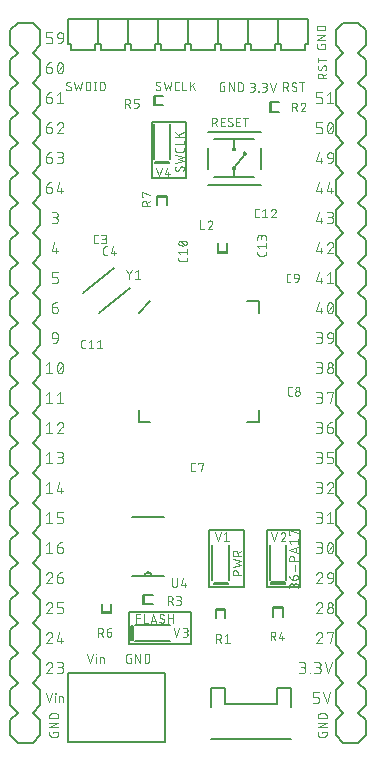
<source format=gbr>
G04 EAGLE Gerber X2 export*
G75*
%MOMM*%
%FSLAX34Y34*%
%LPD*%
%AMOC8*
5,1,8,0,0,1.08239X$1,22.5*%
G01*
%ADD10C,0.076200*%
%ADD11C,0.203200*%
%ADD12C,0.127000*%
%ADD13C,0.152400*%


D10*
X31817Y593301D02*
X34950Y593301D01*
X35039Y593303D01*
X35127Y593309D01*
X35215Y593318D01*
X35303Y593331D01*
X35390Y593348D01*
X35476Y593368D01*
X35561Y593393D01*
X35646Y593420D01*
X35729Y593452D01*
X35810Y593486D01*
X35890Y593525D01*
X35968Y593566D01*
X36045Y593611D01*
X36119Y593659D01*
X36192Y593710D01*
X36262Y593764D01*
X36329Y593822D01*
X36395Y593882D01*
X36457Y593944D01*
X36517Y594010D01*
X36575Y594077D01*
X36629Y594147D01*
X36680Y594220D01*
X36728Y594294D01*
X36773Y594371D01*
X36814Y594449D01*
X36853Y594529D01*
X36887Y594610D01*
X36919Y594693D01*
X36946Y594778D01*
X36971Y594863D01*
X36991Y594949D01*
X37008Y595036D01*
X37021Y595124D01*
X37030Y595212D01*
X37036Y595300D01*
X37038Y595389D01*
X37039Y595389D02*
X37039Y596434D01*
X37038Y596434D02*
X37036Y596523D01*
X37030Y596611D01*
X37021Y596699D01*
X37008Y596787D01*
X36991Y596874D01*
X36971Y596960D01*
X36946Y597045D01*
X36919Y597130D01*
X36887Y597213D01*
X36853Y597294D01*
X36814Y597374D01*
X36773Y597452D01*
X36728Y597529D01*
X36680Y597603D01*
X36629Y597676D01*
X36575Y597746D01*
X36517Y597813D01*
X36457Y597879D01*
X36395Y597941D01*
X36329Y598001D01*
X36262Y598059D01*
X36192Y598113D01*
X36119Y598164D01*
X36045Y598212D01*
X35968Y598257D01*
X35890Y598298D01*
X35810Y598337D01*
X35729Y598371D01*
X35646Y598403D01*
X35561Y598430D01*
X35476Y598455D01*
X35390Y598475D01*
X35303Y598492D01*
X35215Y598505D01*
X35127Y598514D01*
X35039Y598520D01*
X34950Y598522D01*
X31817Y598522D01*
X31817Y602699D01*
X37039Y602699D01*
X43050Y597478D02*
X46183Y597478D01*
X43050Y597478D02*
X42961Y597480D01*
X42873Y597486D01*
X42785Y597495D01*
X42697Y597508D01*
X42610Y597525D01*
X42524Y597545D01*
X42439Y597570D01*
X42354Y597597D01*
X42271Y597629D01*
X42190Y597663D01*
X42110Y597702D01*
X42032Y597743D01*
X41955Y597788D01*
X41881Y597836D01*
X41808Y597887D01*
X41738Y597941D01*
X41671Y597999D01*
X41605Y598059D01*
X41543Y598121D01*
X41483Y598187D01*
X41425Y598254D01*
X41371Y598324D01*
X41320Y598397D01*
X41272Y598471D01*
X41227Y598548D01*
X41186Y598626D01*
X41147Y598706D01*
X41113Y598787D01*
X41081Y598870D01*
X41054Y598955D01*
X41029Y599040D01*
X41009Y599126D01*
X40992Y599213D01*
X40979Y599301D01*
X40970Y599389D01*
X40964Y599477D01*
X40962Y599566D01*
X40961Y599566D02*
X40961Y600088D01*
X40963Y600189D01*
X40969Y600290D01*
X40979Y600391D01*
X40992Y600491D01*
X41010Y600591D01*
X41031Y600690D01*
X41057Y600788D01*
X41086Y600885D01*
X41118Y600981D01*
X41155Y601075D01*
X41195Y601168D01*
X41239Y601260D01*
X41286Y601349D01*
X41337Y601437D01*
X41391Y601523D01*
X41448Y601606D01*
X41508Y601688D01*
X41572Y601766D01*
X41638Y601843D01*
X41708Y601916D01*
X41780Y601987D01*
X41855Y602055D01*
X41933Y602120D01*
X42013Y602182D01*
X42095Y602241D01*
X42180Y602297D01*
X42267Y602349D01*
X42355Y602398D01*
X42446Y602444D01*
X42538Y602485D01*
X42632Y602524D01*
X42727Y602558D01*
X42823Y602589D01*
X42921Y602616D01*
X43019Y602640D01*
X43119Y602659D01*
X43219Y602675D01*
X43319Y602687D01*
X43420Y602695D01*
X43521Y602699D01*
X43623Y602699D01*
X43724Y602695D01*
X43825Y602687D01*
X43925Y602675D01*
X44025Y602659D01*
X44125Y602640D01*
X44223Y602616D01*
X44321Y602589D01*
X44417Y602558D01*
X44512Y602524D01*
X44606Y602485D01*
X44698Y602444D01*
X44789Y602398D01*
X44878Y602349D01*
X44964Y602297D01*
X45049Y602241D01*
X45131Y602182D01*
X45211Y602120D01*
X45289Y602055D01*
X45364Y601987D01*
X45436Y601916D01*
X45506Y601843D01*
X45572Y601766D01*
X45636Y601688D01*
X45696Y601606D01*
X45753Y601523D01*
X45807Y601437D01*
X45858Y601349D01*
X45905Y601260D01*
X45949Y601168D01*
X45989Y601075D01*
X46026Y600981D01*
X46058Y600885D01*
X46087Y600788D01*
X46113Y600690D01*
X46134Y600591D01*
X46152Y600491D01*
X46165Y600391D01*
X46175Y600290D01*
X46181Y600189D01*
X46183Y600088D01*
X46183Y597478D01*
X46181Y597352D01*
X46175Y597226D01*
X46166Y597100D01*
X46153Y596975D01*
X46135Y596850D01*
X46115Y596725D01*
X46090Y596601D01*
X46062Y596478D01*
X46030Y596356D01*
X45994Y596235D01*
X45955Y596115D01*
X45912Y595997D01*
X45865Y595880D01*
X45815Y595764D01*
X45761Y595649D01*
X45705Y595537D01*
X45644Y595426D01*
X45581Y595317D01*
X45514Y595210D01*
X45444Y595105D01*
X45370Y595002D01*
X45294Y594902D01*
X45215Y594804D01*
X45133Y594708D01*
X45047Y594615D01*
X44960Y594524D01*
X44869Y594437D01*
X44776Y594351D01*
X44680Y594269D01*
X44582Y594190D01*
X44482Y594114D01*
X44379Y594040D01*
X44274Y593970D01*
X44167Y593903D01*
X44058Y593840D01*
X43947Y593779D01*
X43835Y593723D01*
X43720Y593669D01*
X43604Y593619D01*
X43487Y593572D01*
X43369Y593529D01*
X43249Y593490D01*
X43128Y593454D01*
X43006Y593422D01*
X42883Y593394D01*
X42759Y593369D01*
X42634Y593349D01*
X42509Y593331D01*
X42384Y593318D01*
X42258Y593309D01*
X42132Y593303D01*
X42006Y593301D01*
X34950Y573122D02*
X31817Y573122D01*
X34950Y573122D02*
X35039Y573120D01*
X35127Y573114D01*
X35215Y573105D01*
X35303Y573092D01*
X35390Y573075D01*
X35476Y573055D01*
X35561Y573030D01*
X35646Y573003D01*
X35729Y572971D01*
X35810Y572937D01*
X35890Y572898D01*
X35968Y572857D01*
X36045Y572812D01*
X36119Y572764D01*
X36192Y572713D01*
X36262Y572659D01*
X36329Y572601D01*
X36395Y572541D01*
X36457Y572479D01*
X36517Y572413D01*
X36575Y572346D01*
X36629Y572276D01*
X36680Y572203D01*
X36728Y572129D01*
X36773Y572052D01*
X36814Y571974D01*
X36853Y571894D01*
X36887Y571813D01*
X36919Y571730D01*
X36946Y571645D01*
X36971Y571560D01*
X36991Y571474D01*
X37008Y571387D01*
X37021Y571299D01*
X37030Y571211D01*
X37036Y571123D01*
X37038Y571034D01*
X37039Y571034D02*
X37039Y570512D01*
X37037Y570411D01*
X37031Y570310D01*
X37021Y570209D01*
X37008Y570109D01*
X36990Y570009D01*
X36969Y569910D01*
X36943Y569812D01*
X36914Y569715D01*
X36882Y569619D01*
X36845Y569525D01*
X36805Y569432D01*
X36761Y569340D01*
X36714Y569251D01*
X36663Y569163D01*
X36609Y569077D01*
X36552Y568994D01*
X36492Y568912D01*
X36428Y568834D01*
X36362Y568757D01*
X36292Y568684D01*
X36220Y568613D01*
X36145Y568545D01*
X36067Y568480D01*
X35987Y568418D01*
X35905Y568359D01*
X35820Y568303D01*
X35733Y568251D01*
X35645Y568202D01*
X35554Y568156D01*
X35462Y568115D01*
X35368Y568076D01*
X35273Y568042D01*
X35177Y568011D01*
X35079Y567984D01*
X34981Y567960D01*
X34881Y567941D01*
X34781Y567925D01*
X34681Y567913D01*
X34580Y567905D01*
X34479Y567901D01*
X34377Y567901D01*
X34276Y567905D01*
X34175Y567913D01*
X34075Y567925D01*
X33975Y567941D01*
X33875Y567960D01*
X33777Y567984D01*
X33679Y568011D01*
X33583Y568042D01*
X33488Y568076D01*
X33394Y568115D01*
X33302Y568156D01*
X33211Y568202D01*
X33122Y568251D01*
X33036Y568303D01*
X32951Y568359D01*
X32869Y568418D01*
X32789Y568480D01*
X32711Y568545D01*
X32636Y568613D01*
X32564Y568684D01*
X32494Y568757D01*
X32428Y568834D01*
X32364Y568912D01*
X32304Y568994D01*
X32247Y569077D01*
X32193Y569163D01*
X32142Y569251D01*
X32095Y569340D01*
X32051Y569432D01*
X32011Y569525D01*
X31974Y569619D01*
X31942Y569715D01*
X31913Y569812D01*
X31887Y569910D01*
X31866Y570009D01*
X31848Y570109D01*
X31835Y570209D01*
X31825Y570310D01*
X31819Y570411D01*
X31817Y570512D01*
X31817Y573122D01*
X31819Y573251D01*
X31825Y573379D01*
X31835Y573507D01*
X31849Y573635D01*
X31866Y573763D01*
X31888Y573890D01*
X31914Y574016D01*
X31943Y574141D01*
X31976Y574265D01*
X32014Y574388D01*
X32054Y574510D01*
X32099Y574631D01*
X32147Y574750D01*
X32199Y574868D01*
X32255Y574984D01*
X32314Y575098D01*
X32377Y575210D01*
X32443Y575321D01*
X32512Y575429D01*
X32585Y575535D01*
X32661Y575639D01*
X32740Y575741D01*
X32822Y575840D01*
X32907Y575936D01*
X32995Y576030D01*
X33086Y576121D01*
X33180Y576209D01*
X33276Y576294D01*
X33375Y576376D01*
X33477Y576455D01*
X33581Y576531D01*
X33687Y576604D01*
X33795Y576673D01*
X33905Y576739D01*
X34018Y576802D01*
X34132Y576861D01*
X34248Y576917D01*
X34366Y576969D01*
X34485Y577017D01*
X34606Y577062D01*
X34728Y577102D01*
X34851Y577140D01*
X34975Y577173D01*
X35100Y577202D01*
X35226Y577228D01*
X35353Y577250D01*
X35481Y577267D01*
X35609Y577281D01*
X35737Y577291D01*
X35865Y577297D01*
X35994Y577299D01*
X41744Y575994D02*
X41665Y575827D01*
X41590Y575658D01*
X41519Y575487D01*
X41452Y575315D01*
X41390Y575141D01*
X41331Y574965D01*
X41277Y574789D01*
X41227Y574611D01*
X41181Y574431D01*
X41139Y574251D01*
X41102Y574070D01*
X41069Y573888D01*
X41040Y573706D01*
X41016Y573522D01*
X40996Y573338D01*
X40981Y573154D01*
X40970Y572970D01*
X40963Y572785D01*
X40961Y572600D01*
X41744Y575994D02*
X41774Y576074D01*
X41807Y576153D01*
X41844Y576230D01*
X41884Y576306D01*
X41927Y576380D01*
X41973Y576452D01*
X42023Y576521D01*
X42075Y576589D01*
X42131Y576654D01*
X42189Y576717D01*
X42251Y576776D01*
X42314Y576834D01*
X42381Y576888D01*
X42449Y576939D01*
X42520Y576987D01*
X42593Y577032D01*
X42667Y577074D01*
X42744Y577112D01*
X42822Y577147D01*
X42901Y577179D01*
X42982Y577207D01*
X43064Y577231D01*
X43148Y577252D01*
X43231Y577269D01*
X43316Y577282D01*
X43401Y577291D01*
X43486Y577297D01*
X43572Y577299D01*
X43658Y577297D01*
X43743Y577291D01*
X43828Y577282D01*
X43913Y577269D01*
X43996Y577252D01*
X44080Y577231D01*
X44162Y577207D01*
X44243Y577179D01*
X44322Y577147D01*
X44400Y577112D01*
X44477Y577074D01*
X44551Y577032D01*
X44624Y576987D01*
X44695Y576939D01*
X44763Y576888D01*
X44830Y576834D01*
X44893Y576776D01*
X44955Y576717D01*
X45013Y576654D01*
X45069Y576589D01*
X45121Y576521D01*
X45171Y576452D01*
X45217Y576380D01*
X45260Y576306D01*
X45300Y576230D01*
X45337Y576153D01*
X45370Y576074D01*
X45400Y575994D01*
X45479Y575827D01*
X45554Y575658D01*
X45625Y575487D01*
X45692Y575315D01*
X45754Y575141D01*
X45813Y574965D01*
X45867Y574789D01*
X45917Y574611D01*
X45963Y574431D01*
X46005Y574251D01*
X46042Y574070D01*
X46075Y573888D01*
X46104Y573706D01*
X46128Y573522D01*
X46148Y573338D01*
X46163Y573154D01*
X46174Y572970D01*
X46181Y572785D01*
X46183Y572600D01*
X40961Y572600D02*
X40963Y572415D01*
X40970Y572230D01*
X40981Y572046D01*
X40996Y571862D01*
X41016Y571678D01*
X41040Y571494D01*
X41069Y571312D01*
X41102Y571130D01*
X41139Y570949D01*
X41181Y570769D01*
X41227Y570589D01*
X41277Y570411D01*
X41331Y570235D01*
X41390Y570059D01*
X41452Y569885D01*
X41519Y569713D01*
X41590Y569542D01*
X41665Y569373D01*
X41744Y569206D01*
X41774Y569126D01*
X41807Y569047D01*
X41844Y568970D01*
X41884Y568894D01*
X41927Y568820D01*
X41973Y568748D01*
X42023Y568679D01*
X42076Y568611D01*
X42131Y568546D01*
X42190Y568483D01*
X42251Y568424D01*
X42314Y568366D01*
X42381Y568312D01*
X42449Y568261D01*
X42520Y568213D01*
X42593Y568168D01*
X42667Y568126D01*
X42744Y568088D01*
X42822Y568053D01*
X42901Y568021D01*
X42982Y567993D01*
X43064Y567969D01*
X43148Y567948D01*
X43231Y567931D01*
X43316Y567918D01*
X43401Y567909D01*
X43486Y567903D01*
X43572Y567901D01*
X45400Y569206D02*
X45479Y569373D01*
X45554Y569542D01*
X45625Y569713D01*
X45692Y569885D01*
X45754Y570059D01*
X45813Y570235D01*
X45867Y570411D01*
X45917Y570589D01*
X45963Y570769D01*
X46005Y570949D01*
X46042Y571130D01*
X46075Y571312D01*
X46104Y571494D01*
X46128Y571678D01*
X46148Y571862D01*
X46163Y572046D01*
X46174Y572230D01*
X46181Y572415D01*
X46183Y572600D01*
X45400Y569206D02*
X45370Y569126D01*
X45337Y569047D01*
X45300Y568970D01*
X45260Y568894D01*
X45217Y568820D01*
X45171Y568748D01*
X45121Y568679D01*
X45069Y568611D01*
X45013Y568546D01*
X44955Y568483D01*
X44893Y568424D01*
X44830Y568366D01*
X44763Y568312D01*
X44695Y568261D01*
X44624Y568213D01*
X44551Y568168D01*
X44477Y568126D01*
X44400Y568088D01*
X44322Y568053D01*
X44243Y568021D01*
X44162Y567993D01*
X44080Y567969D01*
X43996Y567948D01*
X43913Y567931D01*
X43828Y567918D01*
X43743Y567909D01*
X43658Y567903D01*
X43572Y567901D01*
X41484Y569989D02*
X45660Y575211D01*
X34950Y547722D02*
X31817Y547722D01*
X34950Y547722D02*
X35039Y547720D01*
X35127Y547714D01*
X35215Y547705D01*
X35303Y547692D01*
X35390Y547675D01*
X35476Y547655D01*
X35561Y547630D01*
X35646Y547603D01*
X35729Y547571D01*
X35810Y547537D01*
X35890Y547498D01*
X35968Y547457D01*
X36045Y547412D01*
X36119Y547364D01*
X36192Y547313D01*
X36262Y547259D01*
X36329Y547201D01*
X36395Y547141D01*
X36457Y547079D01*
X36517Y547013D01*
X36575Y546946D01*
X36629Y546876D01*
X36680Y546803D01*
X36728Y546729D01*
X36773Y546652D01*
X36814Y546574D01*
X36853Y546494D01*
X36887Y546413D01*
X36919Y546330D01*
X36946Y546245D01*
X36971Y546160D01*
X36991Y546074D01*
X37008Y545987D01*
X37021Y545899D01*
X37030Y545811D01*
X37036Y545723D01*
X37038Y545634D01*
X37039Y545634D02*
X37039Y545112D01*
X37037Y545011D01*
X37031Y544910D01*
X37021Y544809D01*
X37008Y544709D01*
X36990Y544609D01*
X36969Y544510D01*
X36943Y544412D01*
X36914Y544315D01*
X36882Y544219D01*
X36845Y544125D01*
X36805Y544032D01*
X36761Y543940D01*
X36714Y543851D01*
X36663Y543763D01*
X36609Y543677D01*
X36552Y543594D01*
X36492Y543512D01*
X36428Y543434D01*
X36362Y543357D01*
X36292Y543284D01*
X36220Y543213D01*
X36145Y543145D01*
X36067Y543080D01*
X35987Y543018D01*
X35905Y542959D01*
X35820Y542903D01*
X35733Y542851D01*
X35645Y542802D01*
X35554Y542756D01*
X35462Y542715D01*
X35368Y542676D01*
X35273Y542642D01*
X35177Y542611D01*
X35079Y542584D01*
X34981Y542560D01*
X34881Y542541D01*
X34781Y542525D01*
X34681Y542513D01*
X34580Y542505D01*
X34479Y542501D01*
X34377Y542501D01*
X34276Y542505D01*
X34175Y542513D01*
X34075Y542525D01*
X33975Y542541D01*
X33875Y542560D01*
X33777Y542584D01*
X33679Y542611D01*
X33583Y542642D01*
X33488Y542676D01*
X33394Y542715D01*
X33302Y542756D01*
X33211Y542802D01*
X33122Y542851D01*
X33036Y542903D01*
X32951Y542959D01*
X32869Y543018D01*
X32789Y543080D01*
X32711Y543145D01*
X32636Y543213D01*
X32564Y543284D01*
X32494Y543357D01*
X32428Y543434D01*
X32364Y543512D01*
X32304Y543594D01*
X32247Y543677D01*
X32193Y543763D01*
X32142Y543851D01*
X32095Y543940D01*
X32051Y544032D01*
X32011Y544125D01*
X31974Y544219D01*
X31942Y544315D01*
X31913Y544412D01*
X31887Y544510D01*
X31866Y544609D01*
X31848Y544709D01*
X31835Y544809D01*
X31825Y544910D01*
X31819Y545011D01*
X31817Y545112D01*
X31817Y547722D01*
X31819Y547851D01*
X31825Y547979D01*
X31835Y548107D01*
X31849Y548235D01*
X31866Y548363D01*
X31888Y548490D01*
X31914Y548616D01*
X31943Y548741D01*
X31976Y548865D01*
X32014Y548988D01*
X32054Y549110D01*
X32099Y549231D01*
X32147Y549350D01*
X32199Y549468D01*
X32255Y549584D01*
X32314Y549698D01*
X32377Y549810D01*
X32443Y549921D01*
X32512Y550029D01*
X32585Y550135D01*
X32661Y550239D01*
X32740Y550341D01*
X32822Y550440D01*
X32907Y550536D01*
X32995Y550630D01*
X33086Y550721D01*
X33180Y550809D01*
X33276Y550894D01*
X33375Y550976D01*
X33477Y551055D01*
X33581Y551131D01*
X33687Y551204D01*
X33795Y551273D01*
X33905Y551339D01*
X34018Y551402D01*
X34132Y551461D01*
X34248Y551517D01*
X34366Y551569D01*
X34485Y551617D01*
X34606Y551662D01*
X34728Y551702D01*
X34851Y551740D01*
X34975Y551773D01*
X35100Y551802D01*
X35226Y551828D01*
X35353Y551850D01*
X35481Y551867D01*
X35609Y551881D01*
X35737Y551891D01*
X35865Y551897D01*
X35994Y551899D01*
X40961Y549811D02*
X43572Y551899D01*
X43572Y542501D01*
X40961Y542501D02*
X46183Y542501D01*
X34950Y522322D02*
X31817Y522322D01*
X34950Y522322D02*
X35039Y522320D01*
X35127Y522314D01*
X35215Y522305D01*
X35303Y522292D01*
X35390Y522275D01*
X35476Y522255D01*
X35561Y522230D01*
X35646Y522203D01*
X35729Y522171D01*
X35810Y522137D01*
X35890Y522098D01*
X35968Y522057D01*
X36045Y522012D01*
X36119Y521964D01*
X36192Y521913D01*
X36262Y521859D01*
X36329Y521801D01*
X36395Y521741D01*
X36457Y521679D01*
X36517Y521613D01*
X36575Y521546D01*
X36629Y521476D01*
X36680Y521403D01*
X36728Y521329D01*
X36773Y521252D01*
X36814Y521174D01*
X36853Y521094D01*
X36887Y521013D01*
X36919Y520930D01*
X36946Y520845D01*
X36971Y520760D01*
X36991Y520674D01*
X37008Y520587D01*
X37021Y520499D01*
X37030Y520411D01*
X37036Y520323D01*
X37038Y520234D01*
X37039Y520234D02*
X37039Y519712D01*
X37037Y519611D01*
X37031Y519510D01*
X37021Y519409D01*
X37008Y519309D01*
X36990Y519209D01*
X36969Y519110D01*
X36943Y519012D01*
X36914Y518915D01*
X36882Y518819D01*
X36845Y518725D01*
X36805Y518632D01*
X36761Y518540D01*
X36714Y518451D01*
X36663Y518363D01*
X36609Y518277D01*
X36552Y518194D01*
X36492Y518112D01*
X36428Y518034D01*
X36362Y517957D01*
X36292Y517884D01*
X36220Y517813D01*
X36145Y517745D01*
X36067Y517680D01*
X35987Y517618D01*
X35905Y517559D01*
X35820Y517503D01*
X35733Y517451D01*
X35645Y517402D01*
X35554Y517356D01*
X35462Y517315D01*
X35368Y517276D01*
X35273Y517242D01*
X35177Y517211D01*
X35079Y517184D01*
X34981Y517160D01*
X34881Y517141D01*
X34781Y517125D01*
X34681Y517113D01*
X34580Y517105D01*
X34479Y517101D01*
X34377Y517101D01*
X34276Y517105D01*
X34175Y517113D01*
X34075Y517125D01*
X33975Y517141D01*
X33875Y517160D01*
X33777Y517184D01*
X33679Y517211D01*
X33583Y517242D01*
X33488Y517276D01*
X33394Y517315D01*
X33302Y517356D01*
X33211Y517402D01*
X33122Y517451D01*
X33036Y517503D01*
X32951Y517559D01*
X32869Y517618D01*
X32789Y517680D01*
X32711Y517745D01*
X32636Y517813D01*
X32564Y517884D01*
X32494Y517957D01*
X32428Y518034D01*
X32364Y518112D01*
X32304Y518194D01*
X32247Y518277D01*
X32193Y518363D01*
X32142Y518451D01*
X32095Y518540D01*
X32051Y518632D01*
X32011Y518725D01*
X31974Y518819D01*
X31942Y518915D01*
X31913Y519012D01*
X31887Y519110D01*
X31866Y519209D01*
X31848Y519309D01*
X31835Y519409D01*
X31825Y519510D01*
X31819Y519611D01*
X31817Y519712D01*
X31817Y522322D01*
X31819Y522451D01*
X31825Y522579D01*
X31835Y522707D01*
X31849Y522835D01*
X31866Y522963D01*
X31888Y523090D01*
X31914Y523216D01*
X31943Y523341D01*
X31976Y523465D01*
X32014Y523588D01*
X32054Y523710D01*
X32099Y523831D01*
X32147Y523950D01*
X32199Y524068D01*
X32255Y524184D01*
X32314Y524298D01*
X32377Y524410D01*
X32443Y524521D01*
X32512Y524629D01*
X32585Y524735D01*
X32661Y524839D01*
X32740Y524941D01*
X32822Y525040D01*
X32907Y525136D01*
X32995Y525230D01*
X33086Y525321D01*
X33180Y525409D01*
X33276Y525494D01*
X33375Y525576D01*
X33477Y525655D01*
X33581Y525731D01*
X33687Y525804D01*
X33795Y525873D01*
X33905Y525939D01*
X34018Y526002D01*
X34132Y526061D01*
X34248Y526117D01*
X34366Y526169D01*
X34485Y526217D01*
X34606Y526262D01*
X34728Y526302D01*
X34851Y526340D01*
X34975Y526373D01*
X35100Y526402D01*
X35226Y526428D01*
X35353Y526450D01*
X35481Y526467D01*
X35609Y526481D01*
X35737Y526491D01*
X35865Y526497D01*
X35994Y526499D01*
X43833Y526500D02*
X43928Y526498D01*
X44022Y526492D01*
X44116Y526483D01*
X44210Y526470D01*
X44303Y526453D01*
X44395Y526432D01*
X44487Y526407D01*
X44577Y526379D01*
X44666Y526347D01*
X44754Y526312D01*
X44840Y526273D01*
X44925Y526231D01*
X45008Y526185D01*
X45089Y526136D01*
X45168Y526084D01*
X45245Y526029D01*
X45319Y525970D01*
X45391Y525909D01*
X45461Y525845D01*
X45528Y525778D01*
X45592Y525708D01*
X45653Y525636D01*
X45712Y525562D01*
X45767Y525485D01*
X45819Y525406D01*
X45868Y525325D01*
X45914Y525242D01*
X45956Y525157D01*
X45995Y525071D01*
X46030Y524983D01*
X46062Y524894D01*
X46090Y524804D01*
X46115Y524712D01*
X46136Y524620D01*
X46153Y524527D01*
X46166Y524433D01*
X46175Y524339D01*
X46181Y524245D01*
X46183Y524150D01*
X43833Y526499D02*
X43725Y526497D01*
X43616Y526491D01*
X43508Y526481D01*
X43401Y526468D01*
X43294Y526450D01*
X43187Y526429D01*
X43082Y526404D01*
X42977Y526375D01*
X42874Y526343D01*
X42772Y526306D01*
X42671Y526266D01*
X42572Y526223D01*
X42474Y526176D01*
X42378Y526125D01*
X42284Y526071D01*
X42192Y526014D01*
X42102Y525953D01*
X42014Y525889D01*
X41929Y525823D01*
X41846Y525753D01*
X41766Y525680D01*
X41688Y525604D01*
X41613Y525526D01*
X41541Y525445D01*
X41472Y525361D01*
X41406Y525275D01*
X41343Y525187D01*
X41284Y525096D01*
X41227Y525004D01*
X41174Y524909D01*
X41125Y524813D01*
X41079Y524714D01*
X41036Y524615D01*
X40997Y524513D01*
X40962Y524411D01*
X45400Y522322D02*
X45469Y522391D01*
X45535Y522462D01*
X45599Y522535D01*
X45660Y522611D01*
X45718Y522690D01*
X45772Y522770D01*
X45824Y522853D01*
X45872Y522937D01*
X45918Y523023D01*
X45959Y523111D01*
X45998Y523201D01*
X46033Y523292D01*
X46064Y523384D01*
X46092Y523477D01*
X46116Y523571D01*
X46136Y523666D01*
X46153Y523762D01*
X46166Y523859D01*
X46175Y523956D01*
X46181Y524053D01*
X46183Y524150D01*
X45399Y522322D02*
X40961Y517101D01*
X46183Y517101D01*
X34950Y496922D02*
X31817Y496922D01*
X34950Y496922D02*
X35039Y496920D01*
X35127Y496914D01*
X35215Y496905D01*
X35303Y496892D01*
X35390Y496875D01*
X35476Y496855D01*
X35561Y496830D01*
X35646Y496803D01*
X35729Y496771D01*
X35810Y496737D01*
X35890Y496698D01*
X35968Y496657D01*
X36045Y496612D01*
X36119Y496564D01*
X36192Y496513D01*
X36262Y496459D01*
X36329Y496401D01*
X36395Y496341D01*
X36457Y496279D01*
X36517Y496213D01*
X36575Y496146D01*
X36629Y496076D01*
X36680Y496003D01*
X36728Y495929D01*
X36773Y495852D01*
X36814Y495774D01*
X36853Y495694D01*
X36887Y495613D01*
X36919Y495530D01*
X36946Y495445D01*
X36971Y495360D01*
X36991Y495274D01*
X37008Y495187D01*
X37021Y495099D01*
X37030Y495011D01*
X37036Y494923D01*
X37038Y494834D01*
X37039Y494834D02*
X37039Y494312D01*
X37037Y494211D01*
X37031Y494110D01*
X37021Y494009D01*
X37008Y493909D01*
X36990Y493809D01*
X36969Y493710D01*
X36943Y493612D01*
X36914Y493515D01*
X36882Y493419D01*
X36845Y493325D01*
X36805Y493232D01*
X36761Y493140D01*
X36714Y493051D01*
X36663Y492963D01*
X36609Y492877D01*
X36552Y492794D01*
X36492Y492712D01*
X36428Y492634D01*
X36362Y492557D01*
X36292Y492484D01*
X36220Y492413D01*
X36145Y492345D01*
X36067Y492280D01*
X35987Y492218D01*
X35905Y492159D01*
X35820Y492103D01*
X35733Y492051D01*
X35645Y492002D01*
X35554Y491956D01*
X35462Y491915D01*
X35368Y491876D01*
X35273Y491842D01*
X35177Y491811D01*
X35079Y491784D01*
X34981Y491760D01*
X34881Y491741D01*
X34781Y491725D01*
X34681Y491713D01*
X34580Y491705D01*
X34479Y491701D01*
X34377Y491701D01*
X34276Y491705D01*
X34175Y491713D01*
X34075Y491725D01*
X33975Y491741D01*
X33875Y491760D01*
X33777Y491784D01*
X33679Y491811D01*
X33583Y491842D01*
X33488Y491876D01*
X33394Y491915D01*
X33302Y491956D01*
X33211Y492002D01*
X33122Y492051D01*
X33036Y492103D01*
X32951Y492159D01*
X32869Y492218D01*
X32789Y492280D01*
X32711Y492345D01*
X32636Y492413D01*
X32564Y492484D01*
X32494Y492557D01*
X32428Y492634D01*
X32364Y492712D01*
X32304Y492794D01*
X32247Y492877D01*
X32193Y492963D01*
X32142Y493051D01*
X32095Y493140D01*
X32051Y493232D01*
X32011Y493325D01*
X31974Y493419D01*
X31942Y493515D01*
X31913Y493612D01*
X31887Y493710D01*
X31866Y493809D01*
X31848Y493909D01*
X31835Y494009D01*
X31825Y494110D01*
X31819Y494211D01*
X31817Y494312D01*
X31817Y496922D01*
X31819Y497051D01*
X31825Y497179D01*
X31835Y497307D01*
X31849Y497435D01*
X31866Y497563D01*
X31888Y497690D01*
X31914Y497816D01*
X31943Y497941D01*
X31976Y498065D01*
X32014Y498188D01*
X32054Y498310D01*
X32099Y498431D01*
X32147Y498550D01*
X32199Y498668D01*
X32255Y498784D01*
X32314Y498898D01*
X32377Y499010D01*
X32443Y499121D01*
X32512Y499229D01*
X32585Y499335D01*
X32661Y499439D01*
X32740Y499541D01*
X32822Y499640D01*
X32907Y499736D01*
X32995Y499830D01*
X33086Y499921D01*
X33180Y500009D01*
X33276Y500094D01*
X33375Y500176D01*
X33477Y500255D01*
X33581Y500331D01*
X33687Y500404D01*
X33795Y500473D01*
X33905Y500539D01*
X34018Y500602D01*
X34132Y500661D01*
X34248Y500717D01*
X34366Y500769D01*
X34485Y500817D01*
X34606Y500862D01*
X34728Y500902D01*
X34851Y500940D01*
X34975Y500973D01*
X35100Y501002D01*
X35226Y501028D01*
X35353Y501050D01*
X35481Y501067D01*
X35609Y501081D01*
X35737Y501091D01*
X35865Y501097D01*
X35994Y501099D01*
X40961Y491701D02*
X43572Y491701D01*
X43673Y491703D01*
X43774Y491709D01*
X43875Y491719D01*
X43975Y491732D01*
X44075Y491750D01*
X44174Y491771D01*
X44272Y491797D01*
X44369Y491826D01*
X44465Y491858D01*
X44559Y491895D01*
X44652Y491935D01*
X44744Y491979D01*
X44833Y492026D01*
X44921Y492077D01*
X45007Y492131D01*
X45090Y492188D01*
X45172Y492248D01*
X45250Y492312D01*
X45327Y492378D01*
X45400Y492448D01*
X45471Y492520D01*
X45539Y492595D01*
X45604Y492673D01*
X45666Y492753D01*
X45725Y492835D01*
X45781Y492920D01*
X45833Y493007D01*
X45882Y493095D01*
X45928Y493186D01*
X45969Y493278D01*
X46008Y493372D01*
X46042Y493467D01*
X46073Y493563D01*
X46100Y493661D01*
X46124Y493759D01*
X46143Y493859D01*
X46159Y493959D01*
X46171Y494059D01*
X46179Y494160D01*
X46183Y494261D01*
X46183Y494363D01*
X46179Y494464D01*
X46171Y494565D01*
X46159Y494665D01*
X46143Y494765D01*
X46124Y494865D01*
X46100Y494963D01*
X46073Y495061D01*
X46042Y495157D01*
X46008Y495252D01*
X45969Y495346D01*
X45928Y495438D01*
X45882Y495529D01*
X45833Y495617D01*
X45781Y495704D01*
X45725Y495789D01*
X45666Y495871D01*
X45604Y495951D01*
X45539Y496029D01*
X45471Y496104D01*
X45400Y496176D01*
X45327Y496246D01*
X45250Y496312D01*
X45172Y496376D01*
X45090Y496436D01*
X45007Y496493D01*
X44921Y496547D01*
X44833Y496598D01*
X44744Y496645D01*
X44652Y496689D01*
X44559Y496729D01*
X44465Y496766D01*
X44369Y496798D01*
X44272Y496827D01*
X44174Y496853D01*
X44075Y496874D01*
X43975Y496892D01*
X43875Y496905D01*
X43774Y496915D01*
X43673Y496921D01*
X43572Y496923D01*
X44094Y501099D02*
X40961Y501099D01*
X44094Y501099D02*
X44184Y501097D01*
X44273Y501091D01*
X44363Y501082D01*
X44452Y501068D01*
X44540Y501051D01*
X44627Y501030D01*
X44714Y501005D01*
X44799Y500976D01*
X44883Y500944D01*
X44965Y500909D01*
X45046Y500869D01*
X45125Y500827D01*
X45202Y500781D01*
X45277Y500731D01*
X45350Y500679D01*
X45421Y500623D01*
X45489Y500565D01*
X45554Y500503D01*
X45617Y500439D01*
X45677Y500372D01*
X45734Y500303D01*
X45788Y500231D01*
X45839Y500157D01*
X45887Y500081D01*
X45931Y500003D01*
X45972Y499923D01*
X46010Y499841D01*
X46044Y499758D01*
X46074Y499673D01*
X46101Y499587D01*
X46124Y499501D01*
X46143Y499413D01*
X46158Y499324D01*
X46170Y499235D01*
X46178Y499146D01*
X46182Y499056D01*
X46182Y498966D01*
X46178Y498876D01*
X46170Y498787D01*
X46158Y498698D01*
X46143Y498609D01*
X46124Y498521D01*
X46101Y498435D01*
X46074Y498349D01*
X46044Y498264D01*
X46010Y498181D01*
X45972Y498099D01*
X45931Y498019D01*
X45887Y497941D01*
X45839Y497865D01*
X45788Y497791D01*
X45734Y497719D01*
X45677Y497650D01*
X45617Y497583D01*
X45554Y497519D01*
X45489Y497457D01*
X45421Y497399D01*
X45350Y497343D01*
X45277Y497291D01*
X45202Y497241D01*
X45125Y497195D01*
X45046Y497153D01*
X44965Y497113D01*
X44883Y497078D01*
X44799Y497046D01*
X44714Y497017D01*
X44627Y496992D01*
X44540Y496971D01*
X44452Y496954D01*
X44363Y496940D01*
X44273Y496931D01*
X44184Y496925D01*
X44094Y496923D01*
X44094Y496922D02*
X42006Y496922D01*
X34950Y471522D02*
X31817Y471522D01*
X34950Y471522D02*
X35039Y471520D01*
X35127Y471514D01*
X35215Y471505D01*
X35303Y471492D01*
X35390Y471475D01*
X35476Y471455D01*
X35561Y471430D01*
X35646Y471403D01*
X35729Y471371D01*
X35810Y471337D01*
X35890Y471298D01*
X35968Y471257D01*
X36045Y471212D01*
X36119Y471164D01*
X36192Y471113D01*
X36262Y471059D01*
X36329Y471001D01*
X36395Y470941D01*
X36457Y470879D01*
X36517Y470813D01*
X36575Y470746D01*
X36629Y470676D01*
X36680Y470603D01*
X36728Y470529D01*
X36773Y470452D01*
X36814Y470374D01*
X36853Y470294D01*
X36887Y470213D01*
X36919Y470130D01*
X36946Y470045D01*
X36971Y469960D01*
X36991Y469874D01*
X37008Y469787D01*
X37021Y469699D01*
X37030Y469611D01*
X37036Y469523D01*
X37038Y469434D01*
X37039Y469434D02*
X37039Y468912D01*
X37037Y468811D01*
X37031Y468710D01*
X37021Y468609D01*
X37008Y468509D01*
X36990Y468409D01*
X36969Y468310D01*
X36943Y468212D01*
X36914Y468115D01*
X36882Y468019D01*
X36845Y467925D01*
X36805Y467832D01*
X36761Y467740D01*
X36714Y467651D01*
X36663Y467563D01*
X36609Y467477D01*
X36552Y467394D01*
X36492Y467312D01*
X36428Y467234D01*
X36362Y467157D01*
X36292Y467084D01*
X36220Y467013D01*
X36145Y466945D01*
X36067Y466880D01*
X35987Y466818D01*
X35905Y466759D01*
X35820Y466703D01*
X35733Y466651D01*
X35645Y466602D01*
X35554Y466556D01*
X35462Y466515D01*
X35368Y466476D01*
X35273Y466442D01*
X35177Y466411D01*
X35079Y466384D01*
X34981Y466360D01*
X34881Y466341D01*
X34781Y466325D01*
X34681Y466313D01*
X34580Y466305D01*
X34479Y466301D01*
X34377Y466301D01*
X34276Y466305D01*
X34175Y466313D01*
X34075Y466325D01*
X33975Y466341D01*
X33875Y466360D01*
X33777Y466384D01*
X33679Y466411D01*
X33583Y466442D01*
X33488Y466476D01*
X33394Y466515D01*
X33302Y466556D01*
X33211Y466602D01*
X33122Y466651D01*
X33036Y466703D01*
X32951Y466759D01*
X32869Y466818D01*
X32789Y466880D01*
X32711Y466945D01*
X32636Y467013D01*
X32564Y467084D01*
X32494Y467157D01*
X32428Y467234D01*
X32364Y467312D01*
X32304Y467394D01*
X32247Y467477D01*
X32193Y467563D01*
X32142Y467651D01*
X32095Y467740D01*
X32051Y467832D01*
X32011Y467925D01*
X31974Y468019D01*
X31942Y468115D01*
X31913Y468212D01*
X31887Y468310D01*
X31866Y468409D01*
X31848Y468509D01*
X31835Y468609D01*
X31825Y468710D01*
X31819Y468811D01*
X31817Y468912D01*
X31817Y471522D01*
X31819Y471651D01*
X31825Y471779D01*
X31835Y471907D01*
X31849Y472035D01*
X31866Y472163D01*
X31888Y472290D01*
X31914Y472416D01*
X31943Y472541D01*
X31976Y472665D01*
X32014Y472788D01*
X32054Y472910D01*
X32099Y473031D01*
X32147Y473150D01*
X32199Y473268D01*
X32255Y473384D01*
X32314Y473498D01*
X32377Y473610D01*
X32443Y473721D01*
X32512Y473829D01*
X32585Y473935D01*
X32661Y474039D01*
X32740Y474141D01*
X32822Y474240D01*
X32907Y474336D01*
X32995Y474430D01*
X33086Y474521D01*
X33180Y474609D01*
X33276Y474694D01*
X33375Y474776D01*
X33477Y474855D01*
X33581Y474931D01*
X33687Y475004D01*
X33795Y475073D01*
X33905Y475139D01*
X34018Y475202D01*
X34132Y475261D01*
X34248Y475317D01*
X34366Y475369D01*
X34485Y475417D01*
X34606Y475462D01*
X34728Y475502D01*
X34851Y475540D01*
X34975Y475573D01*
X35100Y475602D01*
X35226Y475628D01*
X35353Y475650D01*
X35481Y475667D01*
X35609Y475681D01*
X35737Y475691D01*
X35865Y475697D01*
X35994Y475699D01*
X43050Y475699D02*
X40961Y468389D01*
X46183Y468389D01*
X44616Y466301D02*
X44616Y470478D01*
X39000Y440901D02*
X36389Y440901D01*
X39000Y440901D02*
X39101Y440903D01*
X39202Y440909D01*
X39303Y440919D01*
X39403Y440932D01*
X39503Y440950D01*
X39602Y440971D01*
X39700Y440997D01*
X39797Y441026D01*
X39893Y441058D01*
X39987Y441095D01*
X40080Y441135D01*
X40172Y441179D01*
X40261Y441226D01*
X40349Y441277D01*
X40435Y441331D01*
X40518Y441388D01*
X40600Y441448D01*
X40678Y441512D01*
X40755Y441578D01*
X40828Y441648D01*
X40899Y441720D01*
X40967Y441795D01*
X41032Y441873D01*
X41094Y441953D01*
X41153Y442035D01*
X41209Y442120D01*
X41261Y442207D01*
X41310Y442295D01*
X41356Y442386D01*
X41397Y442478D01*
X41436Y442572D01*
X41470Y442667D01*
X41501Y442763D01*
X41528Y442861D01*
X41552Y442959D01*
X41571Y443059D01*
X41587Y443159D01*
X41599Y443259D01*
X41607Y443360D01*
X41611Y443461D01*
X41611Y443563D01*
X41607Y443664D01*
X41599Y443765D01*
X41587Y443865D01*
X41571Y443965D01*
X41552Y444065D01*
X41528Y444163D01*
X41501Y444261D01*
X41470Y444357D01*
X41436Y444452D01*
X41397Y444546D01*
X41356Y444638D01*
X41310Y444729D01*
X41261Y444817D01*
X41209Y444904D01*
X41153Y444989D01*
X41094Y445071D01*
X41032Y445151D01*
X40967Y445229D01*
X40899Y445304D01*
X40828Y445376D01*
X40755Y445446D01*
X40678Y445512D01*
X40600Y445576D01*
X40518Y445636D01*
X40435Y445693D01*
X40349Y445747D01*
X40261Y445798D01*
X40172Y445845D01*
X40080Y445889D01*
X39987Y445929D01*
X39893Y445966D01*
X39797Y445998D01*
X39700Y446027D01*
X39602Y446053D01*
X39503Y446074D01*
X39403Y446092D01*
X39303Y446105D01*
X39202Y446115D01*
X39101Y446121D01*
X39000Y446123D01*
X39522Y450299D02*
X36389Y450299D01*
X39522Y450299D02*
X39612Y450297D01*
X39701Y450291D01*
X39791Y450282D01*
X39880Y450268D01*
X39968Y450251D01*
X40055Y450230D01*
X40142Y450205D01*
X40227Y450176D01*
X40311Y450144D01*
X40393Y450109D01*
X40474Y450069D01*
X40553Y450027D01*
X40630Y449981D01*
X40705Y449931D01*
X40778Y449879D01*
X40849Y449823D01*
X40917Y449765D01*
X40982Y449703D01*
X41045Y449639D01*
X41105Y449572D01*
X41162Y449503D01*
X41216Y449431D01*
X41267Y449357D01*
X41315Y449281D01*
X41359Y449203D01*
X41400Y449123D01*
X41438Y449041D01*
X41472Y448958D01*
X41502Y448873D01*
X41529Y448787D01*
X41552Y448701D01*
X41571Y448613D01*
X41586Y448524D01*
X41598Y448435D01*
X41606Y448346D01*
X41610Y448256D01*
X41610Y448166D01*
X41606Y448076D01*
X41598Y447987D01*
X41586Y447898D01*
X41571Y447809D01*
X41552Y447721D01*
X41529Y447635D01*
X41502Y447549D01*
X41472Y447464D01*
X41438Y447381D01*
X41400Y447299D01*
X41359Y447219D01*
X41315Y447141D01*
X41267Y447065D01*
X41216Y446991D01*
X41162Y446919D01*
X41105Y446850D01*
X41045Y446783D01*
X40982Y446719D01*
X40917Y446657D01*
X40849Y446599D01*
X40778Y446543D01*
X40705Y446491D01*
X40630Y446441D01*
X40553Y446395D01*
X40474Y446353D01*
X40393Y446313D01*
X40311Y446278D01*
X40227Y446246D01*
X40142Y446217D01*
X40055Y446192D01*
X39968Y446171D01*
X39880Y446154D01*
X39791Y446140D01*
X39701Y446131D01*
X39612Y446125D01*
X39522Y446123D01*
X39522Y446122D02*
X37434Y446122D01*
X38478Y424899D02*
X36389Y417589D01*
X41611Y417589D01*
X40044Y415501D02*
X40044Y419678D01*
X39522Y390101D02*
X36389Y390101D01*
X39522Y390101D02*
X39611Y390103D01*
X39699Y390109D01*
X39787Y390118D01*
X39875Y390131D01*
X39962Y390148D01*
X40048Y390168D01*
X40133Y390193D01*
X40218Y390220D01*
X40301Y390252D01*
X40382Y390286D01*
X40462Y390325D01*
X40540Y390366D01*
X40617Y390411D01*
X40691Y390459D01*
X40764Y390510D01*
X40834Y390564D01*
X40901Y390622D01*
X40967Y390682D01*
X41029Y390744D01*
X41089Y390810D01*
X41147Y390877D01*
X41201Y390947D01*
X41252Y391020D01*
X41300Y391094D01*
X41345Y391171D01*
X41386Y391249D01*
X41425Y391329D01*
X41459Y391410D01*
X41491Y391493D01*
X41518Y391578D01*
X41543Y391663D01*
X41563Y391749D01*
X41580Y391836D01*
X41593Y391924D01*
X41602Y392012D01*
X41608Y392100D01*
X41610Y392189D01*
X41611Y392189D02*
X41611Y393234D01*
X41610Y393234D02*
X41608Y393323D01*
X41602Y393411D01*
X41593Y393499D01*
X41580Y393587D01*
X41563Y393674D01*
X41543Y393760D01*
X41518Y393845D01*
X41491Y393930D01*
X41459Y394013D01*
X41425Y394094D01*
X41386Y394174D01*
X41345Y394252D01*
X41300Y394329D01*
X41252Y394403D01*
X41201Y394476D01*
X41147Y394546D01*
X41089Y394613D01*
X41029Y394679D01*
X40967Y394741D01*
X40901Y394801D01*
X40834Y394859D01*
X40764Y394913D01*
X40691Y394964D01*
X40617Y395012D01*
X40540Y395057D01*
X40462Y395098D01*
X40382Y395137D01*
X40301Y395171D01*
X40218Y395203D01*
X40133Y395230D01*
X40048Y395255D01*
X39962Y395275D01*
X39875Y395292D01*
X39787Y395305D01*
X39699Y395314D01*
X39611Y395320D01*
X39522Y395322D01*
X36389Y395322D01*
X36389Y399499D01*
X41611Y399499D01*
X39522Y369922D02*
X36389Y369922D01*
X39522Y369922D02*
X39611Y369920D01*
X39699Y369914D01*
X39787Y369905D01*
X39875Y369892D01*
X39962Y369875D01*
X40048Y369855D01*
X40133Y369830D01*
X40218Y369803D01*
X40301Y369771D01*
X40382Y369737D01*
X40462Y369698D01*
X40540Y369657D01*
X40617Y369612D01*
X40691Y369564D01*
X40764Y369513D01*
X40834Y369459D01*
X40901Y369401D01*
X40967Y369341D01*
X41029Y369279D01*
X41089Y369213D01*
X41147Y369146D01*
X41201Y369076D01*
X41252Y369003D01*
X41300Y368929D01*
X41345Y368852D01*
X41386Y368774D01*
X41425Y368694D01*
X41459Y368613D01*
X41491Y368530D01*
X41518Y368445D01*
X41543Y368360D01*
X41563Y368274D01*
X41580Y368187D01*
X41593Y368099D01*
X41602Y368011D01*
X41608Y367923D01*
X41610Y367834D01*
X41611Y367834D02*
X41611Y367312D01*
X41609Y367211D01*
X41603Y367110D01*
X41593Y367009D01*
X41580Y366909D01*
X41562Y366809D01*
X41541Y366710D01*
X41515Y366612D01*
X41486Y366515D01*
X41454Y366419D01*
X41417Y366325D01*
X41377Y366232D01*
X41333Y366140D01*
X41286Y366051D01*
X41235Y365963D01*
X41181Y365877D01*
X41124Y365794D01*
X41064Y365712D01*
X41000Y365634D01*
X40934Y365557D01*
X40864Y365484D01*
X40792Y365413D01*
X40717Y365345D01*
X40639Y365280D01*
X40559Y365218D01*
X40477Y365159D01*
X40392Y365103D01*
X40305Y365051D01*
X40217Y365002D01*
X40126Y364956D01*
X40034Y364915D01*
X39940Y364876D01*
X39845Y364842D01*
X39749Y364811D01*
X39651Y364784D01*
X39553Y364760D01*
X39453Y364741D01*
X39353Y364725D01*
X39253Y364713D01*
X39152Y364705D01*
X39051Y364701D01*
X38949Y364701D01*
X38848Y364705D01*
X38747Y364713D01*
X38647Y364725D01*
X38547Y364741D01*
X38447Y364760D01*
X38349Y364784D01*
X38251Y364811D01*
X38155Y364842D01*
X38060Y364876D01*
X37966Y364915D01*
X37874Y364956D01*
X37783Y365002D01*
X37694Y365051D01*
X37608Y365103D01*
X37523Y365159D01*
X37441Y365218D01*
X37361Y365280D01*
X37283Y365345D01*
X37208Y365413D01*
X37136Y365484D01*
X37066Y365557D01*
X37000Y365634D01*
X36936Y365712D01*
X36876Y365794D01*
X36819Y365877D01*
X36765Y365963D01*
X36714Y366051D01*
X36667Y366140D01*
X36623Y366232D01*
X36583Y366325D01*
X36546Y366419D01*
X36514Y366515D01*
X36485Y366612D01*
X36459Y366710D01*
X36438Y366809D01*
X36420Y366909D01*
X36407Y367009D01*
X36397Y367110D01*
X36391Y367211D01*
X36389Y367312D01*
X36389Y369922D01*
X36391Y370051D01*
X36397Y370179D01*
X36407Y370307D01*
X36421Y370435D01*
X36438Y370563D01*
X36460Y370690D01*
X36486Y370816D01*
X36515Y370941D01*
X36548Y371065D01*
X36586Y371188D01*
X36626Y371310D01*
X36671Y371431D01*
X36719Y371550D01*
X36771Y371668D01*
X36827Y371784D01*
X36886Y371898D01*
X36949Y372010D01*
X37015Y372121D01*
X37084Y372229D01*
X37157Y372335D01*
X37233Y372439D01*
X37312Y372541D01*
X37394Y372640D01*
X37479Y372736D01*
X37567Y372830D01*
X37658Y372921D01*
X37752Y373009D01*
X37848Y373094D01*
X37947Y373176D01*
X38049Y373255D01*
X38153Y373331D01*
X38259Y373404D01*
X38367Y373473D01*
X38477Y373539D01*
X38590Y373602D01*
X38704Y373661D01*
X38820Y373717D01*
X38938Y373769D01*
X39057Y373817D01*
X39178Y373862D01*
X39300Y373902D01*
X39423Y373940D01*
X39547Y373973D01*
X39672Y374002D01*
X39798Y374028D01*
X39925Y374050D01*
X40053Y374067D01*
X40181Y374081D01*
X40309Y374091D01*
X40437Y374097D01*
X40566Y374099D01*
X41611Y343478D02*
X38478Y343478D01*
X38389Y343480D01*
X38301Y343486D01*
X38213Y343495D01*
X38125Y343508D01*
X38038Y343525D01*
X37952Y343545D01*
X37867Y343570D01*
X37782Y343597D01*
X37699Y343629D01*
X37618Y343663D01*
X37538Y343702D01*
X37460Y343743D01*
X37383Y343788D01*
X37309Y343836D01*
X37236Y343887D01*
X37166Y343941D01*
X37099Y343999D01*
X37033Y344059D01*
X36971Y344121D01*
X36911Y344187D01*
X36853Y344254D01*
X36799Y344324D01*
X36748Y344397D01*
X36700Y344471D01*
X36655Y344548D01*
X36614Y344626D01*
X36575Y344706D01*
X36541Y344787D01*
X36509Y344870D01*
X36482Y344955D01*
X36457Y345040D01*
X36437Y345126D01*
X36420Y345213D01*
X36407Y345301D01*
X36398Y345389D01*
X36392Y345477D01*
X36390Y345566D01*
X36389Y345566D02*
X36389Y346088D01*
X36391Y346189D01*
X36397Y346290D01*
X36407Y346391D01*
X36420Y346491D01*
X36438Y346591D01*
X36459Y346690D01*
X36485Y346788D01*
X36514Y346885D01*
X36546Y346981D01*
X36583Y347075D01*
X36623Y347168D01*
X36667Y347260D01*
X36714Y347349D01*
X36765Y347437D01*
X36819Y347523D01*
X36876Y347606D01*
X36936Y347688D01*
X37000Y347766D01*
X37066Y347843D01*
X37136Y347916D01*
X37208Y347987D01*
X37283Y348055D01*
X37361Y348120D01*
X37441Y348182D01*
X37523Y348241D01*
X37608Y348297D01*
X37695Y348349D01*
X37783Y348398D01*
X37874Y348444D01*
X37966Y348485D01*
X38060Y348524D01*
X38155Y348558D01*
X38251Y348589D01*
X38349Y348616D01*
X38447Y348640D01*
X38547Y348659D01*
X38647Y348675D01*
X38747Y348687D01*
X38848Y348695D01*
X38949Y348699D01*
X39051Y348699D01*
X39152Y348695D01*
X39253Y348687D01*
X39353Y348675D01*
X39453Y348659D01*
X39553Y348640D01*
X39651Y348616D01*
X39749Y348589D01*
X39845Y348558D01*
X39940Y348524D01*
X40034Y348485D01*
X40126Y348444D01*
X40217Y348398D01*
X40306Y348349D01*
X40392Y348297D01*
X40477Y348241D01*
X40559Y348182D01*
X40639Y348120D01*
X40717Y348055D01*
X40792Y347987D01*
X40864Y347916D01*
X40934Y347843D01*
X41000Y347766D01*
X41064Y347688D01*
X41124Y347606D01*
X41181Y347523D01*
X41235Y347437D01*
X41286Y347349D01*
X41333Y347260D01*
X41377Y347168D01*
X41417Y347075D01*
X41454Y346981D01*
X41486Y346885D01*
X41515Y346788D01*
X41541Y346690D01*
X41562Y346591D01*
X41580Y346491D01*
X41593Y346391D01*
X41603Y346290D01*
X41609Y346189D01*
X41611Y346088D01*
X41611Y343478D01*
X41609Y343352D01*
X41603Y343226D01*
X41594Y343100D01*
X41581Y342975D01*
X41563Y342850D01*
X41543Y342725D01*
X41518Y342601D01*
X41490Y342478D01*
X41458Y342356D01*
X41422Y342235D01*
X41383Y342115D01*
X41340Y341997D01*
X41293Y341880D01*
X41243Y341764D01*
X41189Y341649D01*
X41133Y341537D01*
X41072Y341426D01*
X41009Y341317D01*
X40942Y341210D01*
X40872Y341105D01*
X40798Y341002D01*
X40722Y340902D01*
X40643Y340804D01*
X40561Y340708D01*
X40475Y340615D01*
X40388Y340524D01*
X40297Y340437D01*
X40204Y340351D01*
X40108Y340269D01*
X40010Y340190D01*
X39910Y340114D01*
X39807Y340040D01*
X39702Y339970D01*
X39595Y339903D01*
X39486Y339840D01*
X39375Y339779D01*
X39263Y339723D01*
X39148Y339669D01*
X39032Y339619D01*
X38915Y339572D01*
X38797Y339529D01*
X38677Y339490D01*
X38556Y339454D01*
X38434Y339422D01*
X38311Y339394D01*
X38187Y339369D01*
X38062Y339349D01*
X37937Y339331D01*
X37812Y339318D01*
X37686Y339309D01*
X37560Y339303D01*
X37434Y339301D01*
X34428Y323299D02*
X31817Y321211D01*
X34428Y323299D02*
X34428Y313901D01*
X31817Y313901D02*
X37039Y313901D01*
X40961Y318600D02*
X40963Y318785D01*
X40970Y318970D01*
X40981Y319154D01*
X40996Y319338D01*
X41016Y319522D01*
X41040Y319706D01*
X41069Y319888D01*
X41102Y320070D01*
X41139Y320251D01*
X41181Y320431D01*
X41227Y320611D01*
X41277Y320789D01*
X41331Y320965D01*
X41390Y321141D01*
X41452Y321315D01*
X41519Y321487D01*
X41590Y321658D01*
X41665Y321827D01*
X41744Y321994D01*
X41774Y322074D01*
X41807Y322153D01*
X41844Y322230D01*
X41884Y322306D01*
X41927Y322380D01*
X41973Y322452D01*
X42023Y322521D01*
X42075Y322589D01*
X42131Y322654D01*
X42189Y322717D01*
X42251Y322776D01*
X42314Y322834D01*
X42381Y322888D01*
X42449Y322939D01*
X42520Y322987D01*
X42593Y323032D01*
X42667Y323074D01*
X42744Y323112D01*
X42822Y323147D01*
X42901Y323179D01*
X42982Y323207D01*
X43064Y323231D01*
X43148Y323252D01*
X43231Y323269D01*
X43316Y323282D01*
X43401Y323291D01*
X43486Y323297D01*
X43572Y323299D01*
X43658Y323297D01*
X43743Y323291D01*
X43828Y323282D01*
X43913Y323269D01*
X43996Y323252D01*
X44080Y323231D01*
X44162Y323207D01*
X44243Y323179D01*
X44322Y323147D01*
X44400Y323112D01*
X44477Y323074D01*
X44551Y323032D01*
X44624Y322987D01*
X44695Y322939D01*
X44763Y322888D01*
X44830Y322834D01*
X44893Y322776D01*
X44955Y322717D01*
X45013Y322654D01*
X45069Y322589D01*
X45121Y322521D01*
X45171Y322452D01*
X45217Y322380D01*
X45260Y322306D01*
X45300Y322230D01*
X45337Y322153D01*
X45370Y322074D01*
X45400Y321994D01*
X45479Y321827D01*
X45554Y321658D01*
X45625Y321487D01*
X45692Y321315D01*
X45754Y321141D01*
X45813Y320965D01*
X45867Y320789D01*
X45917Y320611D01*
X45963Y320431D01*
X46005Y320251D01*
X46042Y320070D01*
X46075Y319888D01*
X46104Y319706D01*
X46128Y319522D01*
X46148Y319338D01*
X46163Y319154D01*
X46174Y318970D01*
X46181Y318785D01*
X46183Y318600D01*
X40961Y318600D02*
X40963Y318415D01*
X40970Y318230D01*
X40981Y318046D01*
X40996Y317862D01*
X41016Y317678D01*
X41040Y317494D01*
X41069Y317312D01*
X41102Y317130D01*
X41139Y316949D01*
X41181Y316769D01*
X41227Y316589D01*
X41277Y316411D01*
X41331Y316235D01*
X41390Y316059D01*
X41452Y315885D01*
X41519Y315713D01*
X41590Y315542D01*
X41665Y315373D01*
X41744Y315206D01*
X41774Y315126D01*
X41807Y315047D01*
X41844Y314970D01*
X41884Y314894D01*
X41927Y314820D01*
X41973Y314748D01*
X42023Y314679D01*
X42076Y314611D01*
X42131Y314546D01*
X42190Y314483D01*
X42251Y314424D01*
X42314Y314366D01*
X42381Y314312D01*
X42449Y314261D01*
X42520Y314213D01*
X42593Y314168D01*
X42667Y314126D01*
X42744Y314088D01*
X42822Y314053D01*
X42901Y314021D01*
X42982Y313993D01*
X43064Y313969D01*
X43148Y313948D01*
X43231Y313931D01*
X43316Y313918D01*
X43401Y313909D01*
X43486Y313903D01*
X43572Y313901D01*
X45400Y315206D02*
X45479Y315373D01*
X45554Y315542D01*
X45625Y315713D01*
X45692Y315885D01*
X45754Y316059D01*
X45813Y316235D01*
X45867Y316411D01*
X45917Y316589D01*
X45963Y316769D01*
X46005Y316949D01*
X46042Y317130D01*
X46075Y317312D01*
X46104Y317494D01*
X46128Y317678D01*
X46148Y317862D01*
X46163Y318046D01*
X46174Y318230D01*
X46181Y318415D01*
X46183Y318600D01*
X45400Y315206D02*
X45370Y315126D01*
X45337Y315047D01*
X45300Y314970D01*
X45260Y314894D01*
X45217Y314820D01*
X45171Y314748D01*
X45121Y314679D01*
X45069Y314611D01*
X45013Y314546D01*
X44955Y314483D01*
X44893Y314424D01*
X44830Y314366D01*
X44763Y314312D01*
X44695Y314261D01*
X44624Y314213D01*
X44551Y314168D01*
X44477Y314126D01*
X44400Y314088D01*
X44322Y314053D01*
X44243Y314021D01*
X44162Y313993D01*
X44080Y313969D01*
X43996Y313948D01*
X43913Y313931D01*
X43828Y313918D01*
X43743Y313909D01*
X43658Y313903D01*
X43572Y313901D01*
X41484Y315989D02*
X45660Y321211D01*
X34428Y297899D02*
X31817Y295811D01*
X34428Y297899D02*
X34428Y288501D01*
X31817Y288501D02*
X37039Y288501D01*
X40961Y295811D02*
X43572Y297899D01*
X43572Y288501D01*
X40961Y288501D02*
X46183Y288501D01*
X34428Y272499D02*
X31817Y270411D01*
X34428Y272499D02*
X34428Y263101D01*
X31817Y263101D02*
X37039Y263101D01*
X46183Y270150D02*
X46181Y270245D01*
X46175Y270339D01*
X46166Y270433D01*
X46153Y270527D01*
X46136Y270620D01*
X46115Y270712D01*
X46090Y270804D01*
X46062Y270894D01*
X46030Y270983D01*
X45995Y271071D01*
X45956Y271157D01*
X45914Y271242D01*
X45868Y271325D01*
X45819Y271406D01*
X45767Y271485D01*
X45712Y271562D01*
X45653Y271636D01*
X45592Y271708D01*
X45528Y271778D01*
X45461Y271845D01*
X45391Y271909D01*
X45319Y271970D01*
X45245Y272029D01*
X45168Y272084D01*
X45089Y272136D01*
X45008Y272185D01*
X44925Y272231D01*
X44840Y272273D01*
X44754Y272312D01*
X44666Y272347D01*
X44577Y272379D01*
X44487Y272407D01*
X44395Y272432D01*
X44303Y272453D01*
X44210Y272470D01*
X44116Y272483D01*
X44022Y272492D01*
X43928Y272498D01*
X43833Y272500D01*
X43833Y272499D02*
X43725Y272497D01*
X43616Y272491D01*
X43508Y272481D01*
X43401Y272468D01*
X43294Y272450D01*
X43187Y272429D01*
X43082Y272404D01*
X42977Y272375D01*
X42874Y272343D01*
X42772Y272306D01*
X42671Y272266D01*
X42572Y272223D01*
X42474Y272176D01*
X42378Y272125D01*
X42284Y272071D01*
X42192Y272014D01*
X42102Y271953D01*
X42014Y271889D01*
X41929Y271823D01*
X41846Y271753D01*
X41766Y271680D01*
X41688Y271604D01*
X41613Y271526D01*
X41541Y271445D01*
X41472Y271361D01*
X41406Y271275D01*
X41343Y271187D01*
X41284Y271096D01*
X41227Y271004D01*
X41174Y270909D01*
X41125Y270813D01*
X41079Y270714D01*
X41036Y270615D01*
X40997Y270513D01*
X40962Y270411D01*
X45400Y268322D02*
X45469Y268391D01*
X45535Y268462D01*
X45599Y268535D01*
X45660Y268611D01*
X45718Y268690D01*
X45772Y268770D01*
X45824Y268853D01*
X45872Y268937D01*
X45918Y269023D01*
X45959Y269111D01*
X45998Y269201D01*
X46033Y269292D01*
X46064Y269384D01*
X46092Y269477D01*
X46116Y269571D01*
X46136Y269666D01*
X46153Y269762D01*
X46166Y269859D01*
X46175Y269956D01*
X46181Y270053D01*
X46183Y270150D01*
X45399Y268322D02*
X40961Y263101D01*
X46183Y263101D01*
X34428Y247099D02*
X31817Y245011D01*
X34428Y247099D02*
X34428Y237701D01*
X31817Y237701D02*
X37039Y237701D01*
X40961Y237701D02*
X43572Y237701D01*
X43673Y237703D01*
X43774Y237709D01*
X43875Y237719D01*
X43975Y237732D01*
X44075Y237750D01*
X44174Y237771D01*
X44272Y237797D01*
X44369Y237826D01*
X44465Y237858D01*
X44559Y237895D01*
X44652Y237935D01*
X44744Y237979D01*
X44833Y238026D01*
X44921Y238077D01*
X45007Y238131D01*
X45090Y238188D01*
X45172Y238248D01*
X45250Y238312D01*
X45327Y238378D01*
X45400Y238448D01*
X45471Y238520D01*
X45539Y238595D01*
X45604Y238673D01*
X45666Y238753D01*
X45725Y238835D01*
X45781Y238920D01*
X45833Y239006D01*
X45882Y239095D01*
X45928Y239186D01*
X45969Y239278D01*
X46008Y239372D01*
X46042Y239467D01*
X46073Y239563D01*
X46100Y239661D01*
X46124Y239759D01*
X46143Y239859D01*
X46159Y239959D01*
X46171Y240059D01*
X46179Y240160D01*
X46183Y240261D01*
X46183Y240363D01*
X46179Y240464D01*
X46171Y240565D01*
X46159Y240665D01*
X46143Y240765D01*
X46124Y240865D01*
X46100Y240963D01*
X46073Y241061D01*
X46042Y241157D01*
X46008Y241252D01*
X45969Y241346D01*
X45928Y241438D01*
X45882Y241529D01*
X45833Y241617D01*
X45781Y241704D01*
X45725Y241789D01*
X45666Y241871D01*
X45604Y241951D01*
X45539Y242029D01*
X45471Y242104D01*
X45400Y242176D01*
X45327Y242246D01*
X45250Y242312D01*
X45172Y242376D01*
X45090Y242436D01*
X45007Y242493D01*
X44921Y242547D01*
X44833Y242598D01*
X44744Y242645D01*
X44652Y242689D01*
X44559Y242729D01*
X44465Y242766D01*
X44369Y242798D01*
X44272Y242827D01*
X44174Y242853D01*
X44075Y242874D01*
X43975Y242892D01*
X43875Y242905D01*
X43774Y242915D01*
X43673Y242921D01*
X43572Y242923D01*
X44094Y247099D02*
X40961Y247099D01*
X44094Y247099D02*
X44184Y247097D01*
X44273Y247091D01*
X44363Y247082D01*
X44452Y247068D01*
X44540Y247051D01*
X44627Y247030D01*
X44714Y247005D01*
X44799Y246976D01*
X44883Y246944D01*
X44965Y246909D01*
X45046Y246869D01*
X45125Y246827D01*
X45202Y246781D01*
X45277Y246731D01*
X45350Y246679D01*
X45421Y246623D01*
X45489Y246565D01*
X45554Y246503D01*
X45617Y246439D01*
X45677Y246372D01*
X45734Y246303D01*
X45788Y246231D01*
X45839Y246157D01*
X45887Y246081D01*
X45931Y246003D01*
X45972Y245923D01*
X46010Y245841D01*
X46044Y245758D01*
X46074Y245673D01*
X46101Y245587D01*
X46124Y245501D01*
X46143Y245413D01*
X46158Y245324D01*
X46170Y245235D01*
X46178Y245146D01*
X46182Y245056D01*
X46182Y244966D01*
X46178Y244876D01*
X46170Y244787D01*
X46158Y244698D01*
X46143Y244609D01*
X46124Y244521D01*
X46101Y244435D01*
X46074Y244349D01*
X46044Y244264D01*
X46010Y244181D01*
X45972Y244099D01*
X45931Y244019D01*
X45887Y243941D01*
X45839Y243865D01*
X45788Y243791D01*
X45734Y243719D01*
X45677Y243650D01*
X45617Y243583D01*
X45554Y243519D01*
X45489Y243457D01*
X45421Y243399D01*
X45350Y243343D01*
X45277Y243291D01*
X45202Y243241D01*
X45125Y243195D01*
X45046Y243153D01*
X44965Y243113D01*
X44883Y243078D01*
X44799Y243046D01*
X44714Y243017D01*
X44627Y242992D01*
X44540Y242971D01*
X44452Y242954D01*
X44363Y242940D01*
X44273Y242931D01*
X44184Y242925D01*
X44094Y242923D01*
X44094Y242922D02*
X42006Y242922D01*
X34428Y221699D02*
X31817Y219611D01*
X34428Y221699D02*
X34428Y212301D01*
X31817Y212301D02*
X37039Y212301D01*
X40961Y214389D02*
X43050Y221699D01*
X40961Y214389D02*
X46183Y214389D01*
X44616Y212301D02*
X44616Y216478D01*
X34428Y196299D02*
X31817Y194211D01*
X34428Y196299D02*
X34428Y186901D01*
X31817Y186901D02*
X37039Y186901D01*
X40961Y186901D02*
X44094Y186901D01*
X44183Y186903D01*
X44271Y186909D01*
X44359Y186918D01*
X44447Y186931D01*
X44534Y186948D01*
X44620Y186968D01*
X44705Y186993D01*
X44790Y187020D01*
X44873Y187052D01*
X44954Y187086D01*
X45034Y187125D01*
X45112Y187166D01*
X45189Y187211D01*
X45263Y187259D01*
X45336Y187310D01*
X45406Y187364D01*
X45473Y187422D01*
X45539Y187482D01*
X45601Y187544D01*
X45661Y187610D01*
X45719Y187677D01*
X45773Y187747D01*
X45824Y187820D01*
X45872Y187894D01*
X45917Y187971D01*
X45958Y188049D01*
X45997Y188129D01*
X46031Y188210D01*
X46063Y188293D01*
X46090Y188378D01*
X46115Y188463D01*
X46135Y188549D01*
X46152Y188636D01*
X46165Y188724D01*
X46174Y188812D01*
X46180Y188900D01*
X46182Y188989D01*
X46183Y188989D02*
X46183Y190034D01*
X46182Y190034D02*
X46180Y190123D01*
X46174Y190211D01*
X46165Y190299D01*
X46152Y190387D01*
X46135Y190474D01*
X46115Y190560D01*
X46090Y190645D01*
X46063Y190730D01*
X46031Y190813D01*
X45997Y190894D01*
X45958Y190974D01*
X45917Y191052D01*
X45872Y191129D01*
X45824Y191203D01*
X45773Y191276D01*
X45719Y191346D01*
X45661Y191413D01*
X45601Y191479D01*
X45539Y191541D01*
X45473Y191601D01*
X45406Y191659D01*
X45336Y191713D01*
X45263Y191764D01*
X45189Y191812D01*
X45112Y191857D01*
X45034Y191898D01*
X44954Y191937D01*
X44873Y191971D01*
X44790Y192003D01*
X44705Y192030D01*
X44620Y192055D01*
X44534Y192075D01*
X44447Y192092D01*
X44359Y192105D01*
X44271Y192114D01*
X44183Y192120D01*
X44094Y192122D01*
X40961Y192122D01*
X40961Y196299D01*
X46183Y196299D01*
X34689Y145500D02*
X34784Y145498D01*
X34878Y145492D01*
X34972Y145483D01*
X35066Y145470D01*
X35159Y145453D01*
X35251Y145432D01*
X35343Y145407D01*
X35433Y145379D01*
X35522Y145347D01*
X35610Y145312D01*
X35696Y145273D01*
X35781Y145231D01*
X35864Y145185D01*
X35945Y145136D01*
X36024Y145084D01*
X36101Y145029D01*
X36175Y144970D01*
X36247Y144909D01*
X36317Y144845D01*
X36384Y144778D01*
X36448Y144708D01*
X36509Y144636D01*
X36568Y144562D01*
X36623Y144485D01*
X36675Y144406D01*
X36724Y144325D01*
X36770Y144242D01*
X36812Y144157D01*
X36851Y144071D01*
X36886Y143983D01*
X36918Y143894D01*
X36946Y143804D01*
X36971Y143712D01*
X36992Y143620D01*
X37009Y143527D01*
X37022Y143433D01*
X37031Y143339D01*
X37037Y143245D01*
X37039Y143150D01*
X34689Y145499D02*
X34581Y145497D01*
X34472Y145491D01*
X34364Y145481D01*
X34257Y145468D01*
X34150Y145450D01*
X34043Y145429D01*
X33938Y145404D01*
X33833Y145375D01*
X33730Y145343D01*
X33628Y145306D01*
X33527Y145266D01*
X33428Y145223D01*
X33330Y145176D01*
X33234Y145125D01*
X33140Y145071D01*
X33048Y145014D01*
X32958Y144953D01*
X32870Y144889D01*
X32785Y144823D01*
X32702Y144753D01*
X32622Y144680D01*
X32544Y144604D01*
X32469Y144526D01*
X32397Y144445D01*
X32328Y144361D01*
X32262Y144275D01*
X32199Y144187D01*
X32140Y144096D01*
X32083Y144004D01*
X32030Y143909D01*
X31981Y143813D01*
X31935Y143714D01*
X31892Y143615D01*
X31853Y143513D01*
X31818Y143411D01*
X36256Y141322D02*
X36325Y141391D01*
X36391Y141462D01*
X36455Y141535D01*
X36516Y141611D01*
X36574Y141690D01*
X36628Y141770D01*
X36680Y141853D01*
X36728Y141937D01*
X36774Y142023D01*
X36815Y142111D01*
X36854Y142201D01*
X36889Y142292D01*
X36920Y142384D01*
X36948Y142477D01*
X36972Y142571D01*
X36992Y142666D01*
X37009Y142762D01*
X37022Y142859D01*
X37031Y142956D01*
X37037Y143053D01*
X37039Y143150D01*
X36255Y141322D02*
X31817Y136101D01*
X37039Y136101D01*
X40961Y141322D02*
X44094Y141322D01*
X44183Y141320D01*
X44271Y141314D01*
X44359Y141305D01*
X44447Y141292D01*
X44534Y141275D01*
X44620Y141255D01*
X44705Y141230D01*
X44790Y141203D01*
X44873Y141171D01*
X44954Y141137D01*
X45034Y141098D01*
X45112Y141057D01*
X45189Y141012D01*
X45263Y140964D01*
X45336Y140913D01*
X45406Y140859D01*
X45473Y140801D01*
X45539Y140741D01*
X45601Y140679D01*
X45661Y140613D01*
X45719Y140546D01*
X45773Y140476D01*
X45824Y140403D01*
X45872Y140329D01*
X45917Y140252D01*
X45958Y140174D01*
X45997Y140094D01*
X46031Y140013D01*
X46063Y139930D01*
X46090Y139845D01*
X46115Y139760D01*
X46135Y139674D01*
X46152Y139587D01*
X46165Y139499D01*
X46174Y139411D01*
X46180Y139323D01*
X46182Y139234D01*
X46183Y139234D02*
X46183Y138712D01*
X46181Y138611D01*
X46175Y138510D01*
X46165Y138409D01*
X46152Y138309D01*
X46134Y138209D01*
X46113Y138110D01*
X46087Y138012D01*
X46058Y137915D01*
X46026Y137819D01*
X45989Y137725D01*
X45949Y137632D01*
X45905Y137540D01*
X45858Y137451D01*
X45807Y137363D01*
X45753Y137277D01*
X45696Y137194D01*
X45636Y137112D01*
X45572Y137034D01*
X45506Y136957D01*
X45436Y136884D01*
X45364Y136813D01*
X45289Y136745D01*
X45211Y136680D01*
X45131Y136618D01*
X45049Y136559D01*
X44964Y136503D01*
X44877Y136451D01*
X44789Y136402D01*
X44698Y136356D01*
X44606Y136315D01*
X44512Y136276D01*
X44417Y136242D01*
X44321Y136211D01*
X44223Y136184D01*
X44125Y136160D01*
X44025Y136141D01*
X43925Y136125D01*
X43825Y136113D01*
X43724Y136105D01*
X43623Y136101D01*
X43521Y136101D01*
X43420Y136105D01*
X43319Y136113D01*
X43219Y136125D01*
X43119Y136141D01*
X43019Y136160D01*
X42921Y136184D01*
X42823Y136211D01*
X42727Y136242D01*
X42632Y136276D01*
X42538Y136315D01*
X42446Y136356D01*
X42355Y136402D01*
X42266Y136451D01*
X42180Y136503D01*
X42095Y136559D01*
X42013Y136618D01*
X41933Y136680D01*
X41855Y136745D01*
X41780Y136813D01*
X41708Y136884D01*
X41638Y136957D01*
X41572Y137034D01*
X41508Y137112D01*
X41448Y137194D01*
X41391Y137277D01*
X41337Y137363D01*
X41286Y137451D01*
X41239Y137540D01*
X41195Y137632D01*
X41155Y137725D01*
X41118Y137819D01*
X41086Y137915D01*
X41057Y138012D01*
X41031Y138110D01*
X41010Y138209D01*
X40992Y138309D01*
X40979Y138409D01*
X40969Y138510D01*
X40963Y138611D01*
X40961Y138712D01*
X40961Y141322D01*
X40963Y141451D01*
X40969Y141579D01*
X40979Y141707D01*
X40993Y141835D01*
X41010Y141963D01*
X41032Y142090D01*
X41058Y142216D01*
X41087Y142341D01*
X41120Y142465D01*
X41158Y142588D01*
X41198Y142710D01*
X41243Y142831D01*
X41291Y142950D01*
X41343Y143068D01*
X41399Y143184D01*
X41458Y143298D01*
X41521Y143410D01*
X41587Y143521D01*
X41656Y143629D01*
X41729Y143735D01*
X41805Y143839D01*
X41884Y143941D01*
X41966Y144040D01*
X42051Y144136D01*
X42139Y144230D01*
X42230Y144321D01*
X42324Y144409D01*
X42420Y144494D01*
X42519Y144576D01*
X42621Y144655D01*
X42725Y144731D01*
X42831Y144804D01*
X42939Y144873D01*
X43049Y144939D01*
X43162Y145002D01*
X43276Y145061D01*
X43392Y145117D01*
X43510Y145169D01*
X43629Y145217D01*
X43750Y145262D01*
X43872Y145302D01*
X43995Y145340D01*
X44119Y145373D01*
X44244Y145402D01*
X44370Y145428D01*
X44497Y145450D01*
X44625Y145467D01*
X44753Y145481D01*
X44881Y145491D01*
X45009Y145497D01*
X45138Y145499D01*
X34689Y120100D02*
X34784Y120098D01*
X34878Y120092D01*
X34972Y120083D01*
X35066Y120070D01*
X35159Y120053D01*
X35251Y120032D01*
X35343Y120007D01*
X35433Y119979D01*
X35522Y119947D01*
X35610Y119912D01*
X35696Y119873D01*
X35781Y119831D01*
X35864Y119785D01*
X35945Y119736D01*
X36024Y119684D01*
X36101Y119629D01*
X36175Y119570D01*
X36247Y119509D01*
X36317Y119445D01*
X36384Y119378D01*
X36448Y119308D01*
X36509Y119236D01*
X36568Y119162D01*
X36623Y119085D01*
X36675Y119006D01*
X36724Y118925D01*
X36770Y118842D01*
X36812Y118757D01*
X36851Y118671D01*
X36886Y118583D01*
X36918Y118494D01*
X36946Y118404D01*
X36971Y118312D01*
X36992Y118220D01*
X37009Y118127D01*
X37022Y118033D01*
X37031Y117939D01*
X37037Y117845D01*
X37039Y117750D01*
X34689Y120099D02*
X34581Y120097D01*
X34472Y120091D01*
X34364Y120081D01*
X34257Y120068D01*
X34150Y120050D01*
X34043Y120029D01*
X33938Y120004D01*
X33833Y119975D01*
X33730Y119943D01*
X33628Y119906D01*
X33527Y119866D01*
X33428Y119823D01*
X33330Y119776D01*
X33234Y119725D01*
X33140Y119671D01*
X33048Y119614D01*
X32958Y119553D01*
X32870Y119489D01*
X32785Y119423D01*
X32702Y119353D01*
X32622Y119280D01*
X32544Y119204D01*
X32469Y119126D01*
X32397Y119045D01*
X32328Y118961D01*
X32262Y118875D01*
X32199Y118787D01*
X32140Y118696D01*
X32083Y118604D01*
X32030Y118509D01*
X31981Y118413D01*
X31935Y118314D01*
X31892Y118215D01*
X31853Y118113D01*
X31818Y118011D01*
X36256Y115922D02*
X36325Y115991D01*
X36391Y116062D01*
X36455Y116135D01*
X36516Y116211D01*
X36574Y116290D01*
X36628Y116370D01*
X36680Y116453D01*
X36728Y116537D01*
X36774Y116623D01*
X36815Y116711D01*
X36854Y116801D01*
X36889Y116892D01*
X36920Y116984D01*
X36948Y117077D01*
X36972Y117171D01*
X36992Y117266D01*
X37009Y117362D01*
X37022Y117459D01*
X37031Y117556D01*
X37037Y117653D01*
X37039Y117750D01*
X36255Y115922D02*
X31817Y110701D01*
X37039Y110701D01*
X40961Y110701D02*
X44094Y110701D01*
X44183Y110703D01*
X44271Y110709D01*
X44359Y110718D01*
X44447Y110731D01*
X44534Y110748D01*
X44620Y110768D01*
X44705Y110793D01*
X44790Y110820D01*
X44873Y110852D01*
X44954Y110886D01*
X45034Y110925D01*
X45112Y110966D01*
X45189Y111011D01*
X45263Y111059D01*
X45336Y111110D01*
X45406Y111164D01*
X45473Y111222D01*
X45539Y111282D01*
X45601Y111344D01*
X45661Y111410D01*
X45719Y111477D01*
X45773Y111547D01*
X45824Y111620D01*
X45872Y111694D01*
X45917Y111771D01*
X45958Y111849D01*
X45997Y111929D01*
X46031Y112010D01*
X46063Y112093D01*
X46090Y112178D01*
X46115Y112263D01*
X46135Y112349D01*
X46152Y112436D01*
X46165Y112524D01*
X46174Y112612D01*
X46180Y112700D01*
X46182Y112789D01*
X46183Y112789D02*
X46183Y113834D01*
X46182Y113834D02*
X46180Y113923D01*
X46174Y114011D01*
X46165Y114099D01*
X46152Y114187D01*
X46135Y114274D01*
X46115Y114360D01*
X46090Y114445D01*
X46063Y114530D01*
X46031Y114613D01*
X45997Y114694D01*
X45958Y114774D01*
X45917Y114852D01*
X45872Y114929D01*
X45824Y115003D01*
X45773Y115076D01*
X45719Y115146D01*
X45661Y115213D01*
X45601Y115279D01*
X45539Y115341D01*
X45473Y115401D01*
X45406Y115459D01*
X45336Y115513D01*
X45263Y115564D01*
X45189Y115612D01*
X45112Y115657D01*
X45034Y115698D01*
X44954Y115737D01*
X44873Y115771D01*
X44790Y115803D01*
X44705Y115830D01*
X44620Y115855D01*
X44534Y115875D01*
X44447Y115892D01*
X44359Y115905D01*
X44271Y115914D01*
X44183Y115920D01*
X44094Y115922D01*
X40961Y115922D01*
X40961Y120099D01*
X46183Y120099D01*
X34689Y94700D02*
X34784Y94698D01*
X34878Y94692D01*
X34972Y94683D01*
X35066Y94670D01*
X35159Y94653D01*
X35251Y94632D01*
X35343Y94607D01*
X35433Y94579D01*
X35522Y94547D01*
X35610Y94512D01*
X35696Y94473D01*
X35781Y94431D01*
X35864Y94385D01*
X35945Y94336D01*
X36024Y94284D01*
X36101Y94229D01*
X36175Y94170D01*
X36247Y94109D01*
X36317Y94045D01*
X36384Y93978D01*
X36448Y93908D01*
X36509Y93836D01*
X36568Y93762D01*
X36623Y93685D01*
X36675Y93606D01*
X36724Y93525D01*
X36770Y93442D01*
X36812Y93357D01*
X36851Y93271D01*
X36886Y93183D01*
X36918Y93094D01*
X36946Y93004D01*
X36971Y92912D01*
X36992Y92820D01*
X37009Y92727D01*
X37022Y92633D01*
X37031Y92539D01*
X37037Y92445D01*
X37039Y92350D01*
X34689Y94699D02*
X34581Y94697D01*
X34472Y94691D01*
X34364Y94681D01*
X34257Y94668D01*
X34150Y94650D01*
X34043Y94629D01*
X33938Y94604D01*
X33833Y94575D01*
X33730Y94543D01*
X33628Y94506D01*
X33527Y94466D01*
X33428Y94423D01*
X33330Y94376D01*
X33234Y94325D01*
X33140Y94271D01*
X33048Y94214D01*
X32958Y94153D01*
X32870Y94089D01*
X32785Y94023D01*
X32702Y93953D01*
X32622Y93880D01*
X32544Y93804D01*
X32469Y93726D01*
X32397Y93645D01*
X32328Y93561D01*
X32262Y93475D01*
X32199Y93387D01*
X32140Y93296D01*
X32083Y93204D01*
X32030Y93109D01*
X31981Y93013D01*
X31935Y92914D01*
X31892Y92815D01*
X31853Y92713D01*
X31818Y92611D01*
X36256Y90522D02*
X36325Y90591D01*
X36391Y90662D01*
X36455Y90735D01*
X36516Y90811D01*
X36574Y90890D01*
X36628Y90970D01*
X36680Y91053D01*
X36728Y91137D01*
X36774Y91223D01*
X36815Y91311D01*
X36854Y91401D01*
X36889Y91492D01*
X36920Y91584D01*
X36948Y91677D01*
X36972Y91771D01*
X36992Y91866D01*
X37009Y91962D01*
X37022Y92059D01*
X37031Y92156D01*
X37037Y92253D01*
X37039Y92350D01*
X36255Y90522D02*
X31817Y85301D01*
X37039Y85301D01*
X40961Y87389D02*
X43050Y94699D01*
X40961Y87389D02*
X46183Y87389D01*
X44616Y85301D02*
X44616Y89478D01*
X31817Y168811D02*
X34428Y170899D01*
X34428Y161501D01*
X31817Y161501D02*
X37039Y161501D01*
X40961Y166722D02*
X44094Y166722D01*
X44183Y166720D01*
X44271Y166714D01*
X44359Y166705D01*
X44447Y166692D01*
X44534Y166675D01*
X44620Y166655D01*
X44705Y166630D01*
X44790Y166603D01*
X44873Y166571D01*
X44954Y166537D01*
X45034Y166498D01*
X45112Y166457D01*
X45189Y166412D01*
X45263Y166364D01*
X45336Y166313D01*
X45406Y166259D01*
X45473Y166201D01*
X45539Y166141D01*
X45601Y166079D01*
X45661Y166013D01*
X45719Y165946D01*
X45773Y165876D01*
X45824Y165803D01*
X45872Y165729D01*
X45917Y165652D01*
X45958Y165574D01*
X45997Y165494D01*
X46031Y165413D01*
X46063Y165330D01*
X46090Y165245D01*
X46115Y165160D01*
X46135Y165074D01*
X46152Y164987D01*
X46165Y164899D01*
X46174Y164811D01*
X46180Y164723D01*
X46182Y164634D01*
X46183Y164634D02*
X46183Y164112D01*
X46181Y164011D01*
X46175Y163910D01*
X46165Y163809D01*
X46152Y163709D01*
X46134Y163609D01*
X46113Y163510D01*
X46087Y163412D01*
X46058Y163315D01*
X46026Y163219D01*
X45989Y163125D01*
X45949Y163032D01*
X45905Y162940D01*
X45858Y162851D01*
X45807Y162763D01*
X45753Y162677D01*
X45696Y162594D01*
X45636Y162512D01*
X45572Y162434D01*
X45506Y162357D01*
X45436Y162284D01*
X45364Y162213D01*
X45289Y162145D01*
X45211Y162080D01*
X45131Y162018D01*
X45049Y161959D01*
X44964Y161903D01*
X44877Y161851D01*
X44789Y161802D01*
X44698Y161756D01*
X44606Y161715D01*
X44512Y161676D01*
X44417Y161642D01*
X44321Y161611D01*
X44223Y161584D01*
X44125Y161560D01*
X44025Y161541D01*
X43925Y161525D01*
X43825Y161513D01*
X43724Y161505D01*
X43623Y161501D01*
X43521Y161501D01*
X43420Y161505D01*
X43319Y161513D01*
X43219Y161525D01*
X43119Y161541D01*
X43019Y161560D01*
X42921Y161584D01*
X42823Y161611D01*
X42727Y161642D01*
X42632Y161676D01*
X42538Y161715D01*
X42446Y161756D01*
X42355Y161802D01*
X42266Y161851D01*
X42180Y161903D01*
X42095Y161959D01*
X42013Y162018D01*
X41933Y162080D01*
X41855Y162145D01*
X41780Y162213D01*
X41708Y162284D01*
X41638Y162357D01*
X41572Y162434D01*
X41508Y162512D01*
X41448Y162594D01*
X41391Y162677D01*
X41337Y162763D01*
X41286Y162851D01*
X41239Y162940D01*
X41195Y163032D01*
X41155Y163125D01*
X41118Y163219D01*
X41086Y163315D01*
X41057Y163412D01*
X41031Y163510D01*
X41010Y163609D01*
X40992Y163709D01*
X40979Y163809D01*
X40969Y163910D01*
X40963Y164011D01*
X40961Y164112D01*
X40961Y166722D01*
X40963Y166851D01*
X40969Y166979D01*
X40979Y167107D01*
X40993Y167235D01*
X41010Y167363D01*
X41032Y167490D01*
X41058Y167616D01*
X41087Y167741D01*
X41120Y167865D01*
X41158Y167988D01*
X41198Y168110D01*
X41243Y168231D01*
X41291Y168350D01*
X41343Y168468D01*
X41399Y168584D01*
X41458Y168698D01*
X41521Y168810D01*
X41587Y168921D01*
X41656Y169029D01*
X41729Y169135D01*
X41805Y169239D01*
X41884Y169341D01*
X41966Y169440D01*
X42051Y169536D01*
X42139Y169630D01*
X42230Y169721D01*
X42324Y169809D01*
X42420Y169894D01*
X42519Y169976D01*
X42621Y170055D01*
X42725Y170131D01*
X42831Y170204D01*
X42939Y170273D01*
X43049Y170339D01*
X43162Y170402D01*
X43276Y170461D01*
X43392Y170517D01*
X43510Y170569D01*
X43629Y170617D01*
X43750Y170662D01*
X43872Y170702D01*
X43995Y170740D01*
X44119Y170773D01*
X44244Y170802D01*
X44370Y170828D01*
X44497Y170850D01*
X44625Y170867D01*
X44753Y170881D01*
X44881Y170891D01*
X45009Y170897D01*
X45138Y170899D01*
X34689Y69300D02*
X34784Y69298D01*
X34878Y69292D01*
X34972Y69283D01*
X35066Y69270D01*
X35159Y69253D01*
X35251Y69232D01*
X35343Y69207D01*
X35433Y69179D01*
X35522Y69147D01*
X35610Y69112D01*
X35696Y69073D01*
X35781Y69031D01*
X35864Y68985D01*
X35945Y68936D01*
X36024Y68884D01*
X36101Y68829D01*
X36175Y68770D01*
X36247Y68709D01*
X36317Y68645D01*
X36384Y68578D01*
X36448Y68508D01*
X36509Y68436D01*
X36568Y68362D01*
X36623Y68285D01*
X36675Y68206D01*
X36724Y68125D01*
X36770Y68042D01*
X36812Y67957D01*
X36851Y67871D01*
X36886Y67783D01*
X36918Y67694D01*
X36946Y67604D01*
X36971Y67512D01*
X36992Y67420D01*
X37009Y67327D01*
X37022Y67233D01*
X37031Y67139D01*
X37037Y67045D01*
X37039Y66950D01*
X34689Y69299D02*
X34581Y69297D01*
X34472Y69291D01*
X34364Y69281D01*
X34257Y69268D01*
X34150Y69250D01*
X34043Y69229D01*
X33938Y69204D01*
X33833Y69175D01*
X33730Y69143D01*
X33628Y69106D01*
X33527Y69066D01*
X33428Y69023D01*
X33330Y68976D01*
X33234Y68925D01*
X33140Y68871D01*
X33048Y68814D01*
X32958Y68753D01*
X32870Y68689D01*
X32785Y68623D01*
X32702Y68553D01*
X32622Y68480D01*
X32544Y68404D01*
X32469Y68326D01*
X32397Y68245D01*
X32328Y68161D01*
X32262Y68075D01*
X32199Y67987D01*
X32140Y67896D01*
X32083Y67804D01*
X32030Y67709D01*
X31981Y67613D01*
X31935Y67514D01*
X31892Y67415D01*
X31853Y67313D01*
X31818Y67211D01*
X36256Y65122D02*
X36325Y65191D01*
X36391Y65262D01*
X36455Y65335D01*
X36516Y65411D01*
X36574Y65490D01*
X36628Y65570D01*
X36680Y65653D01*
X36728Y65737D01*
X36774Y65823D01*
X36815Y65911D01*
X36854Y66001D01*
X36889Y66092D01*
X36920Y66184D01*
X36948Y66277D01*
X36972Y66371D01*
X36992Y66466D01*
X37009Y66562D01*
X37022Y66659D01*
X37031Y66756D01*
X37037Y66853D01*
X37039Y66950D01*
X36255Y65122D02*
X31817Y59901D01*
X37039Y59901D01*
X40961Y59901D02*
X43572Y59901D01*
X43673Y59903D01*
X43774Y59909D01*
X43875Y59919D01*
X43975Y59932D01*
X44075Y59950D01*
X44174Y59971D01*
X44272Y59997D01*
X44369Y60026D01*
X44465Y60058D01*
X44559Y60095D01*
X44652Y60135D01*
X44744Y60179D01*
X44833Y60226D01*
X44921Y60277D01*
X45007Y60331D01*
X45090Y60388D01*
X45172Y60448D01*
X45250Y60512D01*
X45327Y60578D01*
X45400Y60648D01*
X45471Y60720D01*
X45539Y60795D01*
X45604Y60873D01*
X45666Y60953D01*
X45725Y61035D01*
X45781Y61120D01*
X45833Y61206D01*
X45882Y61295D01*
X45928Y61386D01*
X45969Y61478D01*
X46008Y61572D01*
X46042Y61667D01*
X46073Y61763D01*
X46100Y61861D01*
X46124Y61959D01*
X46143Y62059D01*
X46159Y62159D01*
X46171Y62259D01*
X46179Y62360D01*
X46183Y62461D01*
X46183Y62563D01*
X46179Y62664D01*
X46171Y62765D01*
X46159Y62865D01*
X46143Y62965D01*
X46124Y63065D01*
X46100Y63163D01*
X46073Y63261D01*
X46042Y63357D01*
X46008Y63452D01*
X45969Y63546D01*
X45928Y63638D01*
X45882Y63729D01*
X45833Y63817D01*
X45781Y63904D01*
X45725Y63989D01*
X45666Y64071D01*
X45604Y64151D01*
X45539Y64229D01*
X45471Y64304D01*
X45400Y64376D01*
X45327Y64446D01*
X45250Y64512D01*
X45172Y64576D01*
X45090Y64636D01*
X45007Y64693D01*
X44921Y64747D01*
X44833Y64798D01*
X44744Y64845D01*
X44652Y64889D01*
X44559Y64929D01*
X44465Y64966D01*
X44369Y64998D01*
X44272Y65027D01*
X44174Y65053D01*
X44075Y65074D01*
X43975Y65092D01*
X43875Y65105D01*
X43774Y65115D01*
X43673Y65121D01*
X43572Y65123D01*
X44094Y69299D02*
X40961Y69299D01*
X44094Y69299D02*
X44184Y69297D01*
X44273Y69291D01*
X44363Y69282D01*
X44452Y69268D01*
X44540Y69251D01*
X44627Y69230D01*
X44714Y69205D01*
X44799Y69176D01*
X44883Y69144D01*
X44965Y69109D01*
X45046Y69069D01*
X45125Y69027D01*
X45202Y68981D01*
X45277Y68931D01*
X45350Y68879D01*
X45421Y68823D01*
X45489Y68765D01*
X45554Y68703D01*
X45617Y68639D01*
X45677Y68572D01*
X45734Y68503D01*
X45788Y68431D01*
X45839Y68357D01*
X45887Y68281D01*
X45931Y68203D01*
X45972Y68123D01*
X46010Y68041D01*
X46044Y67958D01*
X46074Y67873D01*
X46101Y67787D01*
X46124Y67701D01*
X46143Y67613D01*
X46158Y67524D01*
X46170Y67435D01*
X46178Y67346D01*
X46182Y67256D01*
X46182Y67166D01*
X46178Y67076D01*
X46170Y66987D01*
X46158Y66898D01*
X46143Y66809D01*
X46124Y66721D01*
X46101Y66635D01*
X46074Y66549D01*
X46044Y66464D01*
X46010Y66381D01*
X45972Y66299D01*
X45931Y66219D01*
X45887Y66141D01*
X45839Y66065D01*
X45788Y65991D01*
X45734Y65919D01*
X45677Y65850D01*
X45617Y65783D01*
X45554Y65719D01*
X45489Y65657D01*
X45421Y65599D01*
X45350Y65543D01*
X45277Y65491D01*
X45202Y65441D01*
X45125Y65395D01*
X45046Y65353D01*
X44965Y65313D01*
X44883Y65278D01*
X44799Y65246D01*
X44714Y65217D01*
X44627Y65192D01*
X44540Y65171D01*
X44452Y65154D01*
X44363Y65140D01*
X44273Y65131D01*
X44184Y65125D01*
X44094Y65123D01*
X44094Y65122D02*
X42006Y65122D01*
X31955Y42883D02*
X34411Y35517D01*
X36866Y42883D01*
X39531Y40428D02*
X39531Y35517D01*
X39327Y42474D02*
X39327Y42883D01*
X39736Y42883D01*
X39736Y42474D01*
X39327Y42474D01*
X42771Y40428D02*
X42771Y35517D01*
X42771Y40428D02*
X44817Y40428D01*
X44886Y40426D01*
X44954Y40420D01*
X45023Y40411D01*
X45090Y40397D01*
X45157Y40380D01*
X45223Y40359D01*
X45287Y40335D01*
X45350Y40306D01*
X45411Y40275D01*
X45470Y40240D01*
X45528Y40202D01*
X45583Y40160D01*
X45635Y40116D01*
X45685Y40068D01*
X45733Y40018D01*
X45777Y39966D01*
X45819Y39911D01*
X45857Y39853D01*
X45892Y39794D01*
X45923Y39733D01*
X45952Y39670D01*
X45976Y39606D01*
X45997Y39540D01*
X46014Y39473D01*
X46028Y39406D01*
X46037Y39337D01*
X46043Y39269D01*
X46045Y39200D01*
X46045Y35517D01*
X37861Y10383D02*
X37861Y9156D01*
X37861Y10383D02*
X41953Y10383D01*
X41953Y7928D01*
X41951Y7850D01*
X41946Y7772D01*
X41936Y7695D01*
X41923Y7618D01*
X41907Y7542D01*
X41887Y7467D01*
X41863Y7393D01*
X41836Y7320D01*
X41805Y7248D01*
X41771Y7178D01*
X41734Y7110D01*
X41693Y7043D01*
X41649Y6978D01*
X41603Y6916D01*
X41553Y6856D01*
X41501Y6798D01*
X41446Y6743D01*
X41388Y6691D01*
X41328Y6641D01*
X41266Y6595D01*
X41201Y6551D01*
X41135Y6510D01*
X41066Y6473D01*
X40996Y6439D01*
X40924Y6408D01*
X40851Y6381D01*
X40777Y6357D01*
X40702Y6337D01*
X40626Y6321D01*
X40549Y6308D01*
X40472Y6298D01*
X40394Y6293D01*
X40316Y6291D01*
X36224Y6291D01*
X36144Y6293D01*
X36064Y6299D01*
X35984Y6309D01*
X35905Y6322D01*
X35826Y6340D01*
X35749Y6361D01*
X35673Y6387D01*
X35598Y6416D01*
X35524Y6448D01*
X35452Y6484D01*
X35382Y6524D01*
X35315Y6567D01*
X35249Y6613D01*
X35186Y6663D01*
X35125Y6715D01*
X35066Y6770D01*
X35011Y6829D01*
X34959Y6889D01*
X34909Y6953D01*
X34863Y7018D01*
X34820Y7086D01*
X34780Y7156D01*
X34744Y7228D01*
X34712Y7302D01*
X34683Y7376D01*
X34658Y7453D01*
X34636Y7530D01*
X34618Y7609D01*
X34605Y7688D01*
X34595Y7767D01*
X34589Y7848D01*
X34587Y7928D01*
X34587Y10383D01*
X34587Y14094D02*
X41953Y14094D01*
X41953Y18186D02*
X34587Y14094D01*
X34587Y18186D02*
X41953Y18186D01*
X41953Y21897D02*
X34587Y21897D01*
X34587Y23943D01*
X34589Y24032D01*
X34595Y24121D01*
X34605Y24210D01*
X34618Y24298D01*
X34635Y24386D01*
X34657Y24473D01*
X34682Y24558D01*
X34710Y24643D01*
X34743Y24726D01*
X34779Y24808D01*
X34818Y24888D01*
X34861Y24966D01*
X34907Y25042D01*
X34957Y25117D01*
X35010Y25189D01*
X35066Y25258D01*
X35125Y25325D01*
X35186Y25390D01*
X35251Y25451D01*
X35318Y25510D01*
X35387Y25566D01*
X35459Y25619D01*
X35534Y25669D01*
X35610Y25715D01*
X35688Y25758D01*
X35768Y25797D01*
X35850Y25833D01*
X35933Y25866D01*
X36018Y25894D01*
X36103Y25919D01*
X36190Y25941D01*
X36278Y25958D01*
X36366Y25971D01*
X36455Y25981D01*
X36544Y25987D01*
X36633Y25989D01*
X39907Y25989D01*
X39996Y25987D01*
X40085Y25981D01*
X40174Y25971D01*
X40262Y25958D01*
X40350Y25941D01*
X40437Y25919D01*
X40522Y25894D01*
X40607Y25866D01*
X40690Y25833D01*
X40772Y25797D01*
X40852Y25758D01*
X40930Y25715D01*
X41006Y25669D01*
X41081Y25619D01*
X41153Y25566D01*
X41222Y25510D01*
X41289Y25451D01*
X41354Y25390D01*
X41415Y25325D01*
X41474Y25258D01*
X41530Y25189D01*
X41583Y25117D01*
X41633Y25042D01*
X41679Y24966D01*
X41722Y24888D01*
X41761Y24808D01*
X41797Y24726D01*
X41830Y24643D01*
X41858Y24558D01*
X41883Y24473D01*
X41905Y24386D01*
X41922Y24298D01*
X41935Y24210D01*
X41945Y24121D01*
X41951Y24032D01*
X41953Y23943D01*
X41953Y21897D01*
X265191Y10383D02*
X265191Y9156D01*
X265191Y10383D02*
X269283Y10383D01*
X269283Y7928D01*
X269281Y7850D01*
X269276Y7772D01*
X269266Y7695D01*
X269253Y7618D01*
X269237Y7542D01*
X269217Y7467D01*
X269193Y7393D01*
X269166Y7320D01*
X269135Y7248D01*
X269101Y7178D01*
X269064Y7110D01*
X269023Y7043D01*
X268979Y6978D01*
X268933Y6916D01*
X268883Y6856D01*
X268831Y6798D01*
X268776Y6743D01*
X268718Y6691D01*
X268658Y6641D01*
X268596Y6595D01*
X268531Y6551D01*
X268465Y6510D01*
X268396Y6473D01*
X268326Y6439D01*
X268254Y6408D01*
X268181Y6381D01*
X268107Y6357D01*
X268032Y6337D01*
X267956Y6321D01*
X267879Y6308D01*
X267802Y6298D01*
X267724Y6293D01*
X267646Y6291D01*
X263554Y6291D01*
X263474Y6293D01*
X263394Y6299D01*
X263314Y6309D01*
X263235Y6322D01*
X263156Y6340D01*
X263079Y6361D01*
X263003Y6387D01*
X262928Y6416D01*
X262854Y6448D01*
X262782Y6484D01*
X262712Y6524D01*
X262645Y6567D01*
X262579Y6613D01*
X262516Y6663D01*
X262455Y6715D01*
X262396Y6770D01*
X262341Y6829D01*
X262289Y6889D01*
X262239Y6953D01*
X262193Y7018D01*
X262150Y7086D01*
X262110Y7156D01*
X262074Y7228D01*
X262042Y7302D01*
X262013Y7376D01*
X261988Y7453D01*
X261966Y7530D01*
X261948Y7609D01*
X261935Y7688D01*
X261925Y7767D01*
X261919Y7848D01*
X261917Y7928D01*
X261917Y10383D01*
X261917Y14094D02*
X269283Y14094D01*
X269283Y18186D02*
X261917Y14094D01*
X261917Y18186D02*
X269283Y18186D01*
X269283Y21897D02*
X261917Y21897D01*
X261917Y23943D01*
X261919Y24032D01*
X261925Y24121D01*
X261935Y24210D01*
X261948Y24298D01*
X261965Y24386D01*
X261987Y24473D01*
X262012Y24558D01*
X262040Y24643D01*
X262073Y24726D01*
X262109Y24808D01*
X262148Y24888D01*
X262191Y24966D01*
X262237Y25042D01*
X262287Y25117D01*
X262340Y25189D01*
X262396Y25258D01*
X262455Y25325D01*
X262516Y25390D01*
X262581Y25451D01*
X262648Y25510D01*
X262717Y25566D01*
X262789Y25619D01*
X262864Y25669D01*
X262940Y25715D01*
X263018Y25758D01*
X263098Y25797D01*
X263180Y25833D01*
X263263Y25866D01*
X263348Y25894D01*
X263433Y25919D01*
X263520Y25941D01*
X263608Y25958D01*
X263696Y25971D01*
X263785Y25981D01*
X263874Y25987D01*
X263963Y25989D01*
X267237Y25989D01*
X267326Y25987D01*
X267415Y25981D01*
X267504Y25971D01*
X267592Y25958D01*
X267680Y25941D01*
X267767Y25919D01*
X267852Y25894D01*
X267937Y25866D01*
X268020Y25833D01*
X268102Y25797D01*
X268182Y25758D01*
X268260Y25715D01*
X268336Y25669D01*
X268411Y25619D01*
X268483Y25566D01*
X268552Y25510D01*
X268619Y25451D01*
X268684Y25390D01*
X268745Y25325D01*
X268804Y25258D01*
X268860Y25189D01*
X268913Y25117D01*
X268963Y25042D01*
X269009Y24966D01*
X269052Y24888D01*
X269091Y24808D01*
X269127Y24726D01*
X269160Y24643D01*
X269188Y24558D01*
X269213Y24473D01*
X269235Y24386D01*
X269252Y24298D01*
X269265Y24210D01*
X269275Y24121D01*
X269281Y24032D01*
X269283Y23943D01*
X269283Y21897D01*
X260749Y34501D02*
X257616Y34501D01*
X260749Y34501D02*
X260838Y34503D01*
X260926Y34509D01*
X261014Y34518D01*
X261102Y34531D01*
X261189Y34548D01*
X261275Y34568D01*
X261360Y34593D01*
X261445Y34620D01*
X261528Y34652D01*
X261609Y34686D01*
X261689Y34725D01*
X261767Y34766D01*
X261844Y34811D01*
X261918Y34859D01*
X261991Y34910D01*
X262061Y34964D01*
X262128Y35022D01*
X262194Y35082D01*
X262256Y35144D01*
X262316Y35210D01*
X262374Y35277D01*
X262428Y35347D01*
X262479Y35420D01*
X262527Y35494D01*
X262572Y35571D01*
X262613Y35649D01*
X262652Y35729D01*
X262686Y35810D01*
X262718Y35893D01*
X262745Y35978D01*
X262770Y36063D01*
X262790Y36149D01*
X262807Y36236D01*
X262820Y36324D01*
X262829Y36412D01*
X262835Y36500D01*
X262837Y36589D01*
X262838Y36589D02*
X262838Y37634D01*
X262837Y37634D02*
X262835Y37723D01*
X262829Y37811D01*
X262820Y37899D01*
X262807Y37987D01*
X262790Y38074D01*
X262770Y38160D01*
X262745Y38245D01*
X262718Y38330D01*
X262686Y38413D01*
X262652Y38494D01*
X262613Y38574D01*
X262572Y38652D01*
X262527Y38729D01*
X262479Y38803D01*
X262428Y38876D01*
X262374Y38946D01*
X262316Y39013D01*
X262256Y39079D01*
X262194Y39141D01*
X262128Y39201D01*
X262061Y39259D01*
X261991Y39313D01*
X261918Y39364D01*
X261844Y39412D01*
X261767Y39457D01*
X261689Y39498D01*
X261609Y39537D01*
X261528Y39571D01*
X261445Y39603D01*
X261360Y39630D01*
X261275Y39655D01*
X261189Y39675D01*
X261102Y39692D01*
X261014Y39705D01*
X260926Y39714D01*
X260838Y39720D01*
X260749Y39722D01*
X257616Y39722D01*
X257616Y43899D01*
X262838Y43899D01*
X266238Y43899D02*
X269371Y34501D01*
X272504Y43899D01*
X248746Y59901D02*
X246136Y59901D01*
X248746Y59901D02*
X248847Y59903D01*
X248948Y59909D01*
X249049Y59919D01*
X249149Y59932D01*
X249249Y59950D01*
X249348Y59971D01*
X249446Y59997D01*
X249543Y60026D01*
X249639Y60058D01*
X249733Y60095D01*
X249826Y60135D01*
X249918Y60179D01*
X250007Y60226D01*
X250095Y60277D01*
X250181Y60331D01*
X250264Y60388D01*
X250346Y60448D01*
X250424Y60512D01*
X250501Y60578D01*
X250574Y60648D01*
X250645Y60720D01*
X250713Y60795D01*
X250778Y60873D01*
X250840Y60953D01*
X250899Y61035D01*
X250955Y61120D01*
X251007Y61206D01*
X251056Y61295D01*
X251102Y61386D01*
X251143Y61478D01*
X251182Y61572D01*
X251216Y61667D01*
X251247Y61763D01*
X251274Y61861D01*
X251298Y61959D01*
X251317Y62059D01*
X251333Y62159D01*
X251345Y62259D01*
X251353Y62360D01*
X251357Y62461D01*
X251357Y62563D01*
X251353Y62664D01*
X251345Y62765D01*
X251333Y62865D01*
X251317Y62965D01*
X251298Y63065D01*
X251274Y63163D01*
X251247Y63261D01*
X251216Y63357D01*
X251182Y63452D01*
X251143Y63546D01*
X251102Y63638D01*
X251056Y63729D01*
X251007Y63817D01*
X250955Y63904D01*
X250899Y63989D01*
X250840Y64071D01*
X250778Y64151D01*
X250713Y64229D01*
X250645Y64304D01*
X250574Y64376D01*
X250501Y64446D01*
X250424Y64512D01*
X250346Y64576D01*
X250264Y64636D01*
X250181Y64693D01*
X250095Y64747D01*
X250007Y64798D01*
X249918Y64845D01*
X249826Y64889D01*
X249733Y64929D01*
X249639Y64966D01*
X249543Y64998D01*
X249446Y65027D01*
X249348Y65053D01*
X249249Y65074D01*
X249149Y65092D01*
X249049Y65105D01*
X248948Y65115D01*
X248847Y65121D01*
X248746Y65123D01*
X249268Y69299D02*
X246136Y69299D01*
X249268Y69299D02*
X249358Y69297D01*
X249447Y69291D01*
X249537Y69282D01*
X249626Y69268D01*
X249714Y69251D01*
X249801Y69230D01*
X249888Y69205D01*
X249973Y69176D01*
X250057Y69144D01*
X250139Y69109D01*
X250220Y69069D01*
X250299Y69027D01*
X250376Y68981D01*
X250451Y68931D01*
X250524Y68879D01*
X250595Y68823D01*
X250663Y68765D01*
X250728Y68703D01*
X250791Y68639D01*
X250851Y68572D01*
X250908Y68503D01*
X250962Y68431D01*
X251013Y68357D01*
X251061Y68281D01*
X251105Y68203D01*
X251146Y68123D01*
X251184Y68041D01*
X251218Y67958D01*
X251248Y67873D01*
X251275Y67787D01*
X251298Y67701D01*
X251317Y67613D01*
X251332Y67524D01*
X251344Y67435D01*
X251352Y67346D01*
X251356Y67256D01*
X251356Y67166D01*
X251352Y67076D01*
X251344Y66987D01*
X251332Y66898D01*
X251317Y66809D01*
X251298Y66721D01*
X251275Y66635D01*
X251248Y66549D01*
X251218Y66464D01*
X251184Y66381D01*
X251146Y66299D01*
X251105Y66219D01*
X251061Y66141D01*
X251013Y66065D01*
X250962Y65991D01*
X250908Y65919D01*
X250851Y65850D01*
X250791Y65783D01*
X250728Y65719D01*
X250663Y65657D01*
X250595Y65599D01*
X250524Y65543D01*
X250451Y65491D01*
X250376Y65441D01*
X250299Y65395D01*
X250220Y65353D01*
X250139Y65313D01*
X250057Y65278D01*
X249973Y65246D01*
X249888Y65217D01*
X249801Y65192D01*
X249714Y65171D01*
X249626Y65154D01*
X249537Y65140D01*
X249447Y65131D01*
X249358Y65125D01*
X249268Y65123D01*
X249268Y65122D02*
X247180Y65122D01*
X254886Y60423D02*
X254886Y59901D01*
X254886Y60423D02*
X255408Y60423D01*
X255408Y59901D01*
X254886Y59901D01*
X258937Y59901D02*
X261548Y59901D01*
X261649Y59903D01*
X261750Y59909D01*
X261851Y59919D01*
X261951Y59932D01*
X262051Y59950D01*
X262150Y59971D01*
X262248Y59997D01*
X262345Y60026D01*
X262441Y60058D01*
X262535Y60095D01*
X262628Y60135D01*
X262720Y60179D01*
X262809Y60226D01*
X262897Y60277D01*
X262983Y60331D01*
X263066Y60388D01*
X263148Y60448D01*
X263226Y60512D01*
X263303Y60578D01*
X263376Y60648D01*
X263447Y60720D01*
X263515Y60795D01*
X263580Y60873D01*
X263642Y60953D01*
X263701Y61035D01*
X263757Y61120D01*
X263809Y61206D01*
X263858Y61295D01*
X263904Y61386D01*
X263945Y61478D01*
X263984Y61572D01*
X264018Y61667D01*
X264049Y61763D01*
X264076Y61861D01*
X264100Y61959D01*
X264119Y62059D01*
X264135Y62159D01*
X264147Y62259D01*
X264155Y62360D01*
X264159Y62461D01*
X264159Y62563D01*
X264155Y62664D01*
X264147Y62765D01*
X264135Y62865D01*
X264119Y62965D01*
X264100Y63065D01*
X264076Y63163D01*
X264049Y63261D01*
X264018Y63357D01*
X263984Y63452D01*
X263945Y63546D01*
X263904Y63638D01*
X263858Y63729D01*
X263809Y63817D01*
X263757Y63904D01*
X263701Y63989D01*
X263642Y64071D01*
X263580Y64151D01*
X263515Y64229D01*
X263447Y64304D01*
X263376Y64376D01*
X263303Y64446D01*
X263226Y64512D01*
X263148Y64576D01*
X263066Y64636D01*
X262983Y64693D01*
X262897Y64747D01*
X262809Y64798D01*
X262720Y64845D01*
X262628Y64889D01*
X262535Y64929D01*
X262441Y64966D01*
X262345Y64998D01*
X262248Y65027D01*
X262150Y65053D01*
X262051Y65074D01*
X261951Y65092D01*
X261851Y65105D01*
X261750Y65115D01*
X261649Y65121D01*
X261548Y65123D01*
X262070Y69299D02*
X258937Y69299D01*
X262070Y69299D02*
X262160Y69297D01*
X262249Y69291D01*
X262339Y69282D01*
X262428Y69268D01*
X262516Y69251D01*
X262603Y69230D01*
X262690Y69205D01*
X262775Y69176D01*
X262859Y69144D01*
X262941Y69109D01*
X263022Y69069D01*
X263101Y69027D01*
X263178Y68981D01*
X263253Y68931D01*
X263326Y68879D01*
X263397Y68823D01*
X263465Y68765D01*
X263530Y68703D01*
X263593Y68639D01*
X263653Y68572D01*
X263710Y68503D01*
X263764Y68431D01*
X263815Y68357D01*
X263863Y68281D01*
X263907Y68203D01*
X263948Y68123D01*
X263986Y68041D01*
X264020Y67958D01*
X264050Y67873D01*
X264077Y67787D01*
X264100Y67701D01*
X264119Y67613D01*
X264134Y67524D01*
X264146Y67435D01*
X264154Y67346D01*
X264158Y67256D01*
X264158Y67166D01*
X264154Y67076D01*
X264146Y66987D01*
X264134Y66898D01*
X264119Y66809D01*
X264100Y66721D01*
X264077Y66635D01*
X264050Y66549D01*
X264020Y66464D01*
X263986Y66381D01*
X263948Y66299D01*
X263907Y66219D01*
X263863Y66141D01*
X263815Y66065D01*
X263764Y65991D01*
X263710Y65919D01*
X263653Y65850D01*
X263593Y65783D01*
X263530Y65719D01*
X263465Y65657D01*
X263397Y65599D01*
X263326Y65543D01*
X263253Y65491D01*
X263178Y65441D01*
X263101Y65395D01*
X263022Y65353D01*
X262941Y65313D01*
X262859Y65278D01*
X262775Y65246D01*
X262690Y65217D01*
X262603Y65192D01*
X262516Y65171D01*
X262428Y65154D01*
X262339Y65140D01*
X262249Y65131D01*
X262160Y65125D01*
X262070Y65123D01*
X262070Y65122D02*
X259981Y65122D01*
X267559Y69299D02*
X270692Y59901D01*
X273824Y69299D01*
X265639Y92350D02*
X265637Y92445D01*
X265631Y92539D01*
X265622Y92633D01*
X265609Y92727D01*
X265592Y92820D01*
X265571Y92912D01*
X265546Y93004D01*
X265518Y93094D01*
X265486Y93183D01*
X265451Y93271D01*
X265412Y93357D01*
X265370Y93442D01*
X265324Y93525D01*
X265275Y93606D01*
X265223Y93685D01*
X265168Y93762D01*
X265109Y93836D01*
X265048Y93908D01*
X264984Y93978D01*
X264917Y94045D01*
X264847Y94109D01*
X264775Y94170D01*
X264701Y94229D01*
X264624Y94284D01*
X264545Y94336D01*
X264464Y94385D01*
X264381Y94431D01*
X264296Y94473D01*
X264210Y94512D01*
X264122Y94547D01*
X264033Y94579D01*
X263943Y94607D01*
X263851Y94632D01*
X263759Y94653D01*
X263666Y94670D01*
X263572Y94683D01*
X263478Y94692D01*
X263384Y94698D01*
X263289Y94700D01*
X263289Y94699D02*
X263181Y94697D01*
X263072Y94691D01*
X262964Y94681D01*
X262857Y94668D01*
X262750Y94650D01*
X262643Y94629D01*
X262538Y94604D01*
X262433Y94575D01*
X262330Y94543D01*
X262228Y94506D01*
X262127Y94466D01*
X262028Y94423D01*
X261930Y94376D01*
X261834Y94325D01*
X261740Y94271D01*
X261648Y94214D01*
X261558Y94153D01*
X261470Y94089D01*
X261385Y94023D01*
X261302Y93953D01*
X261222Y93880D01*
X261144Y93804D01*
X261069Y93726D01*
X260997Y93645D01*
X260928Y93561D01*
X260862Y93475D01*
X260799Y93387D01*
X260740Y93296D01*
X260683Y93204D01*
X260630Y93109D01*
X260581Y93013D01*
X260535Y92914D01*
X260492Y92815D01*
X260453Y92713D01*
X260418Y92611D01*
X264856Y90522D02*
X264925Y90591D01*
X264991Y90662D01*
X265055Y90735D01*
X265116Y90811D01*
X265174Y90890D01*
X265228Y90970D01*
X265280Y91053D01*
X265328Y91137D01*
X265374Y91223D01*
X265415Y91311D01*
X265454Y91401D01*
X265489Y91492D01*
X265520Y91584D01*
X265548Y91677D01*
X265572Y91771D01*
X265592Y91866D01*
X265609Y91962D01*
X265622Y92059D01*
X265631Y92156D01*
X265637Y92253D01*
X265639Y92350D01*
X264855Y90522D02*
X260417Y85301D01*
X265639Y85301D01*
X269561Y93655D02*
X269561Y94699D01*
X274783Y94699D01*
X272172Y85301D01*
X265639Y117750D02*
X265637Y117845D01*
X265631Y117939D01*
X265622Y118033D01*
X265609Y118127D01*
X265592Y118220D01*
X265571Y118312D01*
X265546Y118404D01*
X265518Y118494D01*
X265486Y118583D01*
X265451Y118671D01*
X265412Y118757D01*
X265370Y118842D01*
X265324Y118925D01*
X265275Y119006D01*
X265223Y119085D01*
X265168Y119162D01*
X265109Y119236D01*
X265048Y119308D01*
X264984Y119378D01*
X264917Y119445D01*
X264847Y119509D01*
X264775Y119570D01*
X264701Y119629D01*
X264624Y119684D01*
X264545Y119736D01*
X264464Y119785D01*
X264381Y119831D01*
X264296Y119873D01*
X264210Y119912D01*
X264122Y119947D01*
X264033Y119979D01*
X263943Y120007D01*
X263851Y120032D01*
X263759Y120053D01*
X263666Y120070D01*
X263572Y120083D01*
X263478Y120092D01*
X263384Y120098D01*
X263289Y120100D01*
X263289Y120099D02*
X263181Y120097D01*
X263072Y120091D01*
X262964Y120081D01*
X262857Y120068D01*
X262750Y120050D01*
X262643Y120029D01*
X262538Y120004D01*
X262433Y119975D01*
X262330Y119943D01*
X262228Y119906D01*
X262127Y119866D01*
X262028Y119823D01*
X261930Y119776D01*
X261834Y119725D01*
X261740Y119671D01*
X261648Y119614D01*
X261558Y119553D01*
X261470Y119489D01*
X261385Y119423D01*
X261302Y119353D01*
X261222Y119280D01*
X261144Y119204D01*
X261069Y119126D01*
X260997Y119045D01*
X260928Y118961D01*
X260862Y118875D01*
X260799Y118787D01*
X260740Y118696D01*
X260683Y118604D01*
X260630Y118509D01*
X260581Y118413D01*
X260535Y118314D01*
X260492Y118215D01*
X260453Y118113D01*
X260418Y118011D01*
X264856Y115922D02*
X264925Y115991D01*
X264991Y116062D01*
X265055Y116135D01*
X265116Y116211D01*
X265174Y116290D01*
X265228Y116370D01*
X265280Y116453D01*
X265328Y116537D01*
X265374Y116623D01*
X265415Y116711D01*
X265454Y116801D01*
X265489Y116892D01*
X265520Y116984D01*
X265548Y117077D01*
X265572Y117171D01*
X265592Y117266D01*
X265609Y117362D01*
X265622Y117459D01*
X265631Y117556D01*
X265637Y117653D01*
X265639Y117750D01*
X264855Y115922D02*
X260417Y110701D01*
X265639Y110701D01*
X269561Y113312D02*
X269563Y113413D01*
X269569Y113514D01*
X269579Y113615D01*
X269592Y113715D01*
X269610Y113815D01*
X269631Y113914D01*
X269657Y114012D01*
X269686Y114109D01*
X269718Y114205D01*
X269755Y114299D01*
X269795Y114392D01*
X269839Y114484D01*
X269886Y114573D01*
X269937Y114661D01*
X269991Y114747D01*
X270048Y114830D01*
X270108Y114912D01*
X270172Y114990D01*
X270238Y115067D01*
X270308Y115140D01*
X270380Y115211D01*
X270455Y115279D01*
X270533Y115344D01*
X270613Y115406D01*
X270695Y115465D01*
X270780Y115521D01*
X270867Y115573D01*
X270955Y115622D01*
X271046Y115668D01*
X271138Y115709D01*
X271232Y115748D01*
X271327Y115782D01*
X271423Y115813D01*
X271521Y115840D01*
X271619Y115864D01*
X271719Y115883D01*
X271819Y115899D01*
X271919Y115911D01*
X272020Y115919D01*
X272121Y115923D01*
X272223Y115923D01*
X272324Y115919D01*
X272425Y115911D01*
X272525Y115899D01*
X272625Y115883D01*
X272725Y115864D01*
X272823Y115840D01*
X272921Y115813D01*
X273017Y115782D01*
X273112Y115748D01*
X273206Y115709D01*
X273298Y115668D01*
X273389Y115622D01*
X273478Y115573D01*
X273564Y115521D01*
X273649Y115465D01*
X273731Y115406D01*
X273811Y115344D01*
X273889Y115279D01*
X273964Y115211D01*
X274036Y115140D01*
X274106Y115067D01*
X274172Y114990D01*
X274236Y114912D01*
X274296Y114830D01*
X274353Y114747D01*
X274407Y114661D01*
X274458Y114573D01*
X274505Y114484D01*
X274549Y114392D01*
X274589Y114299D01*
X274626Y114205D01*
X274658Y114109D01*
X274687Y114012D01*
X274713Y113914D01*
X274734Y113815D01*
X274752Y113715D01*
X274765Y113615D01*
X274775Y113514D01*
X274781Y113413D01*
X274783Y113312D01*
X274781Y113211D01*
X274775Y113110D01*
X274765Y113009D01*
X274752Y112909D01*
X274734Y112809D01*
X274713Y112710D01*
X274687Y112612D01*
X274658Y112515D01*
X274626Y112419D01*
X274589Y112325D01*
X274549Y112232D01*
X274505Y112140D01*
X274458Y112051D01*
X274407Y111963D01*
X274353Y111877D01*
X274296Y111794D01*
X274236Y111712D01*
X274172Y111634D01*
X274106Y111557D01*
X274036Y111484D01*
X273964Y111413D01*
X273889Y111345D01*
X273811Y111280D01*
X273731Y111218D01*
X273649Y111159D01*
X273564Y111103D01*
X273477Y111051D01*
X273389Y111002D01*
X273298Y110956D01*
X273206Y110915D01*
X273112Y110876D01*
X273017Y110842D01*
X272921Y110811D01*
X272823Y110784D01*
X272725Y110760D01*
X272625Y110741D01*
X272525Y110725D01*
X272425Y110713D01*
X272324Y110705D01*
X272223Y110701D01*
X272121Y110701D01*
X272020Y110705D01*
X271919Y110713D01*
X271819Y110725D01*
X271719Y110741D01*
X271619Y110760D01*
X271521Y110784D01*
X271423Y110811D01*
X271327Y110842D01*
X271232Y110876D01*
X271138Y110915D01*
X271046Y110956D01*
X270955Y111002D01*
X270867Y111051D01*
X270780Y111103D01*
X270695Y111159D01*
X270613Y111218D01*
X270533Y111280D01*
X270455Y111345D01*
X270380Y111413D01*
X270308Y111484D01*
X270238Y111557D01*
X270172Y111634D01*
X270108Y111712D01*
X270048Y111794D01*
X269991Y111877D01*
X269937Y111963D01*
X269886Y112051D01*
X269839Y112140D01*
X269795Y112232D01*
X269755Y112325D01*
X269718Y112419D01*
X269686Y112515D01*
X269657Y112612D01*
X269631Y112710D01*
X269610Y112809D01*
X269592Y112909D01*
X269579Y113009D01*
X269569Y113110D01*
X269563Y113211D01*
X269561Y113312D01*
X270084Y118011D02*
X270086Y118101D01*
X270092Y118190D01*
X270101Y118280D01*
X270115Y118369D01*
X270132Y118457D01*
X270153Y118544D01*
X270178Y118631D01*
X270207Y118716D01*
X270239Y118800D01*
X270274Y118882D01*
X270314Y118963D01*
X270356Y119042D01*
X270402Y119119D01*
X270452Y119194D01*
X270504Y119267D01*
X270560Y119338D01*
X270618Y119406D01*
X270680Y119471D01*
X270744Y119534D01*
X270811Y119594D01*
X270880Y119651D01*
X270952Y119705D01*
X271026Y119756D01*
X271102Y119804D01*
X271180Y119848D01*
X271260Y119889D01*
X271342Y119927D01*
X271425Y119961D01*
X271510Y119991D01*
X271596Y120018D01*
X271682Y120041D01*
X271770Y120060D01*
X271859Y120075D01*
X271948Y120087D01*
X272037Y120095D01*
X272127Y120099D01*
X272217Y120099D01*
X272307Y120095D01*
X272396Y120087D01*
X272485Y120075D01*
X272574Y120060D01*
X272662Y120041D01*
X272748Y120018D01*
X272834Y119991D01*
X272919Y119961D01*
X273002Y119927D01*
X273084Y119889D01*
X273164Y119848D01*
X273242Y119804D01*
X273318Y119756D01*
X273392Y119705D01*
X273464Y119651D01*
X273533Y119594D01*
X273600Y119534D01*
X273664Y119471D01*
X273726Y119406D01*
X273784Y119338D01*
X273840Y119267D01*
X273892Y119194D01*
X273942Y119119D01*
X273988Y119042D01*
X274030Y118963D01*
X274070Y118882D01*
X274105Y118800D01*
X274137Y118716D01*
X274166Y118631D01*
X274191Y118544D01*
X274212Y118457D01*
X274229Y118369D01*
X274243Y118280D01*
X274252Y118190D01*
X274258Y118101D01*
X274260Y118011D01*
X274258Y117921D01*
X274252Y117832D01*
X274243Y117742D01*
X274229Y117653D01*
X274212Y117565D01*
X274191Y117478D01*
X274166Y117391D01*
X274137Y117306D01*
X274105Y117222D01*
X274070Y117140D01*
X274030Y117059D01*
X273988Y116980D01*
X273942Y116903D01*
X273892Y116828D01*
X273840Y116755D01*
X273784Y116684D01*
X273726Y116616D01*
X273664Y116551D01*
X273600Y116488D01*
X273533Y116428D01*
X273464Y116371D01*
X273392Y116317D01*
X273318Y116266D01*
X273242Y116218D01*
X273164Y116174D01*
X273084Y116133D01*
X273002Y116095D01*
X272919Y116061D01*
X272834Y116031D01*
X272748Y116004D01*
X272662Y115981D01*
X272574Y115962D01*
X272485Y115947D01*
X272396Y115935D01*
X272307Y115927D01*
X272217Y115923D01*
X272127Y115923D01*
X272037Y115927D01*
X271948Y115935D01*
X271859Y115947D01*
X271770Y115962D01*
X271682Y115981D01*
X271596Y116004D01*
X271510Y116031D01*
X271425Y116061D01*
X271342Y116095D01*
X271260Y116133D01*
X271180Y116174D01*
X271102Y116218D01*
X271026Y116266D01*
X270952Y116317D01*
X270880Y116371D01*
X270811Y116428D01*
X270744Y116488D01*
X270680Y116551D01*
X270618Y116616D01*
X270560Y116684D01*
X270504Y116755D01*
X270452Y116828D01*
X270402Y116903D01*
X270356Y116980D01*
X270314Y117059D01*
X270274Y117140D01*
X270239Y117222D01*
X270207Y117306D01*
X270178Y117391D01*
X270153Y117478D01*
X270132Y117565D01*
X270115Y117653D01*
X270101Y117742D01*
X270092Y117832D01*
X270086Y117921D01*
X270084Y118011D01*
X265639Y143150D02*
X265637Y143245D01*
X265631Y143339D01*
X265622Y143433D01*
X265609Y143527D01*
X265592Y143620D01*
X265571Y143712D01*
X265546Y143804D01*
X265518Y143894D01*
X265486Y143983D01*
X265451Y144071D01*
X265412Y144157D01*
X265370Y144242D01*
X265324Y144325D01*
X265275Y144406D01*
X265223Y144485D01*
X265168Y144562D01*
X265109Y144636D01*
X265048Y144708D01*
X264984Y144778D01*
X264917Y144845D01*
X264847Y144909D01*
X264775Y144970D01*
X264701Y145029D01*
X264624Y145084D01*
X264545Y145136D01*
X264464Y145185D01*
X264381Y145231D01*
X264296Y145273D01*
X264210Y145312D01*
X264122Y145347D01*
X264033Y145379D01*
X263943Y145407D01*
X263851Y145432D01*
X263759Y145453D01*
X263666Y145470D01*
X263572Y145483D01*
X263478Y145492D01*
X263384Y145498D01*
X263289Y145500D01*
X263289Y145499D02*
X263181Y145497D01*
X263072Y145491D01*
X262964Y145481D01*
X262857Y145468D01*
X262750Y145450D01*
X262643Y145429D01*
X262538Y145404D01*
X262433Y145375D01*
X262330Y145343D01*
X262228Y145306D01*
X262127Y145266D01*
X262028Y145223D01*
X261930Y145176D01*
X261834Y145125D01*
X261740Y145071D01*
X261648Y145014D01*
X261558Y144953D01*
X261470Y144889D01*
X261385Y144823D01*
X261302Y144753D01*
X261222Y144680D01*
X261144Y144604D01*
X261069Y144526D01*
X260997Y144445D01*
X260928Y144361D01*
X260862Y144275D01*
X260799Y144187D01*
X260740Y144096D01*
X260683Y144004D01*
X260630Y143909D01*
X260581Y143813D01*
X260535Y143714D01*
X260492Y143615D01*
X260453Y143513D01*
X260418Y143411D01*
X264856Y141322D02*
X264925Y141391D01*
X264991Y141462D01*
X265055Y141535D01*
X265116Y141611D01*
X265174Y141690D01*
X265228Y141770D01*
X265280Y141853D01*
X265328Y141937D01*
X265374Y142023D01*
X265415Y142111D01*
X265454Y142201D01*
X265489Y142292D01*
X265520Y142384D01*
X265548Y142477D01*
X265572Y142571D01*
X265592Y142666D01*
X265609Y142762D01*
X265622Y142859D01*
X265631Y142956D01*
X265637Y143053D01*
X265639Y143150D01*
X264855Y141322D02*
X260417Y136101D01*
X265639Y136101D01*
X271650Y140278D02*
X274783Y140278D01*
X271650Y140278D02*
X271561Y140280D01*
X271473Y140286D01*
X271385Y140295D01*
X271297Y140308D01*
X271210Y140325D01*
X271124Y140345D01*
X271039Y140370D01*
X270954Y140397D01*
X270871Y140429D01*
X270790Y140463D01*
X270710Y140502D01*
X270632Y140543D01*
X270555Y140588D01*
X270481Y140636D01*
X270408Y140687D01*
X270338Y140741D01*
X270271Y140799D01*
X270205Y140859D01*
X270143Y140921D01*
X270083Y140987D01*
X270025Y141054D01*
X269971Y141124D01*
X269920Y141197D01*
X269872Y141271D01*
X269827Y141348D01*
X269786Y141426D01*
X269747Y141506D01*
X269713Y141587D01*
X269681Y141670D01*
X269654Y141755D01*
X269629Y141840D01*
X269609Y141926D01*
X269592Y142013D01*
X269579Y142101D01*
X269570Y142189D01*
X269564Y142277D01*
X269562Y142366D01*
X269561Y142366D02*
X269561Y142888D01*
X269563Y142989D01*
X269569Y143090D01*
X269579Y143191D01*
X269592Y143291D01*
X269610Y143391D01*
X269631Y143490D01*
X269657Y143588D01*
X269686Y143685D01*
X269718Y143781D01*
X269755Y143875D01*
X269795Y143968D01*
X269839Y144060D01*
X269886Y144149D01*
X269937Y144237D01*
X269991Y144323D01*
X270048Y144406D01*
X270108Y144488D01*
X270172Y144566D01*
X270238Y144643D01*
X270308Y144716D01*
X270380Y144787D01*
X270455Y144855D01*
X270533Y144920D01*
X270613Y144982D01*
X270695Y145041D01*
X270780Y145097D01*
X270867Y145149D01*
X270955Y145198D01*
X271046Y145244D01*
X271138Y145285D01*
X271232Y145324D01*
X271327Y145358D01*
X271423Y145389D01*
X271521Y145416D01*
X271619Y145440D01*
X271719Y145459D01*
X271819Y145475D01*
X271919Y145487D01*
X272020Y145495D01*
X272121Y145499D01*
X272223Y145499D01*
X272324Y145495D01*
X272425Y145487D01*
X272525Y145475D01*
X272625Y145459D01*
X272725Y145440D01*
X272823Y145416D01*
X272921Y145389D01*
X273017Y145358D01*
X273112Y145324D01*
X273206Y145285D01*
X273298Y145244D01*
X273389Y145198D01*
X273478Y145149D01*
X273564Y145097D01*
X273649Y145041D01*
X273731Y144982D01*
X273811Y144920D01*
X273889Y144855D01*
X273964Y144787D01*
X274036Y144716D01*
X274106Y144643D01*
X274172Y144566D01*
X274236Y144488D01*
X274296Y144406D01*
X274353Y144323D01*
X274407Y144237D01*
X274458Y144149D01*
X274505Y144060D01*
X274549Y143968D01*
X274589Y143875D01*
X274626Y143781D01*
X274658Y143685D01*
X274687Y143588D01*
X274713Y143490D01*
X274734Y143391D01*
X274752Y143291D01*
X274765Y143191D01*
X274775Y143090D01*
X274781Y142989D01*
X274783Y142888D01*
X274783Y140278D01*
X274781Y140152D01*
X274775Y140026D01*
X274766Y139900D01*
X274753Y139775D01*
X274735Y139650D01*
X274715Y139525D01*
X274690Y139401D01*
X274662Y139278D01*
X274630Y139156D01*
X274594Y139035D01*
X274555Y138915D01*
X274512Y138797D01*
X274465Y138680D01*
X274415Y138564D01*
X274361Y138449D01*
X274305Y138337D01*
X274244Y138226D01*
X274181Y138117D01*
X274114Y138010D01*
X274044Y137905D01*
X273970Y137802D01*
X273894Y137702D01*
X273815Y137604D01*
X273733Y137508D01*
X273647Y137415D01*
X273560Y137324D01*
X273469Y137237D01*
X273376Y137151D01*
X273280Y137069D01*
X273182Y136990D01*
X273082Y136914D01*
X272979Y136840D01*
X272874Y136770D01*
X272767Y136703D01*
X272658Y136640D01*
X272547Y136579D01*
X272435Y136523D01*
X272320Y136469D01*
X272204Y136419D01*
X272087Y136372D01*
X271969Y136329D01*
X271849Y136290D01*
X271728Y136254D01*
X271606Y136222D01*
X271483Y136194D01*
X271359Y136169D01*
X271234Y136149D01*
X271109Y136131D01*
X270984Y136118D01*
X270858Y136109D01*
X270732Y136103D01*
X270606Y136101D01*
X263028Y161501D02*
X260417Y161501D01*
X263028Y161501D02*
X263129Y161503D01*
X263230Y161509D01*
X263331Y161519D01*
X263431Y161532D01*
X263531Y161550D01*
X263630Y161571D01*
X263728Y161597D01*
X263825Y161626D01*
X263921Y161658D01*
X264015Y161695D01*
X264108Y161735D01*
X264200Y161779D01*
X264289Y161826D01*
X264377Y161877D01*
X264463Y161931D01*
X264546Y161988D01*
X264628Y162048D01*
X264706Y162112D01*
X264783Y162178D01*
X264856Y162248D01*
X264927Y162320D01*
X264995Y162395D01*
X265060Y162473D01*
X265122Y162553D01*
X265181Y162635D01*
X265237Y162720D01*
X265289Y162806D01*
X265338Y162895D01*
X265384Y162986D01*
X265425Y163078D01*
X265464Y163172D01*
X265498Y163267D01*
X265529Y163363D01*
X265556Y163461D01*
X265580Y163559D01*
X265599Y163659D01*
X265615Y163759D01*
X265627Y163859D01*
X265635Y163960D01*
X265639Y164061D01*
X265639Y164163D01*
X265635Y164264D01*
X265627Y164365D01*
X265615Y164465D01*
X265599Y164565D01*
X265580Y164665D01*
X265556Y164763D01*
X265529Y164861D01*
X265498Y164957D01*
X265464Y165052D01*
X265425Y165146D01*
X265384Y165238D01*
X265338Y165329D01*
X265289Y165417D01*
X265237Y165504D01*
X265181Y165589D01*
X265122Y165671D01*
X265060Y165751D01*
X264995Y165829D01*
X264927Y165904D01*
X264856Y165976D01*
X264783Y166046D01*
X264706Y166112D01*
X264628Y166176D01*
X264546Y166236D01*
X264463Y166293D01*
X264377Y166347D01*
X264289Y166398D01*
X264200Y166445D01*
X264108Y166489D01*
X264015Y166529D01*
X263921Y166566D01*
X263825Y166598D01*
X263728Y166627D01*
X263630Y166653D01*
X263531Y166674D01*
X263431Y166692D01*
X263331Y166705D01*
X263230Y166715D01*
X263129Y166721D01*
X263028Y166723D01*
X263550Y170899D02*
X260417Y170899D01*
X263550Y170899D02*
X263640Y170897D01*
X263729Y170891D01*
X263819Y170882D01*
X263908Y170868D01*
X263996Y170851D01*
X264083Y170830D01*
X264170Y170805D01*
X264255Y170776D01*
X264339Y170744D01*
X264421Y170709D01*
X264502Y170669D01*
X264581Y170627D01*
X264658Y170581D01*
X264733Y170531D01*
X264806Y170479D01*
X264877Y170423D01*
X264945Y170365D01*
X265010Y170303D01*
X265073Y170239D01*
X265133Y170172D01*
X265190Y170103D01*
X265244Y170031D01*
X265295Y169957D01*
X265343Y169881D01*
X265387Y169803D01*
X265428Y169723D01*
X265466Y169641D01*
X265500Y169558D01*
X265530Y169473D01*
X265557Y169387D01*
X265580Y169301D01*
X265599Y169213D01*
X265614Y169124D01*
X265626Y169035D01*
X265634Y168946D01*
X265638Y168856D01*
X265638Y168766D01*
X265634Y168676D01*
X265626Y168587D01*
X265614Y168498D01*
X265599Y168409D01*
X265580Y168321D01*
X265557Y168235D01*
X265530Y168149D01*
X265500Y168064D01*
X265466Y167981D01*
X265428Y167899D01*
X265387Y167819D01*
X265343Y167741D01*
X265295Y167665D01*
X265244Y167591D01*
X265190Y167519D01*
X265133Y167450D01*
X265073Y167383D01*
X265010Y167319D01*
X264945Y167257D01*
X264877Y167199D01*
X264806Y167143D01*
X264733Y167091D01*
X264658Y167041D01*
X264581Y166995D01*
X264502Y166953D01*
X264421Y166913D01*
X264339Y166878D01*
X264255Y166846D01*
X264170Y166817D01*
X264083Y166792D01*
X263996Y166771D01*
X263908Y166754D01*
X263819Y166740D01*
X263729Y166731D01*
X263640Y166725D01*
X263550Y166723D01*
X263550Y166722D02*
X261462Y166722D01*
X269561Y166200D02*
X269563Y166385D01*
X269570Y166570D01*
X269581Y166754D01*
X269596Y166938D01*
X269616Y167122D01*
X269640Y167306D01*
X269669Y167488D01*
X269702Y167670D01*
X269739Y167851D01*
X269781Y168031D01*
X269827Y168211D01*
X269877Y168389D01*
X269931Y168565D01*
X269990Y168741D01*
X270052Y168915D01*
X270119Y169087D01*
X270190Y169258D01*
X270265Y169427D01*
X270344Y169594D01*
X270374Y169674D01*
X270407Y169753D01*
X270444Y169830D01*
X270484Y169906D01*
X270527Y169980D01*
X270573Y170052D01*
X270623Y170121D01*
X270675Y170189D01*
X270731Y170254D01*
X270789Y170317D01*
X270851Y170376D01*
X270914Y170434D01*
X270981Y170488D01*
X271049Y170539D01*
X271120Y170587D01*
X271193Y170632D01*
X271267Y170674D01*
X271344Y170712D01*
X271422Y170747D01*
X271501Y170779D01*
X271582Y170807D01*
X271664Y170831D01*
X271748Y170852D01*
X271831Y170869D01*
X271916Y170882D01*
X272001Y170891D01*
X272086Y170897D01*
X272172Y170899D01*
X272258Y170897D01*
X272343Y170891D01*
X272428Y170882D01*
X272513Y170869D01*
X272596Y170852D01*
X272680Y170831D01*
X272762Y170807D01*
X272843Y170779D01*
X272922Y170747D01*
X273000Y170712D01*
X273077Y170674D01*
X273151Y170632D01*
X273224Y170587D01*
X273295Y170539D01*
X273363Y170488D01*
X273430Y170434D01*
X273493Y170376D01*
X273555Y170317D01*
X273613Y170254D01*
X273669Y170189D01*
X273721Y170121D01*
X273771Y170052D01*
X273817Y169980D01*
X273860Y169906D01*
X273900Y169830D01*
X273937Y169753D01*
X273970Y169674D01*
X274000Y169594D01*
X274079Y169427D01*
X274154Y169258D01*
X274225Y169087D01*
X274292Y168915D01*
X274354Y168741D01*
X274413Y168565D01*
X274467Y168389D01*
X274517Y168211D01*
X274563Y168031D01*
X274605Y167851D01*
X274642Y167670D01*
X274675Y167488D01*
X274704Y167306D01*
X274728Y167122D01*
X274748Y166938D01*
X274763Y166754D01*
X274774Y166570D01*
X274781Y166385D01*
X274783Y166200D01*
X269561Y166200D02*
X269563Y166015D01*
X269570Y165830D01*
X269581Y165646D01*
X269596Y165462D01*
X269616Y165278D01*
X269640Y165094D01*
X269669Y164912D01*
X269702Y164730D01*
X269739Y164549D01*
X269781Y164369D01*
X269827Y164189D01*
X269877Y164011D01*
X269931Y163835D01*
X269990Y163659D01*
X270052Y163485D01*
X270119Y163313D01*
X270190Y163142D01*
X270265Y162973D01*
X270344Y162806D01*
X270374Y162726D01*
X270407Y162647D01*
X270444Y162570D01*
X270484Y162494D01*
X270527Y162420D01*
X270573Y162348D01*
X270623Y162279D01*
X270676Y162211D01*
X270731Y162146D01*
X270790Y162083D01*
X270851Y162024D01*
X270914Y161966D01*
X270981Y161912D01*
X271049Y161861D01*
X271120Y161813D01*
X271193Y161768D01*
X271267Y161726D01*
X271344Y161688D01*
X271422Y161653D01*
X271501Y161621D01*
X271582Y161593D01*
X271664Y161569D01*
X271748Y161548D01*
X271831Y161531D01*
X271916Y161518D01*
X272001Y161509D01*
X272086Y161503D01*
X272172Y161501D01*
X274000Y162806D02*
X274079Y162973D01*
X274154Y163142D01*
X274225Y163313D01*
X274292Y163485D01*
X274354Y163659D01*
X274413Y163835D01*
X274467Y164011D01*
X274517Y164189D01*
X274563Y164369D01*
X274605Y164549D01*
X274642Y164730D01*
X274675Y164912D01*
X274704Y165094D01*
X274728Y165278D01*
X274748Y165462D01*
X274763Y165646D01*
X274774Y165830D01*
X274781Y166015D01*
X274783Y166200D01*
X274000Y162806D02*
X273970Y162726D01*
X273937Y162647D01*
X273900Y162570D01*
X273860Y162494D01*
X273817Y162420D01*
X273771Y162348D01*
X273721Y162279D01*
X273669Y162211D01*
X273613Y162146D01*
X273555Y162083D01*
X273493Y162024D01*
X273430Y161966D01*
X273363Y161912D01*
X273295Y161861D01*
X273224Y161813D01*
X273151Y161768D01*
X273077Y161726D01*
X273000Y161688D01*
X272922Y161653D01*
X272843Y161621D01*
X272762Y161593D01*
X272680Y161569D01*
X272596Y161548D01*
X272513Y161531D01*
X272428Y161518D01*
X272343Y161509D01*
X272258Y161503D01*
X272172Y161501D01*
X270084Y163589D02*
X274260Y168811D01*
X263028Y186901D02*
X260417Y186901D01*
X263028Y186901D02*
X263129Y186903D01*
X263230Y186909D01*
X263331Y186919D01*
X263431Y186932D01*
X263531Y186950D01*
X263630Y186971D01*
X263728Y186997D01*
X263825Y187026D01*
X263921Y187058D01*
X264015Y187095D01*
X264108Y187135D01*
X264200Y187179D01*
X264289Y187226D01*
X264377Y187277D01*
X264463Y187331D01*
X264546Y187388D01*
X264628Y187448D01*
X264706Y187512D01*
X264783Y187578D01*
X264856Y187648D01*
X264927Y187720D01*
X264995Y187795D01*
X265060Y187873D01*
X265122Y187953D01*
X265181Y188035D01*
X265237Y188120D01*
X265289Y188206D01*
X265338Y188295D01*
X265384Y188386D01*
X265425Y188478D01*
X265464Y188572D01*
X265498Y188667D01*
X265529Y188763D01*
X265556Y188861D01*
X265580Y188959D01*
X265599Y189059D01*
X265615Y189159D01*
X265627Y189259D01*
X265635Y189360D01*
X265639Y189461D01*
X265639Y189563D01*
X265635Y189664D01*
X265627Y189765D01*
X265615Y189865D01*
X265599Y189965D01*
X265580Y190065D01*
X265556Y190163D01*
X265529Y190261D01*
X265498Y190357D01*
X265464Y190452D01*
X265425Y190546D01*
X265384Y190638D01*
X265338Y190729D01*
X265289Y190817D01*
X265237Y190904D01*
X265181Y190989D01*
X265122Y191071D01*
X265060Y191151D01*
X264995Y191229D01*
X264927Y191304D01*
X264856Y191376D01*
X264783Y191446D01*
X264706Y191512D01*
X264628Y191576D01*
X264546Y191636D01*
X264463Y191693D01*
X264377Y191747D01*
X264289Y191798D01*
X264200Y191845D01*
X264108Y191889D01*
X264015Y191929D01*
X263921Y191966D01*
X263825Y191998D01*
X263728Y192027D01*
X263630Y192053D01*
X263531Y192074D01*
X263431Y192092D01*
X263331Y192105D01*
X263230Y192115D01*
X263129Y192121D01*
X263028Y192123D01*
X263550Y196299D02*
X260417Y196299D01*
X263550Y196299D02*
X263640Y196297D01*
X263729Y196291D01*
X263819Y196282D01*
X263908Y196268D01*
X263996Y196251D01*
X264083Y196230D01*
X264170Y196205D01*
X264255Y196176D01*
X264339Y196144D01*
X264421Y196109D01*
X264502Y196069D01*
X264581Y196027D01*
X264658Y195981D01*
X264733Y195931D01*
X264806Y195879D01*
X264877Y195823D01*
X264945Y195765D01*
X265010Y195703D01*
X265073Y195639D01*
X265133Y195572D01*
X265190Y195503D01*
X265244Y195431D01*
X265295Y195357D01*
X265343Y195281D01*
X265387Y195203D01*
X265428Y195123D01*
X265466Y195041D01*
X265500Y194958D01*
X265530Y194873D01*
X265557Y194787D01*
X265580Y194701D01*
X265599Y194613D01*
X265614Y194524D01*
X265626Y194435D01*
X265634Y194346D01*
X265638Y194256D01*
X265638Y194166D01*
X265634Y194076D01*
X265626Y193987D01*
X265614Y193898D01*
X265599Y193809D01*
X265580Y193721D01*
X265557Y193635D01*
X265530Y193549D01*
X265500Y193464D01*
X265466Y193381D01*
X265428Y193299D01*
X265387Y193219D01*
X265343Y193141D01*
X265295Y193065D01*
X265244Y192991D01*
X265190Y192919D01*
X265133Y192850D01*
X265073Y192783D01*
X265010Y192719D01*
X264945Y192657D01*
X264877Y192599D01*
X264806Y192543D01*
X264733Y192491D01*
X264658Y192441D01*
X264581Y192395D01*
X264502Y192353D01*
X264421Y192313D01*
X264339Y192278D01*
X264255Y192246D01*
X264170Y192217D01*
X264083Y192192D01*
X263996Y192171D01*
X263908Y192154D01*
X263819Y192140D01*
X263729Y192131D01*
X263640Y192125D01*
X263550Y192123D01*
X263550Y192122D02*
X261462Y192122D01*
X269561Y194211D02*
X272172Y196299D01*
X272172Y186901D01*
X269561Y186901D02*
X274783Y186901D01*
X263028Y212301D02*
X260417Y212301D01*
X263028Y212301D02*
X263129Y212303D01*
X263230Y212309D01*
X263331Y212319D01*
X263431Y212332D01*
X263531Y212350D01*
X263630Y212371D01*
X263728Y212397D01*
X263825Y212426D01*
X263921Y212458D01*
X264015Y212495D01*
X264108Y212535D01*
X264200Y212579D01*
X264289Y212626D01*
X264377Y212677D01*
X264463Y212731D01*
X264546Y212788D01*
X264628Y212848D01*
X264706Y212912D01*
X264783Y212978D01*
X264856Y213048D01*
X264927Y213120D01*
X264995Y213195D01*
X265060Y213273D01*
X265122Y213353D01*
X265181Y213435D01*
X265237Y213520D01*
X265289Y213606D01*
X265338Y213695D01*
X265384Y213786D01*
X265425Y213878D01*
X265464Y213972D01*
X265498Y214067D01*
X265529Y214163D01*
X265556Y214261D01*
X265580Y214359D01*
X265599Y214459D01*
X265615Y214559D01*
X265627Y214659D01*
X265635Y214760D01*
X265639Y214861D01*
X265639Y214963D01*
X265635Y215064D01*
X265627Y215165D01*
X265615Y215265D01*
X265599Y215365D01*
X265580Y215465D01*
X265556Y215563D01*
X265529Y215661D01*
X265498Y215757D01*
X265464Y215852D01*
X265425Y215946D01*
X265384Y216038D01*
X265338Y216129D01*
X265289Y216217D01*
X265237Y216304D01*
X265181Y216389D01*
X265122Y216471D01*
X265060Y216551D01*
X264995Y216629D01*
X264927Y216704D01*
X264856Y216776D01*
X264783Y216846D01*
X264706Y216912D01*
X264628Y216976D01*
X264546Y217036D01*
X264463Y217093D01*
X264377Y217147D01*
X264289Y217198D01*
X264200Y217245D01*
X264108Y217289D01*
X264015Y217329D01*
X263921Y217366D01*
X263825Y217398D01*
X263728Y217427D01*
X263630Y217453D01*
X263531Y217474D01*
X263431Y217492D01*
X263331Y217505D01*
X263230Y217515D01*
X263129Y217521D01*
X263028Y217523D01*
X263550Y221699D02*
X260417Y221699D01*
X263550Y221699D02*
X263640Y221697D01*
X263729Y221691D01*
X263819Y221682D01*
X263908Y221668D01*
X263996Y221651D01*
X264083Y221630D01*
X264170Y221605D01*
X264255Y221576D01*
X264339Y221544D01*
X264421Y221509D01*
X264502Y221469D01*
X264581Y221427D01*
X264658Y221381D01*
X264733Y221331D01*
X264806Y221279D01*
X264877Y221223D01*
X264945Y221165D01*
X265010Y221103D01*
X265073Y221039D01*
X265133Y220972D01*
X265190Y220903D01*
X265244Y220831D01*
X265295Y220757D01*
X265343Y220681D01*
X265387Y220603D01*
X265428Y220523D01*
X265466Y220441D01*
X265500Y220358D01*
X265530Y220273D01*
X265557Y220187D01*
X265580Y220101D01*
X265599Y220013D01*
X265614Y219924D01*
X265626Y219835D01*
X265634Y219746D01*
X265638Y219656D01*
X265638Y219566D01*
X265634Y219476D01*
X265626Y219387D01*
X265614Y219298D01*
X265599Y219209D01*
X265580Y219121D01*
X265557Y219035D01*
X265530Y218949D01*
X265500Y218864D01*
X265466Y218781D01*
X265428Y218699D01*
X265387Y218619D01*
X265343Y218541D01*
X265295Y218465D01*
X265244Y218391D01*
X265190Y218319D01*
X265133Y218250D01*
X265073Y218183D01*
X265010Y218119D01*
X264945Y218057D01*
X264877Y217999D01*
X264806Y217943D01*
X264733Y217891D01*
X264658Y217841D01*
X264581Y217795D01*
X264502Y217753D01*
X264421Y217713D01*
X264339Y217678D01*
X264255Y217646D01*
X264170Y217617D01*
X264083Y217592D01*
X263996Y217571D01*
X263908Y217554D01*
X263819Y217540D01*
X263729Y217531D01*
X263640Y217525D01*
X263550Y217523D01*
X263550Y217522D02*
X261462Y217522D01*
X272433Y221700D02*
X272528Y221698D01*
X272622Y221692D01*
X272716Y221683D01*
X272810Y221670D01*
X272903Y221653D01*
X272995Y221632D01*
X273087Y221607D01*
X273177Y221579D01*
X273266Y221547D01*
X273354Y221512D01*
X273440Y221473D01*
X273525Y221431D01*
X273608Y221385D01*
X273689Y221336D01*
X273768Y221284D01*
X273845Y221229D01*
X273919Y221170D01*
X273991Y221109D01*
X274061Y221045D01*
X274128Y220978D01*
X274192Y220908D01*
X274253Y220836D01*
X274312Y220762D01*
X274367Y220685D01*
X274419Y220606D01*
X274468Y220525D01*
X274514Y220442D01*
X274556Y220357D01*
X274595Y220271D01*
X274630Y220183D01*
X274662Y220094D01*
X274690Y220004D01*
X274715Y219912D01*
X274736Y219820D01*
X274753Y219727D01*
X274766Y219633D01*
X274775Y219539D01*
X274781Y219445D01*
X274783Y219350D01*
X272433Y221699D02*
X272325Y221697D01*
X272216Y221691D01*
X272108Y221681D01*
X272001Y221668D01*
X271894Y221650D01*
X271787Y221629D01*
X271682Y221604D01*
X271577Y221575D01*
X271474Y221543D01*
X271372Y221506D01*
X271271Y221466D01*
X271172Y221423D01*
X271074Y221376D01*
X270978Y221325D01*
X270884Y221271D01*
X270792Y221214D01*
X270702Y221153D01*
X270614Y221089D01*
X270529Y221023D01*
X270446Y220953D01*
X270366Y220880D01*
X270288Y220804D01*
X270213Y220726D01*
X270141Y220645D01*
X270072Y220561D01*
X270006Y220475D01*
X269943Y220387D01*
X269884Y220296D01*
X269827Y220204D01*
X269774Y220109D01*
X269725Y220013D01*
X269679Y219914D01*
X269636Y219815D01*
X269597Y219713D01*
X269562Y219611D01*
X274000Y217522D02*
X274069Y217591D01*
X274135Y217662D01*
X274199Y217735D01*
X274260Y217811D01*
X274318Y217890D01*
X274372Y217970D01*
X274424Y218053D01*
X274472Y218137D01*
X274518Y218223D01*
X274559Y218311D01*
X274598Y218401D01*
X274633Y218492D01*
X274664Y218584D01*
X274692Y218677D01*
X274716Y218771D01*
X274736Y218866D01*
X274753Y218962D01*
X274766Y219059D01*
X274775Y219156D01*
X274781Y219253D01*
X274783Y219350D01*
X273999Y217522D02*
X269561Y212301D01*
X274783Y212301D01*
X263028Y237701D02*
X260417Y237701D01*
X263028Y237701D02*
X263129Y237703D01*
X263230Y237709D01*
X263331Y237719D01*
X263431Y237732D01*
X263531Y237750D01*
X263630Y237771D01*
X263728Y237797D01*
X263825Y237826D01*
X263921Y237858D01*
X264015Y237895D01*
X264108Y237935D01*
X264200Y237979D01*
X264289Y238026D01*
X264377Y238077D01*
X264463Y238131D01*
X264546Y238188D01*
X264628Y238248D01*
X264706Y238312D01*
X264783Y238378D01*
X264856Y238448D01*
X264927Y238520D01*
X264995Y238595D01*
X265060Y238673D01*
X265122Y238753D01*
X265181Y238835D01*
X265237Y238920D01*
X265289Y239006D01*
X265338Y239095D01*
X265384Y239186D01*
X265425Y239278D01*
X265464Y239372D01*
X265498Y239467D01*
X265529Y239563D01*
X265556Y239661D01*
X265580Y239759D01*
X265599Y239859D01*
X265615Y239959D01*
X265627Y240059D01*
X265635Y240160D01*
X265639Y240261D01*
X265639Y240363D01*
X265635Y240464D01*
X265627Y240565D01*
X265615Y240665D01*
X265599Y240765D01*
X265580Y240865D01*
X265556Y240963D01*
X265529Y241061D01*
X265498Y241157D01*
X265464Y241252D01*
X265425Y241346D01*
X265384Y241438D01*
X265338Y241529D01*
X265289Y241617D01*
X265237Y241704D01*
X265181Y241789D01*
X265122Y241871D01*
X265060Y241951D01*
X264995Y242029D01*
X264927Y242104D01*
X264856Y242176D01*
X264783Y242246D01*
X264706Y242312D01*
X264628Y242376D01*
X264546Y242436D01*
X264463Y242493D01*
X264377Y242547D01*
X264289Y242598D01*
X264200Y242645D01*
X264108Y242689D01*
X264015Y242729D01*
X263921Y242766D01*
X263825Y242798D01*
X263728Y242827D01*
X263630Y242853D01*
X263531Y242874D01*
X263431Y242892D01*
X263331Y242905D01*
X263230Y242915D01*
X263129Y242921D01*
X263028Y242923D01*
X263550Y247099D02*
X260417Y247099D01*
X263550Y247099D02*
X263640Y247097D01*
X263729Y247091D01*
X263819Y247082D01*
X263908Y247068D01*
X263996Y247051D01*
X264083Y247030D01*
X264170Y247005D01*
X264255Y246976D01*
X264339Y246944D01*
X264421Y246909D01*
X264502Y246869D01*
X264581Y246827D01*
X264658Y246781D01*
X264733Y246731D01*
X264806Y246679D01*
X264877Y246623D01*
X264945Y246565D01*
X265010Y246503D01*
X265073Y246439D01*
X265133Y246372D01*
X265190Y246303D01*
X265244Y246231D01*
X265295Y246157D01*
X265343Y246081D01*
X265387Y246003D01*
X265428Y245923D01*
X265466Y245841D01*
X265500Y245758D01*
X265530Y245673D01*
X265557Y245587D01*
X265580Y245501D01*
X265599Y245413D01*
X265614Y245324D01*
X265626Y245235D01*
X265634Y245146D01*
X265638Y245056D01*
X265638Y244966D01*
X265634Y244876D01*
X265626Y244787D01*
X265614Y244698D01*
X265599Y244609D01*
X265580Y244521D01*
X265557Y244435D01*
X265530Y244349D01*
X265500Y244264D01*
X265466Y244181D01*
X265428Y244099D01*
X265387Y244019D01*
X265343Y243941D01*
X265295Y243865D01*
X265244Y243791D01*
X265190Y243719D01*
X265133Y243650D01*
X265073Y243583D01*
X265010Y243519D01*
X264945Y243457D01*
X264877Y243399D01*
X264806Y243343D01*
X264733Y243291D01*
X264658Y243241D01*
X264581Y243195D01*
X264502Y243153D01*
X264421Y243113D01*
X264339Y243078D01*
X264255Y243046D01*
X264170Y243017D01*
X264083Y242992D01*
X263996Y242971D01*
X263908Y242954D01*
X263819Y242940D01*
X263729Y242931D01*
X263640Y242925D01*
X263550Y242923D01*
X263550Y242922D02*
X261462Y242922D01*
X269561Y237701D02*
X272694Y237701D01*
X272783Y237703D01*
X272871Y237709D01*
X272959Y237718D01*
X273047Y237731D01*
X273134Y237748D01*
X273220Y237768D01*
X273305Y237793D01*
X273390Y237820D01*
X273473Y237852D01*
X273554Y237886D01*
X273634Y237925D01*
X273712Y237966D01*
X273789Y238011D01*
X273863Y238059D01*
X273936Y238110D01*
X274006Y238164D01*
X274073Y238222D01*
X274139Y238282D01*
X274201Y238344D01*
X274261Y238410D01*
X274319Y238477D01*
X274373Y238547D01*
X274424Y238620D01*
X274472Y238694D01*
X274517Y238771D01*
X274558Y238849D01*
X274597Y238929D01*
X274631Y239010D01*
X274663Y239093D01*
X274690Y239178D01*
X274715Y239263D01*
X274735Y239349D01*
X274752Y239436D01*
X274765Y239524D01*
X274774Y239612D01*
X274780Y239700D01*
X274782Y239789D01*
X274783Y239789D02*
X274783Y240834D01*
X274782Y240834D02*
X274780Y240923D01*
X274774Y241011D01*
X274765Y241099D01*
X274752Y241187D01*
X274735Y241274D01*
X274715Y241360D01*
X274690Y241445D01*
X274663Y241530D01*
X274631Y241613D01*
X274597Y241694D01*
X274558Y241774D01*
X274517Y241852D01*
X274472Y241929D01*
X274424Y242003D01*
X274373Y242076D01*
X274319Y242146D01*
X274261Y242213D01*
X274201Y242279D01*
X274139Y242341D01*
X274073Y242401D01*
X274006Y242459D01*
X273936Y242513D01*
X273863Y242564D01*
X273789Y242612D01*
X273712Y242657D01*
X273634Y242698D01*
X273554Y242737D01*
X273473Y242771D01*
X273390Y242803D01*
X273305Y242830D01*
X273220Y242855D01*
X273134Y242875D01*
X273047Y242892D01*
X272959Y242905D01*
X272871Y242914D01*
X272783Y242920D01*
X272694Y242922D01*
X269561Y242922D01*
X269561Y247099D01*
X274783Y247099D01*
X263028Y263101D02*
X260417Y263101D01*
X263028Y263101D02*
X263129Y263103D01*
X263230Y263109D01*
X263331Y263119D01*
X263431Y263132D01*
X263531Y263150D01*
X263630Y263171D01*
X263728Y263197D01*
X263825Y263226D01*
X263921Y263258D01*
X264015Y263295D01*
X264108Y263335D01*
X264200Y263379D01*
X264289Y263426D01*
X264377Y263477D01*
X264463Y263531D01*
X264546Y263588D01*
X264628Y263648D01*
X264706Y263712D01*
X264783Y263778D01*
X264856Y263848D01*
X264927Y263920D01*
X264995Y263995D01*
X265060Y264073D01*
X265122Y264153D01*
X265181Y264235D01*
X265237Y264320D01*
X265289Y264407D01*
X265338Y264495D01*
X265384Y264586D01*
X265425Y264678D01*
X265464Y264772D01*
X265498Y264867D01*
X265529Y264963D01*
X265556Y265061D01*
X265580Y265159D01*
X265599Y265259D01*
X265615Y265359D01*
X265627Y265459D01*
X265635Y265560D01*
X265639Y265661D01*
X265639Y265763D01*
X265635Y265864D01*
X265627Y265965D01*
X265615Y266065D01*
X265599Y266165D01*
X265580Y266265D01*
X265556Y266363D01*
X265529Y266461D01*
X265498Y266557D01*
X265464Y266652D01*
X265425Y266746D01*
X265384Y266838D01*
X265338Y266929D01*
X265289Y267017D01*
X265237Y267104D01*
X265181Y267189D01*
X265122Y267271D01*
X265060Y267351D01*
X264995Y267429D01*
X264927Y267504D01*
X264856Y267576D01*
X264783Y267646D01*
X264706Y267712D01*
X264628Y267776D01*
X264546Y267836D01*
X264463Y267893D01*
X264377Y267947D01*
X264289Y267998D01*
X264200Y268045D01*
X264108Y268089D01*
X264015Y268129D01*
X263921Y268166D01*
X263825Y268198D01*
X263728Y268227D01*
X263630Y268253D01*
X263531Y268274D01*
X263431Y268292D01*
X263331Y268305D01*
X263230Y268315D01*
X263129Y268321D01*
X263028Y268323D01*
X263550Y272499D02*
X260417Y272499D01*
X263550Y272499D02*
X263640Y272497D01*
X263729Y272491D01*
X263819Y272482D01*
X263908Y272468D01*
X263996Y272451D01*
X264083Y272430D01*
X264170Y272405D01*
X264255Y272376D01*
X264339Y272344D01*
X264421Y272309D01*
X264502Y272269D01*
X264581Y272227D01*
X264658Y272181D01*
X264733Y272131D01*
X264806Y272079D01*
X264877Y272023D01*
X264945Y271965D01*
X265010Y271903D01*
X265073Y271839D01*
X265133Y271772D01*
X265190Y271703D01*
X265244Y271631D01*
X265295Y271557D01*
X265343Y271481D01*
X265387Y271403D01*
X265428Y271323D01*
X265466Y271241D01*
X265500Y271158D01*
X265530Y271073D01*
X265557Y270987D01*
X265580Y270901D01*
X265599Y270813D01*
X265614Y270724D01*
X265626Y270635D01*
X265634Y270546D01*
X265638Y270456D01*
X265638Y270366D01*
X265634Y270276D01*
X265626Y270187D01*
X265614Y270098D01*
X265599Y270009D01*
X265580Y269921D01*
X265557Y269835D01*
X265530Y269749D01*
X265500Y269664D01*
X265466Y269581D01*
X265428Y269499D01*
X265387Y269419D01*
X265343Y269341D01*
X265295Y269265D01*
X265244Y269191D01*
X265190Y269119D01*
X265133Y269050D01*
X265073Y268983D01*
X265010Y268919D01*
X264945Y268857D01*
X264877Y268799D01*
X264806Y268743D01*
X264733Y268691D01*
X264658Y268641D01*
X264581Y268595D01*
X264502Y268553D01*
X264421Y268513D01*
X264339Y268478D01*
X264255Y268446D01*
X264170Y268417D01*
X264083Y268392D01*
X263996Y268371D01*
X263908Y268354D01*
X263819Y268340D01*
X263729Y268331D01*
X263640Y268325D01*
X263550Y268323D01*
X263550Y268322D02*
X261462Y268322D01*
X269561Y268322D02*
X272694Y268322D01*
X272783Y268320D01*
X272871Y268314D01*
X272959Y268305D01*
X273047Y268292D01*
X273134Y268275D01*
X273220Y268255D01*
X273305Y268230D01*
X273390Y268203D01*
X273473Y268171D01*
X273554Y268137D01*
X273634Y268098D01*
X273712Y268057D01*
X273789Y268012D01*
X273863Y267964D01*
X273936Y267913D01*
X274006Y267859D01*
X274073Y267801D01*
X274139Y267741D01*
X274201Y267679D01*
X274261Y267613D01*
X274319Y267546D01*
X274373Y267476D01*
X274424Y267403D01*
X274472Y267329D01*
X274517Y267252D01*
X274558Y267174D01*
X274597Y267094D01*
X274631Y267013D01*
X274663Y266930D01*
X274690Y266845D01*
X274715Y266760D01*
X274735Y266674D01*
X274752Y266587D01*
X274765Y266499D01*
X274774Y266411D01*
X274780Y266323D01*
X274782Y266234D01*
X274783Y266234D02*
X274783Y265712D01*
X274781Y265611D01*
X274775Y265510D01*
X274765Y265409D01*
X274752Y265309D01*
X274734Y265209D01*
X274713Y265110D01*
X274687Y265012D01*
X274658Y264915D01*
X274626Y264819D01*
X274589Y264725D01*
X274549Y264632D01*
X274505Y264540D01*
X274458Y264451D01*
X274407Y264363D01*
X274353Y264277D01*
X274296Y264194D01*
X274236Y264112D01*
X274172Y264034D01*
X274106Y263957D01*
X274036Y263884D01*
X273964Y263813D01*
X273889Y263745D01*
X273811Y263680D01*
X273731Y263618D01*
X273649Y263559D01*
X273564Y263503D01*
X273477Y263451D01*
X273389Y263402D01*
X273298Y263356D01*
X273206Y263315D01*
X273112Y263276D01*
X273017Y263242D01*
X272921Y263211D01*
X272823Y263184D01*
X272725Y263160D01*
X272625Y263141D01*
X272525Y263125D01*
X272425Y263113D01*
X272324Y263105D01*
X272223Y263101D01*
X272121Y263101D01*
X272020Y263105D01*
X271919Y263113D01*
X271819Y263125D01*
X271719Y263141D01*
X271619Y263160D01*
X271521Y263184D01*
X271423Y263211D01*
X271327Y263242D01*
X271232Y263276D01*
X271138Y263315D01*
X271046Y263356D01*
X270955Y263402D01*
X270867Y263451D01*
X270780Y263503D01*
X270695Y263559D01*
X270613Y263618D01*
X270533Y263680D01*
X270455Y263745D01*
X270380Y263813D01*
X270308Y263884D01*
X270238Y263957D01*
X270172Y264034D01*
X270108Y264112D01*
X270048Y264194D01*
X269991Y264277D01*
X269937Y264363D01*
X269886Y264451D01*
X269839Y264540D01*
X269795Y264632D01*
X269755Y264725D01*
X269718Y264819D01*
X269686Y264915D01*
X269657Y265012D01*
X269631Y265110D01*
X269610Y265209D01*
X269592Y265309D01*
X269579Y265409D01*
X269569Y265510D01*
X269563Y265611D01*
X269561Y265712D01*
X269561Y268322D01*
X269563Y268451D01*
X269569Y268579D01*
X269579Y268707D01*
X269593Y268835D01*
X269610Y268963D01*
X269632Y269090D01*
X269658Y269216D01*
X269687Y269341D01*
X269720Y269465D01*
X269758Y269588D01*
X269798Y269710D01*
X269843Y269831D01*
X269891Y269950D01*
X269943Y270068D01*
X269999Y270184D01*
X270058Y270298D01*
X270121Y270410D01*
X270187Y270521D01*
X270256Y270629D01*
X270329Y270735D01*
X270405Y270839D01*
X270484Y270941D01*
X270566Y271040D01*
X270651Y271136D01*
X270739Y271230D01*
X270830Y271321D01*
X270924Y271409D01*
X271020Y271494D01*
X271119Y271576D01*
X271221Y271655D01*
X271325Y271731D01*
X271431Y271804D01*
X271539Y271873D01*
X271649Y271939D01*
X271762Y272002D01*
X271876Y272061D01*
X271992Y272117D01*
X272110Y272169D01*
X272229Y272217D01*
X272350Y272262D01*
X272472Y272302D01*
X272595Y272340D01*
X272719Y272373D01*
X272844Y272402D01*
X272970Y272428D01*
X273097Y272450D01*
X273225Y272467D01*
X273353Y272481D01*
X273481Y272491D01*
X273609Y272497D01*
X273738Y272499D01*
X263028Y288501D02*
X260417Y288501D01*
X263028Y288501D02*
X263129Y288503D01*
X263230Y288509D01*
X263331Y288519D01*
X263431Y288532D01*
X263531Y288550D01*
X263630Y288571D01*
X263728Y288597D01*
X263825Y288626D01*
X263921Y288658D01*
X264015Y288695D01*
X264108Y288735D01*
X264200Y288779D01*
X264289Y288826D01*
X264377Y288877D01*
X264463Y288931D01*
X264546Y288988D01*
X264628Y289048D01*
X264706Y289112D01*
X264783Y289178D01*
X264856Y289248D01*
X264927Y289320D01*
X264995Y289395D01*
X265060Y289473D01*
X265122Y289553D01*
X265181Y289635D01*
X265237Y289720D01*
X265289Y289807D01*
X265338Y289895D01*
X265384Y289986D01*
X265425Y290078D01*
X265464Y290172D01*
X265498Y290267D01*
X265529Y290363D01*
X265556Y290461D01*
X265580Y290559D01*
X265599Y290659D01*
X265615Y290759D01*
X265627Y290859D01*
X265635Y290960D01*
X265639Y291061D01*
X265639Y291163D01*
X265635Y291264D01*
X265627Y291365D01*
X265615Y291465D01*
X265599Y291565D01*
X265580Y291665D01*
X265556Y291763D01*
X265529Y291861D01*
X265498Y291957D01*
X265464Y292052D01*
X265425Y292146D01*
X265384Y292238D01*
X265338Y292329D01*
X265289Y292417D01*
X265237Y292504D01*
X265181Y292589D01*
X265122Y292671D01*
X265060Y292751D01*
X264995Y292829D01*
X264927Y292904D01*
X264856Y292976D01*
X264783Y293046D01*
X264706Y293112D01*
X264628Y293176D01*
X264546Y293236D01*
X264463Y293293D01*
X264377Y293347D01*
X264289Y293398D01*
X264200Y293445D01*
X264108Y293489D01*
X264015Y293529D01*
X263921Y293566D01*
X263825Y293598D01*
X263728Y293627D01*
X263630Y293653D01*
X263531Y293674D01*
X263431Y293692D01*
X263331Y293705D01*
X263230Y293715D01*
X263129Y293721D01*
X263028Y293723D01*
X263550Y297899D02*
X260417Y297899D01*
X263550Y297899D02*
X263640Y297897D01*
X263729Y297891D01*
X263819Y297882D01*
X263908Y297868D01*
X263996Y297851D01*
X264083Y297830D01*
X264170Y297805D01*
X264255Y297776D01*
X264339Y297744D01*
X264421Y297709D01*
X264502Y297669D01*
X264581Y297627D01*
X264658Y297581D01*
X264733Y297531D01*
X264806Y297479D01*
X264877Y297423D01*
X264945Y297365D01*
X265010Y297303D01*
X265073Y297239D01*
X265133Y297172D01*
X265190Y297103D01*
X265244Y297031D01*
X265295Y296957D01*
X265343Y296881D01*
X265387Y296803D01*
X265428Y296723D01*
X265466Y296641D01*
X265500Y296558D01*
X265530Y296473D01*
X265557Y296387D01*
X265580Y296301D01*
X265599Y296213D01*
X265614Y296124D01*
X265626Y296035D01*
X265634Y295946D01*
X265638Y295856D01*
X265638Y295766D01*
X265634Y295676D01*
X265626Y295587D01*
X265614Y295498D01*
X265599Y295409D01*
X265580Y295321D01*
X265557Y295235D01*
X265530Y295149D01*
X265500Y295064D01*
X265466Y294981D01*
X265428Y294899D01*
X265387Y294819D01*
X265343Y294741D01*
X265295Y294665D01*
X265244Y294591D01*
X265190Y294519D01*
X265133Y294450D01*
X265073Y294383D01*
X265010Y294319D01*
X264945Y294257D01*
X264877Y294199D01*
X264806Y294143D01*
X264733Y294091D01*
X264658Y294041D01*
X264581Y293995D01*
X264502Y293953D01*
X264421Y293913D01*
X264339Y293878D01*
X264255Y293846D01*
X264170Y293817D01*
X264083Y293792D01*
X263996Y293771D01*
X263908Y293754D01*
X263819Y293740D01*
X263729Y293731D01*
X263640Y293725D01*
X263550Y293723D01*
X263550Y293722D02*
X261462Y293722D01*
X269561Y296855D02*
X269561Y297899D01*
X274783Y297899D01*
X272172Y288501D01*
X263028Y313901D02*
X260417Y313901D01*
X263028Y313901D02*
X263129Y313903D01*
X263230Y313909D01*
X263331Y313919D01*
X263431Y313932D01*
X263531Y313950D01*
X263630Y313971D01*
X263728Y313997D01*
X263825Y314026D01*
X263921Y314058D01*
X264015Y314095D01*
X264108Y314135D01*
X264200Y314179D01*
X264289Y314226D01*
X264377Y314277D01*
X264463Y314331D01*
X264546Y314388D01*
X264628Y314448D01*
X264706Y314512D01*
X264783Y314578D01*
X264856Y314648D01*
X264927Y314720D01*
X264995Y314795D01*
X265060Y314873D01*
X265122Y314953D01*
X265181Y315035D01*
X265237Y315120D01*
X265289Y315207D01*
X265338Y315295D01*
X265384Y315386D01*
X265425Y315478D01*
X265464Y315572D01*
X265498Y315667D01*
X265529Y315763D01*
X265556Y315861D01*
X265580Y315959D01*
X265599Y316059D01*
X265615Y316159D01*
X265627Y316259D01*
X265635Y316360D01*
X265639Y316461D01*
X265639Y316563D01*
X265635Y316664D01*
X265627Y316765D01*
X265615Y316865D01*
X265599Y316965D01*
X265580Y317065D01*
X265556Y317163D01*
X265529Y317261D01*
X265498Y317357D01*
X265464Y317452D01*
X265425Y317546D01*
X265384Y317638D01*
X265338Y317729D01*
X265289Y317817D01*
X265237Y317904D01*
X265181Y317989D01*
X265122Y318071D01*
X265060Y318151D01*
X264995Y318229D01*
X264927Y318304D01*
X264856Y318376D01*
X264783Y318446D01*
X264706Y318512D01*
X264628Y318576D01*
X264546Y318636D01*
X264463Y318693D01*
X264377Y318747D01*
X264289Y318798D01*
X264200Y318845D01*
X264108Y318889D01*
X264015Y318929D01*
X263921Y318966D01*
X263825Y318998D01*
X263728Y319027D01*
X263630Y319053D01*
X263531Y319074D01*
X263431Y319092D01*
X263331Y319105D01*
X263230Y319115D01*
X263129Y319121D01*
X263028Y319123D01*
X263550Y323299D02*
X260417Y323299D01*
X263550Y323299D02*
X263640Y323297D01*
X263729Y323291D01*
X263819Y323282D01*
X263908Y323268D01*
X263996Y323251D01*
X264083Y323230D01*
X264170Y323205D01*
X264255Y323176D01*
X264339Y323144D01*
X264421Y323109D01*
X264502Y323069D01*
X264581Y323027D01*
X264658Y322981D01*
X264733Y322931D01*
X264806Y322879D01*
X264877Y322823D01*
X264945Y322765D01*
X265010Y322703D01*
X265073Y322639D01*
X265133Y322572D01*
X265190Y322503D01*
X265244Y322431D01*
X265295Y322357D01*
X265343Y322281D01*
X265387Y322203D01*
X265428Y322123D01*
X265466Y322041D01*
X265500Y321958D01*
X265530Y321873D01*
X265557Y321787D01*
X265580Y321701D01*
X265599Y321613D01*
X265614Y321524D01*
X265626Y321435D01*
X265634Y321346D01*
X265638Y321256D01*
X265638Y321166D01*
X265634Y321076D01*
X265626Y320987D01*
X265614Y320898D01*
X265599Y320809D01*
X265580Y320721D01*
X265557Y320635D01*
X265530Y320549D01*
X265500Y320464D01*
X265466Y320381D01*
X265428Y320299D01*
X265387Y320219D01*
X265343Y320141D01*
X265295Y320065D01*
X265244Y319991D01*
X265190Y319919D01*
X265133Y319850D01*
X265073Y319783D01*
X265010Y319719D01*
X264945Y319657D01*
X264877Y319599D01*
X264806Y319543D01*
X264733Y319491D01*
X264658Y319441D01*
X264581Y319395D01*
X264502Y319353D01*
X264421Y319313D01*
X264339Y319278D01*
X264255Y319246D01*
X264170Y319217D01*
X264083Y319192D01*
X263996Y319171D01*
X263908Y319154D01*
X263819Y319140D01*
X263729Y319131D01*
X263640Y319125D01*
X263550Y319123D01*
X263550Y319122D02*
X261462Y319122D01*
X269561Y316512D02*
X269563Y316613D01*
X269569Y316714D01*
X269579Y316815D01*
X269592Y316915D01*
X269610Y317015D01*
X269631Y317114D01*
X269657Y317212D01*
X269686Y317309D01*
X269718Y317405D01*
X269755Y317499D01*
X269795Y317592D01*
X269839Y317684D01*
X269886Y317773D01*
X269937Y317861D01*
X269991Y317947D01*
X270048Y318030D01*
X270108Y318112D01*
X270172Y318190D01*
X270238Y318267D01*
X270308Y318340D01*
X270380Y318411D01*
X270455Y318479D01*
X270533Y318544D01*
X270613Y318606D01*
X270695Y318665D01*
X270780Y318721D01*
X270867Y318773D01*
X270955Y318822D01*
X271046Y318868D01*
X271138Y318909D01*
X271232Y318948D01*
X271327Y318982D01*
X271423Y319013D01*
X271521Y319040D01*
X271619Y319064D01*
X271719Y319083D01*
X271819Y319099D01*
X271919Y319111D01*
X272020Y319119D01*
X272121Y319123D01*
X272223Y319123D01*
X272324Y319119D01*
X272425Y319111D01*
X272525Y319099D01*
X272625Y319083D01*
X272725Y319064D01*
X272823Y319040D01*
X272921Y319013D01*
X273017Y318982D01*
X273112Y318948D01*
X273206Y318909D01*
X273298Y318868D01*
X273389Y318822D01*
X273478Y318773D01*
X273564Y318721D01*
X273649Y318665D01*
X273731Y318606D01*
X273811Y318544D01*
X273889Y318479D01*
X273964Y318411D01*
X274036Y318340D01*
X274106Y318267D01*
X274172Y318190D01*
X274236Y318112D01*
X274296Y318030D01*
X274353Y317947D01*
X274407Y317861D01*
X274458Y317773D01*
X274505Y317684D01*
X274549Y317592D01*
X274589Y317499D01*
X274626Y317405D01*
X274658Y317309D01*
X274687Y317212D01*
X274713Y317114D01*
X274734Y317015D01*
X274752Y316915D01*
X274765Y316815D01*
X274775Y316714D01*
X274781Y316613D01*
X274783Y316512D01*
X274781Y316411D01*
X274775Y316310D01*
X274765Y316209D01*
X274752Y316109D01*
X274734Y316009D01*
X274713Y315910D01*
X274687Y315812D01*
X274658Y315715D01*
X274626Y315619D01*
X274589Y315525D01*
X274549Y315432D01*
X274505Y315340D01*
X274458Y315251D01*
X274407Y315163D01*
X274353Y315077D01*
X274296Y314994D01*
X274236Y314912D01*
X274172Y314834D01*
X274106Y314757D01*
X274036Y314684D01*
X273964Y314613D01*
X273889Y314545D01*
X273811Y314480D01*
X273731Y314418D01*
X273649Y314359D01*
X273564Y314303D01*
X273477Y314251D01*
X273389Y314202D01*
X273298Y314156D01*
X273206Y314115D01*
X273112Y314076D01*
X273017Y314042D01*
X272921Y314011D01*
X272823Y313984D01*
X272725Y313960D01*
X272625Y313941D01*
X272525Y313925D01*
X272425Y313913D01*
X272324Y313905D01*
X272223Y313901D01*
X272121Y313901D01*
X272020Y313905D01*
X271919Y313913D01*
X271819Y313925D01*
X271719Y313941D01*
X271619Y313960D01*
X271521Y313984D01*
X271423Y314011D01*
X271327Y314042D01*
X271232Y314076D01*
X271138Y314115D01*
X271046Y314156D01*
X270955Y314202D01*
X270867Y314251D01*
X270780Y314303D01*
X270695Y314359D01*
X270613Y314418D01*
X270533Y314480D01*
X270455Y314545D01*
X270380Y314613D01*
X270308Y314684D01*
X270238Y314757D01*
X270172Y314834D01*
X270108Y314912D01*
X270048Y314994D01*
X269991Y315077D01*
X269937Y315163D01*
X269886Y315251D01*
X269839Y315340D01*
X269795Y315432D01*
X269755Y315525D01*
X269718Y315619D01*
X269686Y315715D01*
X269657Y315812D01*
X269631Y315910D01*
X269610Y316009D01*
X269592Y316109D01*
X269579Y316209D01*
X269569Y316310D01*
X269563Y316411D01*
X269561Y316512D01*
X270084Y321211D02*
X270086Y321301D01*
X270092Y321390D01*
X270101Y321480D01*
X270115Y321569D01*
X270132Y321657D01*
X270153Y321744D01*
X270178Y321831D01*
X270207Y321916D01*
X270239Y322000D01*
X270274Y322082D01*
X270314Y322163D01*
X270356Y322242D01*
X270402Y322319D01*
X270452Y322394D01*
X270504Y322467D01*
X270560Y322538D01*
X270618Y322606D01*
X270680Y322671D01*
X270744Y322734D01*
X270811Y322794D01*
X270880Y322851D01*
X270952Y322905D01*
X271026Y322956D01*
X271102Y323004D01*
X271180Y323048D01*
X271260Y323089D01*
X271342Y323127D01*
X271425Y323161D01*
X271510Y323191D01*
X271596Y323218D01*
X271682Y323241D01*
X271770Y323260D01*
X271859Y323275D01*
X271948Y323287D01*
X272037Y323295D01*
X272127Y323299D01*
X272217Y323299D01*
X272307Y323295D01*
X272396Y323287D01*
X272485Y323275D01*
X272574Y323260D01*
X272662Y323241D01*
X272748Y323218D01*
X272834Y323191D01*
X272919Y323161D01*
X273002Y323127D01*
X273084Y323089D01*
X273164Y323048D01*
X273242Y323004D01*
X273318Y322956D01*
X273392Y322905D01*
X273464Y322851D01*
X273533Y322794D01*
X273600Y322734D01*
X273664Y322671D01*
X273726Y322606D01*
X273784Y322538D01*
X273840Y322467D01*
X273892Y322394D01*
X273942Y322319D01*
X273988Y322242D01*
X274030Y322163D01*
X274070Y322082D01*
X274105Y322000D01*
X274137Y321916D01*
X274166Y321831D01*
X274191Y321744D01*
X274212Y321657D01*
X274229Y321569D01*
X274243Y321480D01*
X274252Y321390D01*
X274258Y321301D01*
X274260Y321211D01*
X274258Y321121D01*
X274252Y321032D01*
X274243Y320942D01*
X274229Y320853D01*
X274212Y320765D01*
X274191Y320678D01*
X274166Y320591D01*
X274137Y320506D01*
X274105Y320422D01*
X274070Y320340D01*
X274030Y320259D01*
X273988Y320180D01*
X273942Y320103D01*
X273892Y320028D01*
X273840Y319955D01*
X273784Y319884D01*
X273726Y319816D01*
X273664Y319751D01*
X273600Y319688D01*
X273533Y319628D01*
X273464Y319571D01*
X273392Y319517D01*
X273318Y319466D01*
X273242Y319418D01*
X273164Y319374D01*
X273084Y319333D01*
X273002Y319295D01*
X272919Y319261D01*
X272834Y319231D01*
X272748Y319204D01*
X272662Y319181D01*
X272574Y319162D01*
X272485Y319147D01*
X272396Y319135D01*
X272307Y319127D01*
X272217Y319123D01*
X272127Y319123D01*
X272037Y319127D01*
X271948Y319135D01*
X271859Y319147D01*
X271770Y319162D01*
X271682Y319181D01*
X271596Y319204D01*
X271510Y319231D01*
X271425Y319261D01*
X271342Y319295D01*
X271260Y319333D01*
X271180Y319374D01*
X271102Y319418D01*
X271026Y319466D01*
X270952Y319517D01*
X270880Y319571D01*
X270811Y319628D01*
X270744Y319688D01*
X270680Y319751D01*
X270618Y319816D01*
X270560Y319884D01*
X270504Y319955D01*
X270452Y320028D01*
X270402Y320103D01*
X270356Y320180D01*
X270314Y320259D01*
X270274Y320340D01*
X270239Y320422D01*
X270207Y320506D01*
X270178Y320591D01*
X270153Y320678D01*
X270132Y320765D01*
X270115Y320853D01*
X270101Y320942D01*
X270092Y321032D01*
X270086Y321121D01*
X270084Y321211D01*
X263028Y339301D02*
X260417Y339301D01*
X263028Y339301D02*
X263129Y339303D01*
X263230Y339309D01*
X263331Y339319D01*
X263431Y339332D01*
X263531Y339350D01*
X263630Y339371D01*
X263728Y339397D01*
X263825Y339426D01*
X263921Y339458D01*
X264015Y339495D01*
X264108Y339535D01*
X264200Y339579D01*
X264289Y339626D01*
X264377Y339677D01*
X264463Y339731D01*
X264546Y339788D01*
X264628Y339848D01*
X264706Y339912D01*
X264783Y339978D01*
X264856Y340048D01*
X264927Y340120D01*
X264995Y340195D01*
X265060Y340273D01*
X265122Y340353D01*
X265181Y340435D01*
X265237Y340520D01*
X265289Y340607D01*
X265338Y340695D01*
X265384Y340786D01*
X265425Y340878D01*
X265464Y340972D01*
X265498Y341067D01*
X265529Y341163D01*
X265556Y341261D01*
X265580Y341359D01*
X265599Y341459D01*
X265615Y341559D01*
X265627Y341659D01*
X265635Y341760D01*
X265639Y341861D01*
X265639Y341963D01*
X265635Y342064D01*
X265627Y342165D01*
X265615Y342265D01*
X265599Y342365D01*
X265580Y342465D01*
X265556Y342563D01*
X265529Y342661D01*
X265498Y342757D01*
X265464Y342852D01*
X265425Y342946D01*
X265384Y343038D01*
X265338Y343129D01*
X265289Y343217D01*
X265237Y343304D01*
X265181Y343389D01*
X265122Y343471D01*
X265060Y343551D01*
X264995Y343629D01*
X264927Y343704D01*
X264856Y343776D01*
X264783Y343846D01*
X264706Y343912D01*
X264628Y343976D01*
X264546Y344036D01*
X264463Y344093D01*
X264377Y344147D01*
X264289Y344198D01*
X264200Y344245D01*
X264108Y344289D01*
X264015Y344329D01*
X263921Y344366D01*
X263825Y344398D01*
X263728Y344427D01*
X263630Y344453D01*
X263531Y344474D01*
X263431Y344492D01*
X263331Y344505D01*
X263230Y344515D01*
X263129Y344521D01*
X263028Y344523D01*
X263550Y348699D02*
X260417Y348699D01*
X263550Y348699D02*
X263640Y348697D01*
X263729Y348691D01*
X263819Y348682D01*
X263908Y348668D01*
X263996Y348651D01*
X264083Y348630D01*
X264170Y348605D01*
X264255Y348576D01*
X264339Y348544D01*
X264421Y348509D01*
X264502Y348469D01*
X264581Y348427D01*
X264658Y348381D01*
X264733Y348331D01*
X264806Y348279D01*
X264877Y348223D01*
X264945Y348165D01*
X265010Y348103D01*
X265073Y348039D01*
X265133Y347972D01*
X265190Y347903D01*
X265244Y347831D01*
X265295Y347757D01*
X265343Y347681D01*
X265387Y347603D01*
X265428Y347523D01*
X265466Y347441D01*
X265500Y347358D01*
X265530Y347273D01*
X265557Y347187D01*
X265580Y347101D01*
X265599Y347013D01*
X265614Y346924D01*
X265626Y346835D01*
X265634Y346746D01*
X265638Y346656D01*
X265638Y346566D01*
X265634Y346476D01*
X265626Y346387D01*
X265614Y346298D01*
X265599Y346209D01*
X265580Y346121D01*
X265557Y346035D01*
X265530Y345949D01*
X265500Y345864D01*
X265466Y345781D01*
X265428Y345699D01*
X265387Y345619D01*
X265343Y345541D01*
X265295Y345465D01*
X265244Y345391D01*
X265190Y345319D01*
X265133Y345250D01*
X265073Y345183D01*
X265010Y345119D01*
X264945Y345057D01*
X264877Y344999D01*
X264806Y344943D01*
X264733Y344891D01*
X264658Y344841D01*
X264581Y344795D01*
X264502Y344753D01*
X264421Y344713D01*
X264339Y344678D01*
X264255Y344646D01*
X264170Y344617D01*
X264083Y344592D01*
X263996Y344571D01*
X263908Y344554D01*
X263819Y344540D01*
X263729Y344531D01*
X263640Y344525D01*
X263550Y344523D01*
X263550Y344522D02*
X261462Y344522D01*
X271650Y343478D02*
X274783Y343478D01*
X271650Y343478D02*
X271561Y343480D01*
X271473Y343486D01*
X271385Y343495D01*
X271297Y343508D01*
X271210Y343525D01*
X271124Y343545D01*
X271039Y343570D01*
X270954Y343597D01*
X270871Y343629D01*
X270790Y343663D01*
X270710Y343702D01*
X270632Y343743D01*
X270555Y343788D01*
X270481Y343836D01*
X270408Y343887D01*
X270338Y343941D01*
X270271Y343999D01*
X270205Y344059D01*
X270143Y344121D01*
X270083Y344187D01*
X270025Y344254D01*
X269971Y344324D01*
X269920Y344397D01*
X269872Y344471D01*
X269827Y344548D01*
X269786Y344626D01*
X269747Y344706D01*
X269713Y344787D01*
X269681Y344870D01*
X269654Y344955D01*
X269629Y345040D01*
X269609Y345126D01*
X269592Y345213D01*
X269579Y345301D01*
X269570Y345389D01*
X269564Y345477D01*
X269562Y345566D01*
X269561Y345566D02*
X269561Y346088D01*
X269563Y346189D01*
X269569Y346290D01*
X269579Y346391D01*
X269592Y346491D01*
X269610Y346591D01*
X269631Y346690D01*
X269657Y346788D01*
X269686Y346885D01*
X269718Y346981D01*
X269755Y347075D01*
X269795Y347168D01*
X269839Y347260D01*
X269886Y347349D01*
X269937Y347437D01*
X269991Y347523D01*
X270048Y347606D01*
X270108Y347688D01*
X270172Y347766D01*
X270238Y347843D01*
X270308Y347916D01*
X270380Y347987D01*
X270455Y348055D01*
X270533Y348120D01*
X270613Y348182D01*
X270695Y348241D01*
X270780Y348297D01*
X270867Y348349D01*
X270955Y348398D01*
X271046Y348444D01*
X271138Y348485D01*
X271232Y348524D01*
X271327Y348558D01*
X271423Y348589D01*
X271521Y348616D01*
X271619Y348640D01*
X271719Y348659D01*
X271819Y348675D01*
X271919Y348687D01*
X272020Y348695D01*
X272121Y348699D01*
X272223Y348699D01*
X272324Y348695D01*
X272425Y348687D01*
X272525Y348675D01*
X272625Y348659D01*
X272725Y348640D01*
X272823Y348616D01*
X272921Y348589D01*
X273017Y348558D01*
X273112Y348524D01*
X273206Y348485D01*
X273298Y348444D01*
X273389Y348398D01*
X273478Y348349D01*
X273564Y348297D01*
X273649Y348241D01*
X273731Y348182D01*
X273811Y348120D01*
X273889Y348055D01*
X273964Y347987D01*
X274036Y347916D01*
X274106Y347843D01*
X274172Y347766D01*
X274236Y347688D01*
X274296Y347606D01*
X274353Y347523D01*
X274407Y347437D01*
X274458Y347349D01*
X274505Y347260D01*
X274549Y347168D01*
X274589Y347075D01*
X274626Y346981D01*
X274658Y346885D01*
X274687Y346788D01*
X274713Y346690D01*
X274734Y346591D01*
X274752Y346491D01*
X274765Y346391D01*
X274775Y346290D01*
X274781Y346189D01*
X274783Y346088D01*
X274783Y343478D01*
X274781Y343352D01*
X274775Y343226D01*
X274766Y343100D01*
X274753Y342975D01*
X274735Y342850D01*
X274715Y342725D01*
X274690Y342601D01*
X274662Y342478D01*
X274630Y342356D01*
X274594Y342235D01*
X274555Y342115D01*
X274512Y341997D01*
X274465Y341880D01*
X274415Y341764D01*
X274361Y341649D01*
X274305Y341537D01*
X274244Y341426D01*
X274181Y341317D01*
X274114Y341210D01*
X274044Y341105D01*
X273970Y341002D01*
X273894Y340902D01*
X273815Y340804D01*
X273733Y340708D01*
X273647Y340615D01*
X273560Y340524D01*
X273469Y340437D01*
X273376Y340351D01*
X273280Y340269D01*
X273182Y340190D01*
X273082Y340114D01*
X272979Y340040D01*
X272874Y339970D01*
X272767Y339903D01*
X272658Y339840D01*
X272547Y339779D01*
X272435Y339723D01*
X272320Y339669D01*
X272204Y339619D01*
X272087Y339572D01*
X271969Y339529D01*
X271849Y339490D01*
X271728Y339454D01*
X271606Y339422D01*
X271483Y339394D01*
X271359Y339369D01*
X271234Y339349D01*
X271109Y339331D01*
X270984Y339318D01*
X270858Y339309D01*
X270732Y339303D01*
X270606Y339301D01*
X260417Y366789D02*
X262506Y374099D01*
X260417Y366789D02*
X265639Y366789D01*
X264072Y364701D02*
X264072Y368878D01*
X269561Y369400D02*
X269563Y369585D01*
X269570Y369770D01*
X269581Y369954D01*
X269596Y370138D01*
X269616Y370322D01*
X269640Y370506D01*
X269669Y370688D01*
X269702Y370870D01*
X269739Y371051D01*
X269781Y371231D01*
X269827Y371411D01*
X269877Y371589D01*
X269931Y371765D01*
X269990Y371941D01*
X270052Y372115D01*
X270119Y372287D01*
X270190Y372458D01*
X270265Y372627D01*
X270344Y372794D01*
X270374Y372874D01*
X270407Y372953D01*
X270444Y373030D01*
X270484Y373106D01*
X270527Y373180D01*
X270573Y373252D01*
X270623Y373321D01*
X270675Y373389D01*
X270731Y373454D01*
X270789Y373517D01*
X270851Y373576D01*
X270914Y373634D01*
X270981Y373688D01*
X271049Y373739D01*
X271120Y373787D01*
X271193Y373832D01*
X271267Y373874D01*
X271344Y373912D01*
X271422Y373947D01*
X271501Y373979D01*
X271582Y374007D01*
X271664Y374031D01*
X271748Y374052D01*
X271831Y374069D01*
X271916Y374082D01*
X272001Y374091D01*
X272086Y374097D01*
X272172Y374099D01*
X272258Y374097D01*
X272343Y374091D01*
X272428Y374082D01*
X272513Y374069D01*
X272596Y374052D01*
X272680Y374031D01*
X272762Y374007D01*
X272843Y373979D01*
X272922Y373947D01*
X273000Y373912D01*
X273077Y373874D01*
X273151Y373832D01*
X273224Y373787D01*
X273295Y373739D01*
X273363Y373688D01*
X273430Y373634D01*
X273493Y373576D01*
X273555Y373517D01*
X273613Y373454D01*
X273669Y373389D01*
X273721Y373321D01*
X273771Y373252D01*
X273817Y373180D01*
X273860Y373106D01*
X273900Y373030D01*
X273937Y372953D01*
X273970Y372874D01*
X274000Y372794D01*
X274079Y372627D01*
X274154Y372458D01*
X274225Y372287D01*
X274292Y372115D01*
X274354Y371941D01*
X274413Y371765D01*
X274467Y371589D01*
X274517Y371411D01*
X274563Y371231D01*
X274605Y371051D01*
X274642Y370870D01*
X274675Y370688D01*
X274704Y370506D01*
X274728Y370322D01*
X274748Y370138D01*
X274763Y369954D01*
X274774Y369770D01*
X274781Y369585D01*
X274783Y369400D01*
X269561Y369400D02*
X269563Y369215D01*
X269570Y369030D01*
X269581Y368846D01*
X269596Y368662D01*
X269616Y368478D01*
X269640Y368294D01*
X269669Y368112D01*
X269702Y367930D01*
X269739Y367749D01*
X269781Y367569D01*
X269827Y367389D01*
X269877Y367211D01*
X269931Y367035D01*
X269990Y366859D01*
X270052Y366685D01*
X270119Y366513D01*
X270190Y366342D01*
X270265Y366173D01*
X270344Y366006D01*
X270374Y365926D01*
X270407Y365847D01*
X270444Y365770D01*
X270484Y365694D01*
X270527Y365620D01*
X270573Y365548D01*
X270623Y365479D01*
X270676Y365411D01*
X270731Y365346D01*
X270790Y365283D01*
X270851Y365224D01*
X270914Y365166D01*
X270981Y365112D01*
X271049Y365061D01*
X271120Y365013D01*
X271193Y364968D01*
X271267Y364926D01*
X271344Y364888D01*
X271422Y364853D01*
X271501Y364821D01*
X271582Y364793D01*
X271664Y364769D01*
X271748Y364748D01*
X271831Y364731D01*
X271916Y364718D01*
X272001Y364709D01*
X272086Y364703D01*
X272172Y364701D01*
X274000Y366006D02*
X274079Y366173D01*
X274154Y366342D01*
X274225Y366513D01*
X274292Y366685D01*
X274354Y366859D01*
X274413Y367035D01*
X274467Y367211D01*
X274517Y367389D01*
X274563Y367569D01*
X274605Y367749D01*
X274642Y367930D01*
X274675Y368112D01*
X274704Y368294D01*
X274728Y368478D01*
X274748Y368662D01*
X274763Y368846D01*
X274774Y369030D01*
X274781Y369215D01*
X274783Y369400D01*
X274000Y366006D02*
X273970Y365926D01*
X273937Y365847D01*
X273900Y365770D01*
X273860Y365694D01*
X273817Y365620D01*
X273771Y365548D01*
X273721Y365479D01*
X273669Y365411D01*
X273613Y365346D01*
X273555Y365283D01*
X273493Y365224D01*
X273430Y365166D01*
X273363Y365112D01*
X273295Y365061D01*
X273224Y365013D01*
X273151Y364968D01*
X273077Y364926D01*
X273000Y364888D01*
X272922Y364853D01*
X272843Y364821D01*
X272762Y364793D01*
X272680Y364769D01*
X272596Y364748D01*
X272513Y364731D01*
X272428Y364718D01*
X272343Y364709D01*
X272258Y364703D01*
X272172Y364701D01*
X270084Y366789D02*
X274260Y372011D01*
X260417Y392189D02*
X262506Y399499D01*
X260417Y392189D02*
X265639Y392189D01*
X264072Y390101D02*
X264072Y394278D01*
X269561Y397411D02*
X272172Y399499D01*
X272172Y390101D01*
X269561Y390101D02*
X274783Y390101D01*
X260417Y417589D02*
X262506Y424899D01*
X260417Y417589D02*
X265639Y417589D01*
X264072Y415501D02*
X264072Y419678D01*
X272433Y424900D02*
X272528Y424898D01*
X272622Y424892D01*
X272716Y424883D01*
X272810Y424870D01*
X272903Y424853D01*
X272995Y424832D01*
X273087Y424807D01*
X273177Y424779D01*
X273266Y424747D01*
X273354Y424712D01*
X273440Y424673D01*
X273525Y424631D01*
X273608Y424585D01*
X273689Y424536D01*
X273768Y424484D01*
X273845Y424429D01*
X273919Y424370D01*
X273991Y424309D01*
X274061Y424245D01*
X274128Y424178D01*
X274192Y424108D01*
X274253Y424036D01*
X274312Y423962D01*
X274367Y423885D01*
X274419Y423806D01*
X274468Y423725D01*
X274514Y423642D01*
X274556Y423557D01*
X274595Y423471D01*
X274630Y423383D01*
X274662Y423294D01*
X274690Y423204D01*
X274715Y423112D01*
X274736Y423020D01*
X274753Y422927D01*
X274766Y422833D01*
X274775Y422739D01*
X274781Y422645D01*
X274783Y422550D01*
X272433Y424899D02*
X272325Y424897D01*
X272216Y424891D01*
X272108Y424881D01*
X272001Y424868D01*
X271894Y424850D01*
X271787Y424829D01*
X271682Y424804D01*
X271577Y424775D01*
X271474Y424743D01*
X271372Y424706D01*
X271271Y424666D01*
X271172Y424623D01*
X271074Y424576D01*
X270978Y424525D01*
X270884Y424471D01*
X270792Y424414D01*
X270702Y424353D01*
X270614Y424289D01*
X270529Y424223D01*
X270446Y424153D01*
X270366Y424080D01*
X270288Y424004D01*
X270213Y423926D01*
X270141Y423845D01*
X270072Y423761D01*
X270006Y423675D01*
X269943Y423587D01*
X269884Y423496D01*
X269827Y423404D01*
X269774Y423309D01*
X269725Y423213D01*
X269679Y423114D01*
X269636Y423015D01*
X269597Y422913D01*
X269562Y422811D01*
X274000Y420722D02*
X274069Y420791D01*
X274135Y420862D01*
X274199Y420935D01*
X274260Y421011D01*
X274318Y421090D01*
X274372Y421170D01*
X274424Y421253D01*
X274472Y421337D01*
X274518Y421423D01*
X274559Y421511D01*
X274598Y421601D01*
X274633Y421692D01*
X274664Y421784D01*
X274692Y421877D01*
X274716Y421971D01*
X274736Y422066D01*
X274753Y422162D01*
X274766Y422259D01*
X274775Y422356D01*
X274781Y422453D01*
X274783Y422550D01*
X273999Y420722D02*
X269561Y415501D01*
X274783Y415501D01*
X260417Y442989D02*
X262506Y450299D01*
X260417Y442989D02*
X265639Y442989D01*
X264072Y440901D02*
X264072Y445078D01*
X269561Y440901D02*
X272172Y440901D01*
X272273Y440903D01*
X272374Y440909D01*
X272475Y440919D01*
X272575Y440932D01*
X272675Y440950D01*
X272774Y440971D01*
X272872Y440997D01*
X272969Y441026D01*
X273065Y441058D01*
X273159Y441095D01*
X273252Y441135D01*
X273344Y441179D01*
X273433Y441226D01*
X273521Y441277D01*
X273607Y441331D01*
X273690Y441388D01*
X273772Y441448D01*
X273850Y441512D01*
X273927Y441578D01*
X274000Y441648D01*
X274071Y441720D01*
X274139Y441795D01*
X274204Y441873D01*
X274266Y441953D01*
X274325Y442035D01*
X274381Y442120D01*
X274433Y442207D01*
X274482Y442295D01*
X274528Y442386D01*
X274569Y442478D01*
X274608Y442572D01*
X274642Y442667D01*
X274673Y442763D01*
X274700Y442861D01*
X274724Y442959D01*
X274743Y443059D01*
X274759Y443159D01*
X274771Y443259D01*
X274779Y443360D01*
X274783Y443461D01*
X274783Y443563D01*
X274779Y443664D01*
X274771Y443765D01*
X274759Y443865D01*
X274743Y443965D01*
X274724Y444065D01*
X274700Y444163D01*
X274673Y444261D01*
X274642Y444357D01*
X274608Y444452D01*
X274569Y444546D01*
X274528Y444638D01*
X274482Y444729D01*
X274433Y444817D01*
X274381Y444904D01*
X274325Y444989D01*
X274266Y445071D01*
X274204Y445151D01*
X274139Y445229D01*
X274071Y445304D01*
X274000Y445376D01*
X273927Y445446D01*
X273850Y445512D01*
X273772Y445576D01*
X273690Y445636D01*
X273607Y445693D01*
X273521Y445747D01*
X273433Y445798D01*
X273344Y445845D01*
X273252Y445889D01*
X273159Y445929D01*
X273065Y445966D01*
X272969Y445998D01*
X272872Y446027D01*
X272774Y446053D01*
X272675Y446074D01*
X272575Y446092D01*
X272475Y446105D01*
X272374Y446115D01*
X272273Y446121D01*
X272172Y446123D01*
X272694Y450299D02*
X269561Y450299D01*
X272694Y450299D02*
X272784Y450297D01*
X272873Y450291D01*
X272963Y450282D01*
X273052Y450268D01*
X273140Y450251D01*
X273227Y450230D01*
X273314Y450205D01*
X273399Y450176D01*
X273483Y450144D01*
X273565Y450109D01*
X273646Y450069D01*
X273725Y450027D01*
X273802Y449981D01*
X273877Y449931D01*
X273950Y449879D01*
X274021Y449823D01*
X274089Y449765D01*
X274154Y449703D01*
X274217Y449639D01*
X274277Y449572D01*
X274334Y449503D01*
X274388Y449431D01*
X274439Y449357D01*
X274487Y449281D01*
X274531Y449203D01*
X274572Y449123D01*
X274610Y449041D01*
X274644Y448958D01*
X274674Y448873D01*
X274701Y448787D01*
X274724Y448701D01*
X274743Y448613D01*
X274758Y448524D01*
X274770Y448435D01*
X274778Y448346D01*
X274782Y448256D01*
X274782Y448166D01*
X274778Y448076D01*
X274770Y447987D01*
X274758Y447898D01*
X274743Y447809D01*
X274724Y447721D01*
X274701Y447635D01*
X274674Y447549D01*
X274644Y447464D01*
X274610Y447381D01*
X274572Y447299D01*
X274531Y447219D01*
X274487Y447141D01*
X274439Y447065D01*
X274388Y446991D01*
X274334Y446919D01*
X274277Y446850D01*
X274217Y446783D01*
X274154Y446719D01*
X274089Y446657D01*
X274021Y446599D01*
X273950Y446543D01*
X273877Y446491D01*
X273802Y446441D01*
X273725Y446395D01*
X273646Y446353D01*
X273565Y446313D01*
X273483Y446278D01*
X273399Y446246D01*
X273314Y446217D01*
X273227Y446192D01*
X273140Y446171D01*
X273052Y446154D01*
X272963Y446140D01*
X272873Y446131D01*
X272784Y446125D01*
X272694Y446123D01*
X272694Y446122D02*
X270606Y446122D01*
X260417Y468389D02*
X262506Y475699D01*
X260417Y468389D02*
X265639Y468389D01*
X264072Y466301D02*
X264072Y470478D01*
X269561Y468389D02*
X271650Y475699D01*
X269561Y468389D02*
X274783Y468389D01*
X273216Y466301D02*
X273216Y470478D01*
X260417Y493789D02*
X262506Y501099D01*
X260417Y493789D02*
X265639Y493789D01*
X264072Y491701D02*
X264072Y495878D01*
X271650Y495878D02*
X274783Y495878D01*
X271650Y495878D02*
X271561Y495880D01*
X271473Y495886D01*
X271385Y495895D01*
X271297Y495908D01*
X271210Y495925D01*
X271124Y495945D01*
X271039Y495970D01*
X270954Y495997D01*
X270871Y496029D01*
X270790Y496063D01*
X270710Y496102D01*
X270632Y496143D01*
X270555Y496188D01*
X270481Y496236D01*
X270408Y496287D01*
X270338Y496341D01*
X270271Y496399D01*
X270205Y496459D01*
X270143Y496521D01*
X270083Y496587D01*
X270025Y496654D01*
X269971Y496724D01*
X269920Y496797D01*
X269872Y496871D01*
X269827Y496948D01*
X269786Y497026D01*
X269747Y497106D01*
X269713Y497187D01*
X269681Y497270D01*
X269654Y497355D01*
X269629Y497440D01*
X269609Y497526D01*
X269592Y497613D01*
X269579Y497701D01*
X269570Y497789D01*
X269564Y497877D01*
X269562Y497966D01*
X269561Y497966D02*
X269561Y498488D01*
X269563Y498589D01*
X269569Y498690D01*
X269579Y498791D01*
X269592Y498891D01*
X269610Y498991D01*
X269631Y499090D01*
X269657Y499188D01*
X269686Y499285D01*
X269718Y499381D01*
X269755Y499475D01*
X269795Y499568D01*
X269839Y499660D01*
X269886Y499749D01*
X269937Y499837D01*
X269991Y499923D01*
X270048Y500006D01*
X270108Y500088D01*
X270172Y500166D01*
X270238Y500243D01*
X270308Y500316D01*
X270380Y500387D01*
X270455Y500455D01*
X270533Y500520D01*
X270613Y500582D01*
X270695Y500641D01*
X270780Y500697D01*
X270867Y500749D01*
X270955Y500798D01*
X271046Y500844D01*
X271138Y500885D01*
X271232Y500924D01*
X271327Y500958D01*
X271423Y500989D01*
X271521Y501016D01*
X271619Y501040D01*
X271719Y501059D01*
X271819Y501075D01*
X271919Y501087D01*
X272020Y501095D01*
X272121Y501099D01*
X272223Y501099D01*
X272324Y501095D01*
X272425Y501087D01*
X272525Y501075D01*
X272625Y501059D01*
X272725Y501040D01*
X272823Y501016D01*
X272921Y500989D01*
X273017Y500958D01*
X273112Y500924D01*
X273206Y500885D01*
X273298Y500844D01*
X273389Y500798D01*
X273478Y500749D01*
X273564Y500697D01*
X273649Y500641D01*
X273731Y500582D01*
X273811Y500520D01*
X273889Y500455D01*
X273964Y500387D01*
X274036Y500316D01*
X274106Y500243D01*
X274172Y500166D01*
X274236Y500088D01*
X274296Y500006D01*
X274353Y499923D01*
X274407Y499837D01*
X274458Y499749D01*
X274505Y499660D01*
X274549Y499568D01*
X274589Y499475D01*
X274626Y499381D01*
X274658Y499285D01*
X274687Y499188D01*
X274713Y499090D01*
X274734Y498991D01*
X274752Y498891D01*
X274765Y498791D01*
X274775Y498690D01*
X274781Y498589D01*
X274783Y498488D01*
X274783Y495878D01*
X274781Y495752D01*
X274775Y495626D01*
X274766Y495500D01*
X274753Y495375D01*
X274735Y495250D01*
X274715Y495125D01*
X274690Y495001D01*
X274662Y494878D01*
X274630Y494756D01*
X274594Y494635D01*
X274555Y494515D01*
X274512Y494397D01*
X274465Y494280D01*
X274415Y494164D01*
X274361Y494049D01*
X274305Y493937D01*
X274244Y493826D01*
X274181Y493717D01*
X274114Y493610D01*
X274044Y493505D01*
X273970Y493402D01*
X273894Y493302D01*
X273815Y493204D01*
X273733Y493108D01*
X273647Y493015D01*
X273560Y492924D01*
X273469Y492837D01*
X273376Y492751D01*
X273280Y492669D01*
X273182Y492590D01*
X273082Y492514D01*
X272979Y492440D01*
X272874Y492370D01*
X272767Y492303D01*
X272658Y492240D01*
X272547Y492179D01*
X272435Y492123D01*
X272320Y492069D01*
X272204Y492019D01*
X272087Y491972D01*
X271969Y491929D01*
X271849Y491890D01*
X271728Y491854D01*
X271606Y491822D01*
X271483Y491794D01*
X271359Y491769D01*
X271234Y491749D01*
X271109Y491731D01*
X270984Y491718D01*
X270858Y491709D01*
X270732Y491703D01*
X270606Y491701D01*
X263550Y517101D02*
X260417Y517101D01*
X263550Y517101D02*
X263639Y517103D01*
X263727Y517109D01*
X263815Y517118D01*
X263903Y517131D01*
X263990Y517148D01*
X264076Y517168D01*
X264161Y517193D01*
X264246Y517220D01*
X264329Y517252D01*
X264410Y517286D01*
X264490Y517325D01*
X264568Y517366D01*
X264645Y517411D01*
X264719Y517459D01*
X264792Y517510D01*
X264862Y517564D01*
X264929Y517622D01*
X264995Y517682D01*
X265057Y517744D01*
X265117Y517810D01*
X265175Y517877D01*
X265229Y517947D01*
X265280Y518020D01*
X265328Y518094D01*
X265373Y518171D01*
X265414Y518249D01*
X265453Y518329D01*
X265487Y518410D01*
X265519Y518493D01*
X265546Y518578D01*
X265571Y518663D01*
X265591Y518749D01*
X265608Y518836D01*
X265621Y518924D01*
X265630Y519012D01*
X265636Y519100D01*
X265638Y519189D01*
X265639Y519189D02*
X265639Y520234D01*
X265638Y520234D02*
X265636Y520323D01*
X265630Y520411D01*
X265621Y520499D01*
X265608Y520587D01*
X265591Y520674D01*
X265571Y520760D01*
X265546Y520845D01*
X265519Y520930D01*
X265487Y521013D01*
X265453Y521094D01*
X265414Y521174D01*
X265373Y521252D01*
X265328Y521329D01*
X265280Y521403D01*
X265229Y521476D01*
X265175Y521546D01*
X265117Y521613D01*
X265057Y521679D01*
X264995Y521741D01*
X264929Y521801D01*
X264862Y521859D01*
X264792Y521913D01*
X264719Y521964D01*
X264645Y522012D01*
X264568Y522057D01*
X264490Y522098D01*
X264410Y522137D01*
X264329Y522171D01*
X264246Y522203D01*
X264161Y522230D01*
X264076Y522255D01*
X263990Y522275D01*
X263903Y522292D01*
X263815Y522305D01*
X263727Y522314D01*
X263639Y522320D01*
X263550Y522322D01*
X260417Y522322D01*
X260417Y526499D01*
X265639Y526499D01*
X270344Y525194D02*
X270265Y525027D01*
X270190Y524858D01*
X270119Y524687D01*
X270052Y524515D01*
X269990Y524341D01*
X269931Y524165D01*
X269877Y523989D01*
X269827Y523811D01*
X269781Y523631D01*
X269739Y523451D01*
X269702Y523270D01*
X269669Y523088D01*
X269640Y522906D01*
X269616Y522722D01*
X269596Y522538D01*
X269581Y522354D01*
X269570Y522170D01*
X269563Y521985D01*
X269561Y521800D01*
X270344Y525194D02*
X270374Y525274D01*
X270407Y525353D01*
X270444Y525430D01*
X270484Y525506D01*
X270527Y525580D01*
X270573Y525652D01*
X270623Y525721D01*
X270675Y525789D01*
X270731Y525854D01*
X270789Y525917D01*
X270851Y525976D01*
X270914Y526034D01*
X270981Y526088D01*
X271049Y526139D01*
X271120Y526187D01*
X271193Y526232D01*
X271267Y526274D01*
X271344Y526312D01*
X271422Y526347D01*
X271501Y526379D01*
X271582Y526407D01*
X271664Y526431D01*
X271748Y526452D01*
X271831Y526469D01*
X271916Y526482D01*
X272001Y526491D01*
X272086Y526497D01*
X272172Y526499D01*
X272258Y526497D01*
X272343Y526491D01*
X272428Y526482D01*
X272513Y526469D01*
X272596Y526452D01*
X272680Y526431D01*
X272762Y526407D01*
X272843Y526379D01*
X272922Y526347D01*
X273000Y526312D01*
X273077Y526274D01*
X273151Y526232D01*
X273224Y526187D01*
X273295Y526139D01*
X273363Y526088D01*
X273430Y526034D01*
X273493Y525976D01*
X273555Y525917D01*
X273613Y525854D01*
X273669Y525789D01*
X273721Y525721D01*
X273771Y525652D01*
X273817Y525580D01*
X273860Y525506D01*
X273900Y525430D01*
X273937Y525353D01*
X273970Y525274D01*
X274000Y525194D01*
X274079Y525027D01*
X274154Y524858D01*
X274225Y524687D01*
X274292Y524515D01*
X274354Y524341D01*
X274413Y524165D01*
X274467Y523989D01*
X274517Y523811D01*
X274563Y523631D01*
X274605Y523451D01*
X274642Y523270D01*
X274675Y523088D01*
X274704Y522906D01*
X274728Y522722D01*
X274748Y522538D01*
X274763Y522354D01*
X274774Y522170D01*
X274781Y521985D01*
X274783Y521800D01*
X269561Y521800D02*
X269563Y521615D01*
X269570Y521430D01*
X269581Y521246D01*
X269596Y521062D01*
X269616Y520878D01*
X269640Y520694D01*
X269669Y520512D01*
X269702Y520330D01*
X269739Y520149D01*
X269781Y519969D01*
X269827Y519789D01*
X269877Y519611D01*
X269931Y519435D01*
X269990Y519259D01*
X270052Y519085D01*
X270119Y518913D01*
X270190Y518742D01*
X270265Y518573D01*
X270344Y518406D01*
X270374Y518326D01*
X270407Y518247D01*
X270444Y518170D01*
X270484Y518094D01*
X270527Y518020D01*
X270573Y517948D01*
X270623Y517879D01*
X270676Y517811D01*
X270731Y517746D01*
X270790Y517683D01*
X270851Y517624D01*
X270914Y517566D01*
X270981Y517512D01*
X271049Y517461D01*
X271120Y517413D01*
X271193Y517368D01*
X271267Y517326D01*
X271344Y517288D01*
X271422Y517253D01*
X271501Y517221D01*
X271582Y517193D01*
X271664Y517169D01*
X271748Y517148D01*
X271831Y517131D01*
X271916Y517118D01*
X272001Y517109D01*
X272086Y517103D01*
X272172Y517101D01*
X274000Y518406D02*
X274079Y518573D01*
X274154Y518742D01*
X274225Y518913D01*
X274292Y519085D01*
X274354Y519259D01*
X274413Y519435D01*
X274467Y519611D01*
X274517Y519789D01*
X274563Y519969D01*
X274605Y520149D01*
X274642Y520330D01*
X274675Y520512D01*
X274704Y520694D01*
X274728Y520878D01*
X274748Y521062D01*
X274763Y521246D01*
X274774Y521430D01*
X274781Y521615D01*
X274783Y521800D01*
X274000Y518406D02*
X273970Y518326D01*
X273937Y518247D01*
X273900Y518170D01*
X273860Y518094D01*
X273817Y518020D01*
X273771Y517948D01*
X273721Y517879D01*
X273669Y517811D01*
X273613Y517746D01*
X273555Y517683D01*
X273493Y517624D01*
X273430Y517566D01*
X273363Y517512D01*
X273295Y517461D01*
X273224Y517413D01*
X273151Y517368D01*
X273077Y517326D01*
X273000Y517288D01*
X272922Y517253D01*
X272843Y517221D01*
X272762Y517193D01*
X272680Y517169D01*
X272596Y517148D01*
X272513Y517131D01*
X272428Y517118D01*
X272343Y517109D01*
X272258Y517103D01*
X272172Y517101D01*
X270084Y519189D02*
X274260Y524411D01*
X263550Y542501D02*
X260417Y542501D01*
X263550Y542501D02*
X263639Y542503D01*
X263727Y542509D01*
X263815Y542518D01*
X263903Y542531D01*
X263990Y542548D01*
X264076Y542568D01*
X264161Y542593D01*
X264246Y542620D01*
X264329Y542652D01*
X264410Y542686D01*
X264490Y542725D01*
X264568Y542766D01*
X264645Y542811D01*
X264719Y542859D01*
X264792Y542910D01*
X264862Y542964D01*
X264929Y543022D01*
X264995Y543082D01*
X265057Y543144D01*
X265117Y543210D01*
X265175Y543277D01*
X265229Y543347D01*
X265280Y543420D01*
X265328Y543494D01*
X265373Y543571D01*
X265414Y543649D01*
X265453Y543729D01*
X265487Y543810D01*
X265519Y543893D01*
X265546Y543978D01*
X265571Y544063D01*
X265591Y544149D01*
X265608Y544236D01*
X265621Y544324D01*
X265630Y544412D01*
X265636Y544500D01*
X265638Y544589D01*
X265639Y544589D02*
X265639Y545634D01*
X265638Y545634D02*
X265636Y545723D01*
X265630Y545811D01*
X265621Y545899D01*
X265608Y545987D01*
X265591Y546074D01*
X265571Y546160D01*
X265546Y546245D01*
X265519Y546330D01*
X265487Y546413D01*
X265453Y546494D01*
X265414Y546574D01*
X265373Y546652D01*
X265328Y546729D01*
X265280Y546803D01*
X265229Y546876D01*
X265175Y546946D01*
X265117Y547013D01*
X265057Y547079D01*
X264995Y547141D01*
X264929Y547201D01*
X264862Y547259D01*
X264792Y547313D01*
X264719Y547364D01*
X264645Y547412D01*
X264568Y547457D01*
X264490Y547498D01*
X264410Y547537D01*
X264329Y547571D01*
X264246Y547603D01*
X264161Y547630D01*
X264076Y547655D01*
X263990Y547675D01*
X263903Y547692D01*
X263815Y547705D01*
X263727Y547714D01*
X263639Y547720D01*
X263550Y547722D01*
X260417Y547722D01*
X260417Y551899D01*
X265639Y551899D01*
X269561Y549811D02*
X272172Y551899D01*
X272172Y542501D01*
X269561Y542501D02*
X274783Y542501D01*
X269083Y563562D02*
X261717Y563562D01*
X261717Y565608D01*
X261719Y565697D01*
X261725Y565786D01*
X261735Y565875D01*
X261748Y565963D01*
X261765Y566051D01*
X261787Y566138D01*
X261812Y566223D01*
X261840Y566308D01*
X261873Y566391D01*
X261909Y566473D01*
X261948Y566553D01*
X261991Y566631D01*
X262037Y566707D01*
X262087Y566782D01*
X262140Y566854D01*
X262196Y566923D01*
X262255Y566990D01*
X262316Y567055D01*
X262381Y567116D01*
X262448Y567175D01*
X262517Y567231D01*
X262589Y567284D01*
X262664Y567334D01*
X262740Y567380D01*
X262818Y567423D01*
X262898Y567462D01*
X262980Y567498D01*
X263063Y567531D01*
X263148Y567559D01*
X263233Y567584D01*
X263320Y567606D01*
X263408Y567623D01*
X263496Y567636D01*
X263585Y567646D01*
X263674Y567652D01*
X263763Y567654D01*
X263852Y567652D01*
X263941Y567646D01*
X264030Y567636D01*
X264118Y567623D01*
X264206Y567606D01*
X264293Y567584D01*
X264378Y567559D01*
X264463Y567531D01*
X264546Y567498D01*
X264628Y567462D01*
X264708Y567423D01*
X264786Y567380D01*
X264862Y567334D01*
X264937Y567284D01*
X265009Y567231D01*
X265078Y567175D01*
X265145Y567116D01*
X265210Y567055D01*
X265271Y566990D01*
X265330Y566923D01*
X265386Y566854D01*
X265439Y566782D01*
X265489Y566707D01*
X265535Y566631D01*
X265578Y566553D01*
X265617Y566473D01*
X265653Y566391D01*
X265686Y566308D01*
X265714Y566223D01*
X265739Y566138D01*
X265761Y566051D01*
X265778Y565963D01*
X265791Y565875D01*
X265801Y565786D01*
X265807Y565697D01*
X265809Y565608D01*
X265809Y563562D01*
X265809Y566017D02*
X269083Y567654D01*
X269083Y573037D02*
X269081Y573115D01*
X269076Y573193D01*
X269066Y573270D01*
X269053Y573347D01*
X269037Y573423D01*
X269017Y573498D01*
X268993Y573572D01*
X268966Y573645D01*
X268935Y573717D01*
X268901Y573787D01*
X268864Y573856D01*
X268823Y573922D01*
X268779Y573987D01*
X268733Y574049D01*
X268683Y574109D01*
X268631Y574167D01*
X268576Y574222D01*
X268518Y574274D01*
X268458Y574324D01*
X268396Y574370D01*
X268331Y574414D01*
X268265Y574455D01*
X268196Y574492D01*
X268126Y574526D01*
X268054Y574557D01*
X267981Y574584D01*
X267907Y574608D01*
X267832Y574628D01*
X267756Y574644D01*
X267679Y574657D01*
X267602Y574667D01*
X267524Y574672D01*
X267446Y574674D01*
X269083Y573037D02*
X269081Y572923D01*
X269076Y572810D01*
X269066Y572696D01*
X269053Y572583D01*
X269036Y572471D01*
X269016Y572359D01*
X268992Y572248D01*
X268964Y572137D01*
X268933Y572028D01*
X268898Y571920D01*
X268859Y571813D01*
X268817Y571707D01*
X268772Y571603D01*
X268723Y571500D01*
X268670Y571399D01*
X268615Y571300D01*
X268556Y571202D01*
X268494Y571107D01*
X268429Y571014D01*
X268361Y570922D01*
X268290Y570834D01*
X268216Y570747D01*
X268139Y570663D01*
X268060Y570582D01*
X263354Y570787D02*
X263276Y570789D01*
X263198Y570794D01*
X263121Y570804D01*
X263044Y570817D01*
X262968Y570833D01*
X262893Y570853D01*
X262819Y570877D01*
X262746Y570904D01*
X262674Y570935D01*
X262604Y570969D01*
X262536Y571006D01*
X262469Y571047D01*
X262404Y571091D01*
X262342Y571137D01*
X262282Y571187D01*
X262224Y571239D01*
X262169Y571294D01*
X262117Y571352D01*
X262067Y571412D01*
X262021Y571474D01*
X261977Y571539D01*
X261936Y571606D01*
X261899Y571674D01*
X261865Y571744D01*
X261834Y571816D01*
X261807Y571889D01*
X261783Y571963D01*
X261763Y572038D01*
X261747Y572114D01*
X261734Y572191D01*
X261724Y572268D01*
X261719Y572346D01*
X261717Y572424D01*
X261719Y572534D01*
X261725Y572643D01*
X261735Y572753D01*
X261748Y572861D01*
X261766Y572970D01*
X261787Y573077D01*
X261813Y573184D01*
X261842Y573290D01*
X261874Y573395D01*
X261911Y573498D01*
X261951Y573600D01*
X261995Y573701D01*
X262043Y573800D01*
X262093Y573897D01*
X262148Y573992D01*
X262206Y574085D01*
X262267Y574176D01*
X262331Y574265D01*
X264786Y571605D02*
X264744Y571539D01*
X264700Y571474D01*
X264652Y571412D01*
X264602Y571352D01*
X264549Y571294D01*
X264493Y571239D01*
X264435Y571186D01*
X264374Y571137D01*
X264311Y571090D01*
X264246Y571046D01*
X264179Y571006D01*
X264110Y570969D01*
X264039Y570935D01*
X263967Y570904D01*
X263893Y570877D01*
X263818Y570853D01*
X263743Y570833D01*
X263666Y570817D01*
X263589Y570804D01*
X263511Y570794D01*
X263432Y570789D01*
X263354Y570787D01*
X266013Y573856D02*
X266055Y573923D01*
X266099Y573988D01*
X266147Y574050D01*
X266197Y574110D01*
X266250Y574168D01*
X266306Y574223D01*
X266365Y574275D01*
X266425Y574325D01*
X266489Y574372D01*
X266554Y574415D01*
X266621Y574456D01*
X266690Y574493D01*
X266761Y574527D01*
X266833Y574558D01*
X266907Y574585D01*
X266981Y574609D01*
X267057Y574629D01*
X267134Y574645D01*
X267211Y574658D01*
X267289Y574668D01*
X267368Y574673D01*
X267446Y574675D01*
X266014Y573856D02*
X264786Y571605D01*
X261717Y579212D02*
X269083Y579212D01*
X261717Y577166D02*
X261717Y581258D01*
X264191Y591546D02*
X264191Y592773D01*
X268283Y592773D01*
X268283Y590318D01*
X268281Y590240D01*
X268276Y590162D01*
X268266Y590085D01*
X268253Y590008D01*
X268237Y589932D01*
X268217Y589857D01*
X268193Y589783D01*
X268166Y589710D01*
X268135Y589638D01*
X268101Y589568D01*
X268064Y589500D01*
X268023Y589433D01*
X267979Y589368D01*
X267933Y589306D01*
X267883Y589246D01*
X267831Y589188D01*
X267776Y589133D01*
X267718Y589081D01*
X267658Y589031D01*
X267596Y588985D01*
X267531Y588941D01*
X267465Y588900D01*
X267396Y588863D01*
X267326Y588829D01*
X267254Y588798D01*
X267181Y588771D01*
X267107Y588747D01*
X267032Y588727D01*
X266956Y588711D01*
X266879Y588698D01*
X266802Y588688D01*
X266724Y588683D01*
X266646Y588681D01*
X262554Y588681D01*
X262474Y588683D01*
X262394Y588689D01*
X262314Y588699D01*
X262235Y588712D01*
X262156Y588730D01*
X262079Y588751D01*
X262003Y588777D01*
X261928Y588806D01*
X261854Y588838D01*
X261782Y588874D01*
X261712Y588914D01*
X261645Y588957D01*
X261579Y589003D01*
X261516Y589053D01*
X261455Y589105D01*
X261396Y589160D01*
X261341Y589219D01*
X261289Y589279D01*
X261239Y589343D01*
X261193Y589408D01*
X261150Y589476D01*
X261110Y589546D01*
X261074Y589618D01*
X261042Y589692D01*
X261013Y589766D01*
X260988Y589843D01*
X260966Y589920D01*
X260948Y589999D01*
X260935Y590078D01*
X260925Y590157D01*
X260919Y590238D01*
X260917Y590318D01*
X260917Y592773D01*
X260917Y596484D02*
X268283Y596484D01*
X268283Y600576D02*
X260917Y596484D01*
X260917Y600576D02*
X268283Y600576D01*
X268283Y604287D02*
X260917Y604287D01*
X260917Y606333D01*
X260919Y606422D01*
X260925Y606511D01*
X260935Y606600D01*
X260948Y606688D01*
X260965Y606776D01*
X260987Y606863D01*
X261012Y606948D01*
X261040Y607033D01*
X261073Y607116D01*
X261109Y607198D01*
X261148Y607278D01*
X261191Y607356D01*
X261237Y607432D01*
X261287Y607507D01*
X261340Y607579D01*
X261396Y607648D01*
X261455Y607715D01*
X261516Y607780D01*
X261581Y607841D01*
X261648Y607900D01*
X261717Y607956D01*
X261789Y608009D01*
X261864Y608059D01*
X261940Y608105D01*
X262018Y608148D01*
X262098Y608187D01*
X262180Y608223D01*
X262263Y608256D01*
X262348Y608284D01*
X262433Y608309D01*
X262520Y608331D01*
X262608Y608348D01*
X262696Y608361D01*
X262785Y608371D01*
X262874Y608377D01*
X262963Y608379D01*
X266237Y608379D01*
X266326Y608377D01*
X266415Y608371D01*
X266504Y608361D01*
X266592Y608348D01*
X266680Y608331D01*
X266767Y608309D01*
X266852Y608284D01*
X266937Y608256D01*
X267020Y608223D01*
X267102Y608187D01*
X267182Y608148D01*
X267260Y608105D01*
X267336Y608059D01*
X267411Y608009D01*
X267483Y607956D01*
X267552Y607900D01*
X267619Y607841D01*
X267684Y607780D01*
X267745Y607715D01*
X267804Y607648D01*
X267860Y607579D01*
X267913Y607507D01*
X267963Y607432D01*
X268009Y607356D01*
X268052Y607278D01*
X268091Y607198D01*
X268127Y607116D01*
X268160Y607033D01*
X268188Y606948D01*
X268213Y606863D01*
X268235Y606776D01*
X268252Y606688D01*
X268265Y606600D01*
X268275Y606511D01*
X268281Y606422D01*
X268283Y606333D01*
X268283Y604287D01*
X52682Y555054D02*
X52680Y554976D01*
X52675Y554898D01*
X52665Y554821D01*
X52652Y554744D01*
X52636Y554668D01*
X52616Y554593D01*
X52592Y554519D01*
X52565Y554446D01*
X52534Y554374D01*
X52500Y554304D01*
X52463Y554236D01*
X52422Y554169D01*
X52378Y554104D01*
X52332Y554042D01*
X52282Y553982D01*
X52230Y553924D01*
X52175Y553869D01*
X52117Y553817D01*
X52057Y553767D01*
X51995Y553721D01*
X51930Y553677D01*
X51864Y553636D01*
X51795Y553599D01*
X51725Y553565D01*
X51653Y553534D01*
X51580Y553507D01*
X51506Y553483D01*
X51431Y553463D01*
X51355Y553447D01*
X51278Y553434D01*
X51201Y553424D01*
X51123Y553419D01*
X51045Y553417D01*
X50931Y553419D01*
X50818Y553424D01*
X50704Y553434D01*
X50591Y553447D01*
X50479Y553464D01*
X50367Y553484D01*
X50256Y553508D01*
X50145Y553536D01*
X50036Y553567D01*
X49928Y553602D01*
X49821Y553641D01*
X49715Y553683D01*
X49611Y553728D01*
X49508Y553777D01*
X49407Y553830D01*
X49308Y553885D01*
X49210Y553944D01*
X49115Y554006D01*
X49022Y554071D01*
X48930Y554139D01*
X48842Y554210D01*
X48755Y554284D01*
X48671Y554361D01*
X48590Y554440D01*
X48794Y559146D02*
X48796Y559224D01*
X48801Y559302D01*
X48811Y559379D01*
X48824Y559456D01*
X48840Y559532D01*
X48860Y559607D01*
X48884Y559681D01*
X48911Y559754D01*
X48942Y559826D01*
X48976Y559896D01*
X49013Y559965D01*
X49054Y560031D01*
X49098Y560096D01*
X49144Y560158D01*
X49194Y560218D01*
X49246Y560276D01*
X49301Y560331D01*
X49359Y560383D01*
X49419Y560433D01*
X49481Y560479D01*
X49546Y560523D01*
X49613Y560564D01*
X49681Y560601D01*
X49751Y560635D01*
X49823Y560666D01*
X49896Y560693D01*
X49970Y560717D01*
X50045Y560737D01*
X50121Y560753D01*
X50198Y560766D01*
X50275Y560776D01*
X50353Y560781D01*
X50431Y560783D01*
X50541Y560781D01*
X50650Y560775D01*
X50760Y560765D01*
X50868Y560752D01*
X50977Y560734D01*
X51084Y560713D01*
X51191Y560687D01*
X51297Y560658D01*
X51402Y560626D01*
X51505Y560589D01*
X51607Y560549D01*
X51708Y560505D01*
X51807Y560457D01*
X51904Y560407D01*
X51999Y560352D01*
X52092Y560294D01*
X52183Y560233D01*
X52272Y560169D01*
X49612Y557713D02*
X49545Y557755D01*
X49480Y557799D01*
X49418Y557847D01*
X49358Y557897D01*
X49300Y557950D01*
X49245Y558006D01*
X49193Y558065D01*
X49143Y558125D01*
X49096Y558189D01*
X49053Y558254D01*
X49012Y558321D01*
X48975Y558390D01*
X48941Y558461D01*
X48910Y558533D01*
X48883Y558607D01*
X48859Y558681D01*
X48839Y558757D01*
X48823Y558834D01*
X48810Y558911D01*
X48800Y558989D01*
X48795Y559068D01*
X48793Y559146D01*
X51863Y556486D02*
X51929Y556444D01*
X51994Y556400D01*
X52056Y556353D01*
X52116Y556302D01*
X52174Y556249D01*
X52229Y556193D01*
X52282Y556135D01*
X52331Y556074D01*
X52378Y556011D01*
X52421Y555946D01*
X52462Y555879D01*
X52499Y555810D01*
X52533Y555739D01*
X52564Y555667D01*
X52591Y555593D01*
X52615Y555518D01*
X52635Y555443D01*
X52651Y555366D01*
X52664Y555289D01*
X52674Y555211D01*
X52679Y555132D01*
X52681Y555054D01*
X51863Y556486D02*
X49612Y557714D01*
X55408Y560783D02*
X57045Y553417D01*
X58682Y558328D01*
X60319Y553417D01*
X61956Y560783D01*
X65170Y560783D02*
X65170Y553417D01*
X65170Y560783D02*
X67216Y560783D01*
X67305Y560781D01*
X67394Y560775D01*
X67483Y560765D01*
X67571Y560752D01*
X67659Y560735D01*
X67746Y560713D01*
X67831Y560688D01*
X67916Y560660D01*
X67999Y560627D01*
X68081Y560591D01*
X68161Y560552D01*
X68239Y560509D01*
X68315Y560463D01*
X68390Y560413D01*
X68462Y560360D01*
X68531Y560304D01*
X68598Y560245D01*
X68663Y560184D01*
X68724Y560119D01*
X68783Y560052D01*
X68839Y559983D01*
X68892Y559911D01*
X68942Y559836D01*
X68988Y559760D01*
X69031Y559682D01*
X69070Y559602D01*
X69106Y559520D01*
X69139Y559437D01*
X69167Y559352D01*
X69192Y559267D01*
X69214Y559180D01*
X69231Y559092D01*
X69244Y559004D01*
X69254Y558915D01*
X69260Y558826D01*
X69262Y558737D01*
X69263Y558737D02*
X69263Y555463D01*
X69261Y555374D01*
X69255Y555285D01*
X69245Y555196D01*
X69232Y555108D01*
X69215Y555020D01*
X69193Y554933D01*
X69168Y554848D01*
X69140Y554763D01*
X69107Y554680D01*
X69071Y554598D01*
X69032Y554518D01*
X68989Y554440D01*
X68943Y554364D01*
X68893Y554289D01*
X68840Y554217D01*
X68784Y554148D01*
X68725Y554081D01*
X68664Y554016D01*
X68599Y553955D01*
X68532Y553896D01*
X68463Y553840D01*
X68391Y553787D01*
X68316Y553737D01*
X68240Y553691D01*
X68162Y553648D01*
X68082Y553609D01*
X68000Y553573D01*
X67917Y553540D01*
X67832Y553512D01*
X67747Y553487D01*
X67660Y553465D01*
X67572Y553448D01*
X67484Y553435D01*
X67395Y553425D01*
X67306Y553419D01*
X67217Y553417D01*
X67216Y553417D02*
X65170Y553417D01*
X73312Y553417D02*
X73312Y560783D01*
X72494Y553417D02*
X74131Y553417D01*
X74131Y560783D02*
X72494Y560783D01*
X77119Y558737D02*
X77119Y555463D01*
X77119Y558737D02*
X77121Y558826D01*
X77127Y558915D01*
X77137Y559004D01*
X77150Y559092D01*
X77167Y559180D01*
X77189Y559267D01*
X77214Y559352D01*
X77242Y559437D01*
X77275Y559520D01*
X77311Y559602D01*
X77350Y559682D01*
X77393Y559760D01*
X77439Y559836D01*
X77489Y559911D01*
X77542Y559983D01*
X77598Y560052D01*
X77657Y560119D01*
X77718Y560184D01*
X77783Y560245D01*
X77850Y560304D01*
X77919Y560360D01*
X77991Y560413D01*
X78066Y560463D01*
X78142Y560509D01*
X78220Y560552D01*
X78300Y560591D01*
X78382Y560627D01*
X78465Y560660D01*
X78550Y560688D01*
X78635Y560713D01*
X78722Y560735D01*
X78810Y560752D01*
X78898Y560765D01*
X78987Y560775D01*
X79076Y560781D01*
X79165Y560783D01*
X79254Y560781D01*
X79343Y560775D01*
X79432Y560765D01*
X79520Y560752D01*
X79608Y560735D01*
X79695Y560713D01*
X79780Y560688D01*
X79865Y560660D01*
X79948Y560627D01*
X80030Y560591D01*
X80110Y560552D01*
X80188Y560509D01*
X80264Y560463D01*
X80339Y560413D01*
X80411Y560360D01*
X80480Y560304D01*
X80547Y560245D01*
X80612Y560184D01*
X80673Y560119D01*
X80732Y560052D01*
X80788Y559983D01*
X80841Y559911D01*
X80891Y559836D01*
X80937Y559760D01*
X80980Y559682D01*
X81019Y559602D01*
X81055Y559520D01*
X81088Y559437D01*
X81116Y559352D01*
X81141Y559267D01*
X81163Y559180D01*
X81180Y559092D01*
X81193Y559004D01*
X81203Y558915D01*
X81209Y558826D01*
X81211Y558737D01*
X81211Y555463D01*
X81209Y555374D01*
X81203Y555285D01*
X81193Y555196D01*
X81180Y555108D01*
X81163Y555020D01*
X81141Y554933D01*
X81116Y554848D01*
X81088Y554763D01*
X81055Y554680D01*
X81019Y554598D01*
X80980Y554518D01*
X80937Y554440D01*
X80891Y554364D01*
X80841Y554289D01*
X80788Y554217D01*
X80732Y554148D01*
X80673Y554081D01*
X80612Y554016D01*
X80547Y553955D01*
X80480Y553896D01*
X80411Y553840D01*
X80339Y553787D01*
X80264Y553737D01*
X80188Y553691D01*
X80110Y553648D01*
X80030Y553609D01*
X79948Y553573D01*
X79865Y553540D01*
X79780Y553512D01*
X79695Y553487D01*
X79608Y553465D01*
X79520Y553448D01*
X79432Y553435D01*
X79343Y553425D01*
X79254Y553419D01*
X79165Y553417D01*
X79076Y553419D01*
X78987Y553425D01*
X78898Y553435D01*
X78810Y553448D01*
X78722Y553465D01*
X78635Y553487D01*
X78550Y553512D01*
X78465Y553540D01*
X78382Y553573D01*
X78300Y553609D01*
X78220Y553648D01*
X78142Y553691D01*
X78066Y553737D01*
X77991Y553787D01*
X77919Y553840D01*
X77850Y553896D01*
X77783Y553955D01*
X77718Y554016D01*
X77657Y554081D01*
X77598Y554148D01*
X77542Y554217D01*
X77489Y554289D01*
X77439Y554364D01*
X77393Y554440D01*
X77350Y554518D01*
X77311Y554598D01*
X77275Y554680D01*
X77242Y554763D01*
X77214Y554848D01*
X77189Y554933D01*
X77167Y555020D01*
X77150Y555108D01*
X77137Y555196D01*
X77127Y555285D01*
X77121Y555374D01*
X77119Y555463D01*
X126942Y553417D02*
X127020Y553419D01*
X127098Y553424D01*
X127175Y553434D01*
X127252Y553447D01*
X127328Y553463D01*
X127403Y553483D01*
X127477Y553507D01*
X127550Y553534D01*
X127622Y553565D01*
X127692Y553599D01*
X127761Y553636D01*
X127827Y553677D01*
X127892Y553721D01*
X127954Y553767D01*
X128014Y553817D01*
X128072Y553869D01*
X128127Y553924D01*
X128179Y553982D01*
X128229Y554042D01*
X128275Y554104D01*
X128319Y554169D01*
X128360Y554236D01*
X128397Y554304D01*
X128431Y554374D01*
X128462Y554446D01*
X128489Y554519D01*
X128513Y554593D01*
X128533Y554668D01*
X128549Y554744D01*
X128562Y554821D01*
X128572Y554898D01*
X128577Y554976D01*
X128579Y555054D01*
X126942Y553417D02*
X126828Y553419D01*
X126715Y553424D01*
X126601Y553434D01*
X126488Y553447D01*
X126376Y553464D01*
X126264Y553484D01*
X126153Y553508D01*
X126042Y553536D01*
X125933Y553567D01*
X125825Y553602D01*
X125718Y553641D01*
X125612Y553683D01*
X125508Y553728D01*
X125405Y553777D01*
X125304Y553830D01*
X125205Y553885D01*
X125107Y553944D01*
X125012Y554006D01*
X124919Y554071D01*
X124827Y554139D01*
X124739Y554210D01*
X124652Y554284D01*
X124568Y554361D01*
X124487Y554440D01*
X124691Y559146D02*
X124693Y559224D01*
X124698Y559302D01*
X124708Y559379D01*
X124721Y559456D01*
X124737Y559532D01*
X124757Y559607D01*
X124781Y559681D01*
X124808Y559754D01*
X124839Y559826D01*
X124873Y559896D01*
X124910Y559965D01*
X124951Y560031D01*
X124995Y560096D01*
X125041Y560158D01*
X125091Y560218D01*
X125143Y560276D01*
X125198Y560331D01*
X125256Y560383D01*
X125316Y560433D01*
X125378Y560479D01*
X125443Y560523D01*
X125510Y560564D01*
X125578Y560601D01*
X125648Y560635D01*
X125720Y560666D01*
X125793Y560693D01*
X125867Y560717D01*
X125942Y560737D01*
X126018Y560753D01*
X126095Y560766D01*
X126172Y560776D01*
X126250Y560781D01*
X126328Y560783D01*
X126438Y560781D01*
X126547Y560775D01*
X126657Y560765D01*
X126765Y560752D01*
X126874Y560734D01*
X126981Y560713D01*
X127088Y560687D01*
X127194Y560658D01*
X127299Y560626D01*
X127402Y560589D01*
X127504Y560549D01*
X127605Y560505D01*
X127704Y560457D01*
X127801Y560407D01*
X127896Y560352D01*
X127989Y560294D01*
X128080Y560233D01*
X128169Y560169D01*
X125510Y557713D02*
X125443Y557755D01*
X125378Y557799D01*
X125316Y557847D01*
X125256Y557897D01*
X125198Y557950D01*
X125143Y558006D01*
X125091Y558065D01*
X125041Y558125D01*
X124994Y558189D01*
X124951Y558254D01*
X124910Y558321D01*
X124873Y558390D01*
X124839Y558461D01*
X124808Y558533D01*
X124781Y558607D01*
X124757Y558681D01*
X124737Y558757D01*
X124721Y558834D01*
X124708Y558911D01*
X124698Y558989D01*
X124693Y559068D01*
X124691Y559146D01*
X127760Y556486D02*
X127826Y556444D01*
X127891Y556400D01*
X127953Y556353D01*
X128013Y556302D01*
X128071Y556249D01*
X128126Y556193D01*
X128179Y556135D01*
X128228Y556074D01*
X128275Y556011D01*
X128318Y555946D01*
X128359Y555879D01*
X128396Y555810D01*
X128430Y555739D01*
X128461Y555667D01*
X128488Y555593D01*
X128512Y555518D01*
X128532Y555443D01*
X128548Y555366D01*
X128561Y555289D01*
X128571Y555211D01*
X128576Y555132D01*
X128578Y555054D01*
X127760Y556486D02*
X125510Y557714D01*
X131306Y560783D02*
X132943Y553417D01*
X134579Y558328D01*
X136216Y553417D01*
X137853Y560783D01*
X142438Y553417D02*
X144075Y553417D01*
X142438Y553417D02*
X142360Y553419D01*
X142282Y553424D01*
X142205Y553434D01*
X142128Y553447D01*
X142052Y553463D01*
X141977Y553483D01*
X141903Y553507D01*
X141830Y553534D01*
X141758Y553565D01*
X141688Y553599D01*
X141620Y553636D01*
X141553Y553677D01*
X141488Y553721D01*
X141426Y553767D01*
X141366Y553817D01*
X141308Y553869D01*
X141253Y553924D01*
X141201Y553982D01*
X141151Y554042D01*
X141105Y554104D01*
X141061Y554169D01*
X141020Y554236D01*
X140983Y554304D01*
X140949Y554374D01*
X140918Y554446D01*
X140891Y554519D01*
X140867Y554593D01*
X140847Y554668D01*
X140831Y554744D01*
X140818Y554821D01*
X140808Y554898D01*
X140803Y554976D01*
X140801Y555054D01*
X140801Y559146D01*
X140803Y559226D01*
X140809Y559306D01*
X140819Y559386D01*
X140832Y559465D01*
X140850Y559544D01*
X140871Y559621D01*
X140897Y559697D01*
X140926Y559772D01*
X140958Y559846D01*
X140994Y559918D01*
X141034Y559988D01*
X141077Y560055D01*
X141123Y560121D01*
X141173Y560184D01*
X141225Y560245D01*
X141280Y560304D01*
X141339Y560359D01*
X141399Y560411D01*
X141463Y560461D01*
X141529Y560507D01*
X141596Y560550D01*
X141666Y560590D01*
X141738Y560626D01*
X141812Y560658D01*
X141886Y560687D01*
X141963Y560713D01*
X142040Y560734D01*
X142119Y560752D01*
X142198Y560765D01*
X142278Y560775D01*
X142358Y560781D01*
X142438Y560783D01*
X144075Y560783D01*
X147179Y560783D02*
X147179Y553417D01*
X150453Y553417D01*
X153621Y553417D02*
X153621Y560783D01*
X157713Y560783D02*
X153621Y556282D01*
X155258Y557918D02*
X157713Y553417D01*
X204271Y552417D02*
X206317Y552417D01*
X206406Y552419D01*
X206495Y552425D01*
X206584Y552435D01*
X206672Y552448D01*
X206760Y552465D01*
X206847Y552487D01*
X206932Y552512D01*
X207017Y552540D01*
X207100Y552573D01*
X207182Y552609D01*
X207262Y552648D01*
X207340Y552691D01*
X207416Y552737D01*
X207491Y552787D01*
X207563Y552840D01*
X207632Y552896D01*
X207699Y552955D01*
X207764Y553016D01*
X207825Y553081D01*
X207884Y553148D01*
X207940Y553217D01*
X207993Y553289D01*
X208043Y553364D01*
X208089Y553440D01*
X208132Y553518D01*
X208171Y553598D01*
X208207Y553680D01*
X208240Y553763D01*
X208268Y553848D01*
X208293Y553933D01*
X208315Y554020D01*
X208332Y554108D01*
X208345Y554196D01*
X208355Y554285D01*
X208361Y554374D01*
X208363Y554463D01*
X208361Y554552D01*
X208355Y554641D01*
X208345Y554730D01*
X208332Y554818D01*
X208315Y554906D01*
X208293Y554993D01*
X208268Y555078D01*
X208240Y555163D01*
X208207Y555246D01*
X208171Y555328D01*
X208132Y555408D01*
X208089Y555486D01*
X208043Y555562D01*
X207993Y555637D01*
X207940Y555709D01*
X207884Y555778D01*
X207825Y555845D01*
X207764Y555910D01*
X207699Y555971D01*
X207632Y556030D01*
X207563Y556086D01*
X207491Y556139D01*
X207416Y556189D01*
X207340Y556235D01*
X207262Y556278D01*
X207182Y556317D01*
X207100Y556353D01*
X207017Y556386D01*
X206932Y556414D01*
X206847Y556439D01*
X206760Y556461D01*
X206672Y556478D01*
X206584Y556491D01*
X206495Y556501D01*
X206406Y556507D01*
X206317Y556509D01*
X206726Y559783D02*
X204271Y559783D01*
X206726Y559783D02*
X206805Y559781D01*
X206884Y559775D01*
X206963Y559766D01*
X207041Y559753D01*
X207118Y559735D01*
X207194Y559715D01*
X207269Y559690D01*
X207343Y559662D01*
X207416Y559631D01*
X207487Y559595D01*
X207556Y559557D01*
X207623Y559515D01*
X207688Y559470D01*
X207751Y559422D01*
X207812Y559371D01*
X207869Y559317D01*
X207925Y559261D01*
X207977Y559202D01*
X208027Y559140D01*
X208073Y559076D01*
X208117Y559010D01*
X208157Y558942D01*
X208193Y558872D01*
X208227Y558800D01*
X208257Y558726D01*
X208283Y558652D01*
X208306Y558576D01*
X208324Y558499D01*
X208340Y558422D01*
X208351Y558343D01*
X208359Y558265D01*
X208363Y558186D01*
X208363Y558106D01*
X208359Y558027D01*
X208351Y557949D01*
X208340Y557870D01*
X208324Y557793D01*
X208306Y557716D01*
X208283Y557640D01*
X208257Y557566D01*
X208227Y557492D01*
X208193Y557420D01*
X208157Y557350D01*
X208117Y557282D01*
X208073Y557216D01*
X208027Y557152D01*
X207977Y557090D01*
X207925Y557031D01*
X207869Y556975D01*
X207812Y556921D01*
X207751Y556870D01*
X207688Y556822D01*
X207623Y556777D01*
X207556Y556735D01*
X207487Y556697D01*
X207416Y556661D01*
X207343Y556630D01*
X207269Y556602D01*
X207194Y556577D01*
X207118Y556557D01*
X207041Y556539D01*
X206963Y556526D01*
X206884Y556517D01*
X206805Y556511D01*
X206726Y556509D01*
X205090Y556509D01*
X211233Y552826D02*
X211233Y552417D01*
X211233Y552826D02*
X211642Y552826D01*
X211642Y552417D01*
X211233Y552417D01*
X214512Y552417D02*
X216558Y552417D01*
X216647Y552419D01*
X216736Y552425D01*
X216825Y552435D01*
X216913Y552448D01*
X217001Y552465D01*
X217088Y552487D01*
X217173Y552512D01*
X217258Y552540D01*
X217341Y552573D01*
X217423Y552609D01*
X217503Y552648D01*
X217581Y552691D01*
X217657Y552737D01*
X217732Y552787D01*
X217804Y552840D01*
X217873Y552896D01*
X217940Y552955D01*
X218005Y553016D01*
X218066Y553081D01*
X218125Y553148D01*
X218181Y553217D01*
X218234Y553289D01*
X218284Y553364D01*
X218330Y553440D01*
X218373Y553518D01*
X218412Y553598D01*
X218448Y553680D01*
X218481Y553763D01*
X218509Y553848D01*
X218534Y553933D01*
X218556Y554020D01*
X218573Y554108D01*
X218586Y554196D01*
X218596Y554285D01*
X218602Y554374D01*
X218604Y554463D01*
X218602Y554552D01*
X218596Y554641D01*
X218586Y554730D01*
X218573Y554818D01*
X218556Y554906D01*
X218534Y554993D01*
X218509Y555078D01*
X218481Y555163D01*
X218448Y555246D01*
X218412Y555328D01*
X218373Y555408D01*
X218330Y555486D01*
X218284Y555562D01*
X218234Y555637D01*
X218181Y555709D01*
X218125Y555778D01*
X218066Y555845D01*
X218005Y555910D01*
X217940Y555971D01*
X217873Y556030D01*
X217804Y556086D01*
X217732Y556139D01*
X217657Y556189D01*
X217581Y556235D01*
X217503Y556278D01*
X217423Y556317D01*
X217341Y556353D01*
X217258Y556386D01*
X217173Y556414D01*
X217088Y556439D01*
X217001Y556461D01*
X216913Y556478D01*
X216825Y556491D01*
X216736Y556501D01*
X216647Y556507D01*
X216558Y556509D01*
X216968Y559783D02*
X214512Y559783D01*
X216968Y559783D02*
X217047Y559781D01*
X217126Y559775D01*
X217205Y559766D01*
X217283Y559753D01*
X217360Y559735D01*
X217436Y559715D01*
X217511Y559690D01*
X217585Y559662D01*
X217658Y559631D01*
X217729Y559595D01*
X217798Y559557D01*
X217865Y559515D01*
X217930Y559470D01*
X217993Y559422D01*
X218054Y559371D01*
X218111Y559317D01*
X218167Y559261D01*
X218219Y559202D01*
X218269Y559140D01*
X218315Y559076D01*
X218359Y559010D01*
X218399Y558942D01*
X218435Y558872D01*
X218469Y558800D01*
X218499Y558726D01*
X218525Y558652D01*
X218548Y558576D01*
X218566Y558499D01*
X218582Y558422D01*
X218593Y558343D01*
X218601Y558265D01*
X218605Y558186D01*
X218605Y558106D01*
X218601Y558027D01*
X218593Y557949D01*
X218582Y557870D01*
X218566Y557793D01*
X218548Y557716D01*
X218525Y557640D01*
X218499Y557566D01*
X218469Y557492D01*
X218435Y557420D01*
X218399Y557350D01*
X218359Y557282D01*
X218315Y557216D01*
X218269Y557152D01*
X218219Y557090D01*
X218167Y557031D01*
X218111Y556975D01*
X218054Y556921D01*
X217993Y556870D01*
X217930Y556822D01*
X217865Y556777D01*
X217798Y556735D01*
X217729Y556697D01*
X217658Y556661D01*
X217585Y556630D01*
X217511Y556602D01*
X217436Y556577D01*
X217360Y556557D01*
X217283Y556539D01*
X217205Y556526D01*
X217126Y556517D01*
X217047Y556511D01*
X216968Y556509D01*
X215331Y556509D01*
X221418Y559783D02*
X223874Y552417D01*
X226329Y559783D01*
X232562Y560283D02*
X232562Y552917D01*
X232562Y560283D02*
X234608Y560283D01*
X234697Y560281D01*
X234786Y560275D01*
X234875Y560265D01*
X234963Y560252D01*
X235051Y560235D01*
X235138Y560213D01*
X235223Y560188D01*
X235308Y560160D01*
X235391Y560127D01*
X235473Y560091D01*
X235553Y560052D01*
X235631Y560009D01*
X235707Y559963D01*
X235782Y559913D01*
X235854Y559860D01*
X235923Y559804D01*
X235990Y559745D01*
X236055Y559684D01*
X236116Y559619D01*
X236175Y559552D01*
X236231Y559483D01*
X236284Y559411D01*
X236334Y559336D01*
X236380Y559260D01*
X236423Y559182D01*
X236462Y559102D01*
X236498Y559020D01*
X236531Y558937D01*
X236559Y558852D01*
X236584Y558767D01*
X236606Y558680D01*
X236623Y558592D01*
X236636Y558504D01*
X236646Y558415D01*
X236652Y558326D01*
X236654Y558237D01*
X236652Y558148D01*
X236646Y558059D01*
X236636Y557970D01*
X236623Y557882D01*
X236606Y557794D01*
X236584Y557707D01*
X236559Y557622D01*
X236531Y557537D01*
X236498Y557454D01*
X236462Y557372D01*
X236423Y557292D01*
X236380Y557214D01*
X236334Y557138D01*
X236284Y557063D01*
X236231Y556991D01*
X236175Y556922D01*
X236116Y556855D01*
X236055Y556790D01*
X235990Y556729D01*
X235923Y556670D01*
X235854Y556614D01*
X235782Y556561D01*
X235707Y556511D01*
X235631Y556465D01*
X235553Y556422D01*
X235473Y556383D01*
X235391Y556347D01*
X235308Y556314D01*
X235223Y556286D01*
X235138Y556261D01*
X235051Y556239D01*
X234963Y556222D01*
X234875Y556209D01*
X234786Y556199D01*
X234697Y556193D01*
X234608Y556191D01*
X232562Y556191D01*
X235017Y556191D02*
X236654Y552917D01*
X242037Y552917D02*
X242115Y552919D01*
X242193Y552924D01*
X242270Y552934D01*
X242347Y552947D01*
X242423Y552963D01*
X242498Y552983D01*
X242572Y553007D01*
X242645Y553034D01*
X242717Y553065D01*
X242787Y553099D01*
X242856Y553136D01*
X242922Y553177D01*
X242987Y553221D01*
X243049Y553267D01*
X243109Y553317D01*
X243167Y553369D01*
X243222Y553424D01*
X243274Y553482D01*
X243324Y553542D01*
X243370Y553604D01*
X243414Y553669D01*
X243455Y553736D01*
X243492Y553804D01*
X243526Y553874D01*
X243557Y553946D01*
X243584Y554019D01*
X243608Y554093D01*
X243628Y554168D01*
X243644Y554244D01*
X243657Y554321D01*
X243667Y554398D01*
X243672Y554476D01*
X243674Y554554D01*
X242037Y552917D02*
X241923Y552919D01*
X241810Y552924D01*
X241696Y552934D01*
X241583Y552947D01*
X241471Y552964D01*
X241359Y552984D01*
X241248Y553008D01*
X241137Y553036D01*
X241028Y553067D01*
X240920Y553102D01*
X240813Y553141D01*
X240707Y553183D01*
X240603Y553228D01*
X240500Y553277D01*
X240399Y553330D01*
X240300Y553385D01*
X240202Y553444D01*
X240107Y553506D01*
X240014Y553571D01*
X239922Y553639D01*
X239834Y553710D01*
X239747Y553784D01*
X239663Y553861D01*
X239582Y553940D01*
X239787Y558646D02*
X239789Y558724D01*
X239794Y558802D01*
X239804Y558879D01*
X239817Y558956D01*
X239833Y559032D01*
X239853Y559107D01*
X239877Y559181D01*
X239904Y559254D01*
X239935Y559326D01*
X239969Y559396D01*
X240006Y559465D01*
X240047Y559531D01*
X240091Y559596D01*
X240137Y559658D01*
X240187Y559718D01*
X240239Y559776D01*
X240294Y559831D01*
X240352Y559883D01*
X240412Y559933D01*
X240474Y559979D01*
X240539Y560023D01*
X240606Y560064D01*
X240674Y560101D01*
X240744Y560135D01*
X240816Y560166D01*
X240889Y560193D01*
X240963Y560217D01*
X241038Y560237D01*
X241114Y560253D01*
X241191Y560266D01*
X241268Y560276D01*
X241346Y560281D01*
X241424Y560283D01*
X241534Y560281D01*
X241643Y560275D01*
X241753Y560265D01*
X241861Y560252D01*
X241970Y560234D01*
X242077Y560213D01*
X242184Y560187D01*
X242290Y560158D01*
X242395Y560126D01*
X242498Y560089D01*
X242600Y560049D01*
X242701Y560005D01*
X242800Y559957D01*
X242897Y559907D01*
X242992Y559852D01*
X243085Y559794D01*
X243176Y559733D01*
X243265Y559669D01*
X240605Y557213D02*
X240538Y557255D01*
X240473Y557299D01*
X240411Y557347D01*
X240351Y557397D01*
X240293Y557450D01*
X240238Y557506D01*
X240186Y557565D01*
X240136Y557625D01*
X240089Y557689D01*
X240046Y557754D01*
X240005Y557821D01*
X239968Y557890D01*
X239934Y557961D01*
X239903Y558033D01*
X239876Y558107D01*
X239852Y558181D01*
X239832Y558257D01*
X239816Y558334D01*
X239803Y558411D01*
X239793Y558489D01*
X239788Y558568D01*
X239786Y558646D01*
X242856Y555986D02*
X242922Y555944D01*
X242987Y555900D01*
X243049Y555853D01*
X243109Y555802D01*
X243167Y555749D01*
X243222Y555693D01*
X243275Y555635D01*
X243324Y555574D01*
X243371Y555511D01*
X243414Y555446D01*
X243455Y555379D01*
X243492Y555310D01*
X243526Y555239D01*
X243557Y555167D01*
X243584Y555093D01*
X243608Y555018D01*
X243628Y554943D01*
X243644Y554866D01*
X243657Y554789D01*
X243667Y554711D01*
X243672Y554632D01*
X243674Y554554D01*
X242856Y555986D02*
X240605Y557214D01*
X248212Y560283D02*
X248212Y552917D01*
X246166Y560283D02*
X250258Y560283D01*
X182713Y557009D02*
X181486Y557009D01*
X182713Y557009D02*
X182713Y552917D01*
X180258Y552917D01*
X180180Y552919D01*
X180102Y552924D01*
X180025Y552934D01*
X179948Y552947D01*
X179872Y552963D01*
X179797Y552983D01*
X179723Y553007D01*
X179650Y553034D01*
X179578Y553065D01*
X179508Y553099D01*
X179440Y553136D01*
X179373Y553177D01*
X179308Y553221D01*
X179246Y553267D01*
X179186Y553317D01*
X179128Y553369D01*
X179073Y553424D01*
X179021Y553482D01*
X178971Y553542D01*
X178925Y553604D01*
X178881Y553669D01*
X178840Y553736D01*
X178803Y553804D01*
X178769Y553874D01*
X178738Y553946D01*
X178711Y554019D01*
X178687Y554093D01*
X178667Y554168D01*
X178651Y554244D01*
X178638Y554321D01*
X178628Y554398D01*
X178623Y554476D01*
X178621Y554554D01*
X178621Y558646D01*
X178623Y558726D01*
X178629Y558806D01*
X178639Y558886D01*
X178652Y558965D01*
X178670Y559044D01*
X178691Y559121D01*
X178717Y559197D01*
X178746Y559272D01*
X178778Y559346D01*
X178814Y559418D01*
X178854Y559488D01*
X178897Y559555D01*
X178943Y559621D01*
X178993Y559684D01*
X179045Y559745D01*
X179100Y559804D01*
X179159Y559859D01*
X179219Y559911D01*
X179283Y559961D01*
X179349Y560007D01*
X179416Y560050D01*
X179486Y560090D01*
X179558Y560126D01*
X179632Y560158D01*
X179706Y560187D01*
X179783Y560213D01*
X179860Y560234D01*
X179939Y560252D01*
X180018Y560265D01*
X180098Y560275D01*
X180178Y560281D01*
X180258Y560283D01*
X182713Y560283D01*
X186424Y560283D02*
X186424Y552917D01*
X190516Y552917D02*
X186424Y560283D01*
X190516Y560283D02*
X190516Y552917D01*
X194227Y552917D02*
X194227Y560283D01*
X196273Y560283D01*
X196362Y560281D01*
X196451Y560275D01*
X196540Y560265D01*
X196628Y560252D01*
X196716Y560235D01*
X196803Y560213D01*
X196888Y560188D01*
X196973Y560160D01*
X197056Y560127D01*
X197138Y560091D01*
X197218Y560052D01*
X197296Y560009D01*
X197372Y559963D01*
X197447Y559913D01*
X197519Y559860D01*
X197588Y559804D01*
X197655Y559745D01*
X197720Y559684D01*
X197781Y559619D01*
X197840Y559552D01*
X197896Y559483D01*
X197949Y559411D01*
X197999Y559336D01*
X198045Y559260D01*
X198088Y559182D01*
X198127Y559102D01*
X198163Y559020D01*
X198196Y558937D01*
X198224Y558852D01*
X198249Y558767D01*
X198271Y558680D01*
X198288Y558592D01*
X198301Y558504D01*
X198311Y558415D01*
X198317Y558326D01*
X198319Y558237D01*
X198319Y554963D01*
X198317Y554874D01*
X198311Y554785D01*
X198301Y554696D01*
X198288Y554608D01*
X198271Y554520D01*
X198249Y554433D01*
X198224Y554348D01*
X198196Y554263D01*
X198163Y554180D01*
X198127Y554098D01*
X198088Y554018D01*
X198045Y553940D01*
X197999Y553864D01*
X197949Y553789D01*
X197896Y553717D01*
X197840Y553648D01*
X197781Y553581D01*
X197720Y553516D01*
X197655Y553455D01*
X197588Y553396D01*
X197519Y553340D01*
X197447Y553287D01*
X197372Y553237D01*
X197296Y553191D01*
X197218Y553148D01*
X197138Y553109D01*
X197056Y553073D01*
X196973Y553040D01*
X196888Y553012D01*
X196803Y552987D01*
X196716Y552965D01*
X196628Y552948D01*
X196540Y552935D01*
X196451Y552925D01*
X196362Y552919D01*
X196273Y552917D01*
X194227Y552917D01*
X239912Y543083D02*
X239912Y535717D01*
X239912Y543083D02*
X241958Y543083D01*
X242047Y543081D01*
X242136Y543075D01*
X242225Y543065D01*
X242313Y543052D01*
X242401Y543035D01*
X242488Y543013D01*
X242573Y542988D01*
X242658Y542960D01*
X242741Y542927D01*
X242823Y542891D01*
X242903Y542852D01*
X242981Y542809D01*
X243057Y542763D01*
X243132Y542713D01*
X243204Y542660D01*
X243273Y542604D01*
X243340Y542545D01*
X243405Y542484D01*
X243466Y542419D01*
X243525Y542352D01*
X243581Y542283D01*
X243634Y542211D01*
X243684Y542136D01*
X243730Y542060D01*
X243773Y541982D01*
X243812Y541902D01*
X243848Y541820D01*
X243881Y541737D01*
X243909Y541652D01*
X243934Y541567D01*
X243956Y541480D01*
X243973Y541392D01*
X243986Y541304D01*
X243996Y541215D01*
X244002Y541126D01*
X244004Y541037D01*
X244002Y540948D01*
X243996Y540859D01*
X243986Y540770D01*
X243973Y540682D01*
X243956Y540594D01*
X243934Y540507D01*
X243909Y540422D01*
X243881Y540337D01*
X243848Y540254D01*
X243812Y540172D01*
X243773Y540092D01*
X243730Y540014D01*
X243684Y539938D01*
X243634Y539863D01*
X243581Y539791D01*
X243525Y539722D01*
X243466Y539655D01*
X243405Y539590D01*
X243340Y539529D01*
X243273Y539470D01*
X243204Y539414D01*
X243132Y539361D01*
X243057Y539311D01*
X242981Y539265D01*
X242903Y539222D01*
X242823Y539183D01*
X242741Y539147D01*
X242658Y539114D01*
X242573Y539086D01*
X242488Y539061D01*
X242401Y539039D01*
X242313Y539022D01*
X242225Y539009D01*
X242136Y538999D01*
X242047Y538993D01*
X241958Y538991D01*
X239912Y538991D01*
X242367Y538991D02*
X244004Y535717D01*
X251269Y541242D02*
X251267Y541327D01*
X251261Y541412D01*
X251251Y541496D01*
X251238Y541580D01*
X251220Y541664D01*
X251199Y541746D01*
X251174Y541827D01*
X251145Y541907D01*
X251112Y541986D01*
X251076Y542063D01*
X251036Y542138D01*
X250993Y542212D01*
X250947Y542283D01*
X250897Y542352D01*
X250844Y542419D01*
X250788Y542483D01*
X250729Y542544D01*
X250668Y542603D01*
X250604Y542659D01*
X250537Y542712D01*
X250468Y542762D01*
X250397Y542808D01*
X250323Y542851D01*
X250248Y542891D01*
X250171Y542927D01*
X250092Y542960D01*
X250012Y542989D01*
X249931Y543014D01*
X249849Y543035D01*
X249765Y543053D01*
X249681Y543066D01*
X249597Y543076D01*
X249512Y543082D01*
X249427Y543084D01*
X249427Y543083D02*
X249331Y543081D01*
X249235Y543075D01*
X249140Y543065D01*
X249045Y543052D01*
X248950Y543034D01*
X248857Y543013D01*
X248764Y542988D01*
X248673Y542959D01*
X248582Y542927D01*
X248493Y542891D01*
X248406Y542851D01*
X248320Y542808D01*
X248236Y542762D01*
X248154Y542712D01*
X248074Y542658D01*
X247997Y542602D01*
X247922Y542542D01*
X247849Y542480D01*
X247779Y542414D01*
X247711Y542346D01*
X247646Y542275D01*
X247585Y542202D01*
X247526Y542126D01*
X247470Y542047D01*
X247418Y541967D01*
X247369Y541884D01*
X247323Y541800D01*
X247281Y541714D01*
X247243Y541626D01*
X247208Y541537D01*
X247176Y541446D01*
X250654Y539810D02*
X250714Y539869D01*
X250771Y539931D01*
X250826Y539995D01*
X250877Y540062D01*
X250926Y540131D01*
X250972Y540201D01*
X251015Y540274D01*
X251055Y540348D01*
X251091Y540424D01*
X251124Y540502D01*
X251154Y540581D01*
X251181Y540661D01*
X251204Y540742D01*
X251223Y540824D01*
X251239Y540906D01*
X251252Y540990D01*
X251261Y541074D01*
X251266Y541158D01*
X251268Y541242D01*
X250654Y539809D02*
X247176Y535717D01*
X251268Y535717D01*
X98732Y538917D02*
X98732Y546283D01*
X100778Y546283D01*
X100867Y546281D01*
X100956Y546275D01*
X101045Y546265D01*
X101133Y546252D01*
X101221Y546235D01*
X101308Y546213D01*
X101393Y546188D01*
X101478Y546160D01*
X101561Y546127D01*
X101643Y546091D01*
X101723Y546052D01*
X101801Y546009D01*
X101877Y545963D01*
X101952Y545913D01*
X102024Y545860D01*
X102093Y545804D01*
X102160Y545745D01*
X102225Y545684D01*
X102286Y545619D01*
X102345Y545552D01*
X102401Y545483D01*
X102454Y545411D01*
X102504Y545336D01*
X102550Y545260D01*
X102593Y545182D01*
X102632Y545102D01*
X102668Y545020D01*
X102701Y544937D01*
X102729Y544852D01*
X102754Y544767D01*
X102776Y544680D01*
X102793Y544592D01*
X102806Y544504D01*
X102816Y544415D01*
X102822Y544326D01*
X102824Y544237D01*
X102822Y544148D01*
X102816Y544059D01*
X102806Y543970D01*
X102793Y543882D01*
X102776Y543794D01*
X102754Y543707D01*
X102729Y543622D01*
X102701Y543537D01*
X102668Y543454D01*
X102632Y543372D01*
X102593Y543292D01*
X102550Y543214D01*
X102504Y543138D01*
X102454Y543063D01*
X102401Y542991D01*
X102345Y542922D01*
X102286Y542855D01*
X102225Y542790D01*
X102160Y542729D01*
X102093Y542670D01*
X102024Y542614D01*
X101952Y542561D01*
X101877Y542511D01*
X101801Y542465D01*
X101723Y542422D01*
X101643Y542383D01*
X101561Y542347D01*
X101478Y542314D01*
X101393Y542286D01*
X101308Y542261D01*
X101221Y542239D01*
X101133Y542222D01*
X101045Y542209D01*
X100956Y542199D01*
X100867Y542193D01*
X100778Y542191D01*
X98732Y542191D01*
X101187Y542191D02*
X102824Y538917D01*
X105996Y538917D02*
X108451Y538917D01*
X108529Y538919D01*
X108607Y538924D01*
X108684Y538934D01*
X108761Y538947D01*
X108837Y538963D01*
X108912Y538983D01*
X108986Y539007D01*
X109059Y539034D01*
X109131Y539065D01*
X109201Y539099D01*
X109270Y539136D01*
X109336Y539177D01*
X109401Y539221D01*
X109463Y539267D01*
X109523Y539317D01*
X109581Y539369D01*
X109636Y539424D01*
X109688Y539482D01*
X109738Y539542D01*
X109784Y539604D01*
X109828Y539669D01*
X109869Y539736D01*
X109906Y539804D01*
X109940Y539874D01*
X109971Y539946D01*
X109998Y540019D01*
X110022Y540093D01*
X110042Y540168D01*
X110058Y540244D01*
X110071Y540321D01*
X110081Y540398D01*
X110086Y540476D01*
X110088Y540554D01*
X110088Y541372D01*
X110086Y541450D01*
X110081Y541528D01*
X110071Y541605D01*
X110058Y541682D01*
X110042Y541758D01*
X110022Y541833D01*
X109998Y541907D01*
X109971Y541980D01*
X109940Y542052D01*
X109906Y542122D01*
X109869Y542191D01*
X109828Y542257D01*
X109784Y542322D01*
X109738Y542384D01*
X109688Y542444D01*
X109636Y542502D01*
X109581Y542557D01*
X109523Y542609D01*
X109463Y542659D01*
X109401Y542705D01*
X109336Y542749D01*
X109270Y542790D01*
X109201Y542827D01*
X109131Y542861D01*
X109059Y542892D01*
X108986Y542919D01*
X108912Y542943D01*
X108837Y542963D01*
X108761Y542979D01*
X108684Y542992D01*
X108607Y543002D01*
X108529Y543007D01*
X108451Y543009D01*
X105996Y543009D01*
X105996Y546283D01*
X110088Y546283D01*
X124682Y488083D02*
X127137Y480717D01*
X129592Y488083D01*
X134043Y488083D02*
X132406Y482354D01*
X136498Y482354D01*
X135271Y483991D02*
X135271Y480717D01*
X120083Y455732D02*
X112717Y455732D01*
X112717Y457778D01*
X112719Y457867D01*
X112725Y457956D01*
X112735Y458045D01*
X112748Y458133D01*
X112765Y458221D01*
X112787Y458308D01*
X112812Y458393D01*
X112840Y458478D01*
X112873Y458561D01*
X112909Y458643D01*
X112948Y458723D01*
X112991Y458801D01*
X113037Y458877D01*
X113087Y458952D01*
X113140Y459024D01*
X113196Y459093D01*
X113255Y459160D01*
X113316Y459225D01*
X113381Y459286D01*
X113448Y459345D01*
X113517Y459401D01*
X113
... [99014 chars truncated]
</source>
